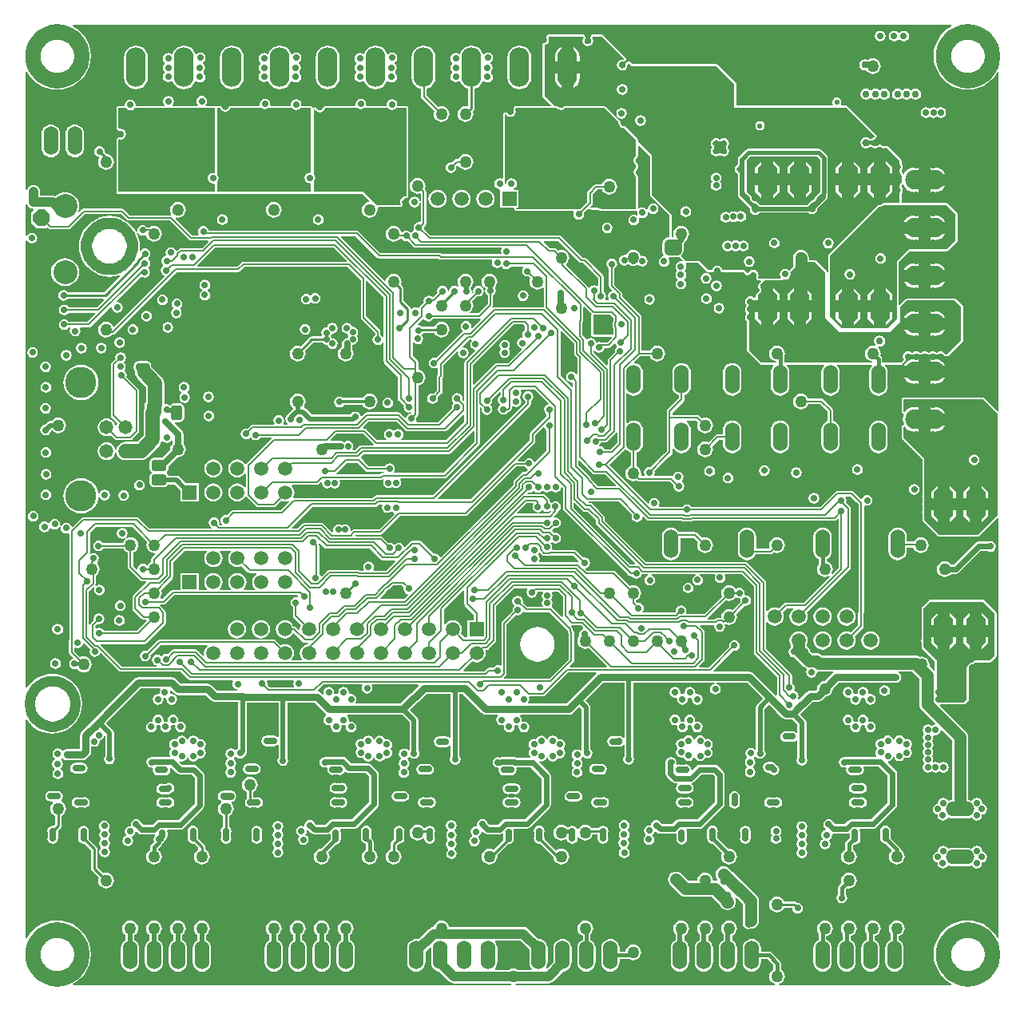
<source format=gbl>
G04*
G04 #@! TF.GenerationSoftware,Altium Limited,Altium Designer,18.1.7 (191)*
G04*
G04 Layer_Physical_Order=6*
G04 Layer_Color=16711680*
%FSLAX25Y25*%
%MOIN*%
G70*
G01*
G75*
%ADD12C,0.00800*%
%ADD15C,0.01000*%
%ADD16C,0.01200*%
%ADD18C,0.02000*%
%ADD19C,0.02400*%
%ADD21C,0.00600*%
%ADD107C,0.05000*%
%ADD181C,0.06000*%
%ADD196C,0.04500*%
%ADD197C,0.04300*%
%ADD198C,0.06196*%
%ADD269C,0.02800*%
%ADD270C,0.03000*%
%ADD272C,0.05000*%
%ADD273C,0.02600*%
%ADD275C,0.02500*%
%ADD276C,0.04000*%
%ADD277C,0.01600*%
%ADD279C,0.01500*%
%ADD280C,0.02300*%
%ADD283C,0.02900*%
%ADD291O,0.06000X0.12000*%
%ADD292O,0.12000X0.06000*%
%ADD293C,0.05906*%
%ADD294R,0.05906X0.05906*%
G04:AMPARAMS|DCode=295|XSize=133mil|YSize=83mil|CornerRadius=0mil|HoleSize=0mil|Usage=FLASHONLY|Rotation=90.000|XOffset=0mil|YOffset=0mil|HoleType=Round|Shape=Octagon|*
%AMOCTAGOND295*
4,1,8,0.02075,0.06650,-0.02075,0.06650,-0.04150,0.04575,-0.04150,-0.04575,-0.02075,-0.06650,0.02075,-0.06650,0.04150,-0.04575,0.04150,0.04575,0.02075,0.06650,0.0*
%
%ADD295OCTAGOND295*%

%ADD296O,0.16500X0.08250*%
%ADD297O,0.08250X0.16500*%
%ADD298C,0.10000*%
%ADD299P,0.07577X8X292.5*%
%ADD300C,0.13050*%
%ADD301C,0.05800*%
%ADD302C,0.02200*%
%ADD303C,0.02800*%
%ADD304C,0.03000*%
%ADD305C,0.02900*%
%ADD327C,0.06000*%
%ADD331C,0.03200*%
G04:AMPARAMS|DCode=332|XSize=50mil|YSize=50mil|CornerRadius=25mil|HoleSize=0mil|Usage=FLASHONLY|Rotation=90.000|XOffset=0mil|YOffset=0mil|HoleType=Round|Shape=RoundedRectangle|*
%AMROUNDEDRECTD332*
21,1,0.05000,0.00000,0,0,90.0*
21,1,0.00000,0.05000,0,0,90.0*
1,1,0.05000,0.00000,0.00000*
1,1,0.05000,0.00000,0.00000*
1,1,0.05000,0.00000,0.00000*
1,1,0.05000,0.00000,0.00000*
%
%ADD332ROUNDEDRECTD332*%
G04:AMPARAMS|DCode=333|XSize=46mil|YSize=63mil|CornerRadius=11.5mil|HoleSize=0mil|Usage=FLASHONLY|Rotation=180.000|XOffset=0mil|YOffset=0mil|HoleType=Round|Shape=RoundedRectangle|*
%AMROUNDEDRECTD333*
21,1,0.04600,0.04000,0,0,180.0*
21,1,0.02300,0.06300,0,0,180.0*
1,1,0.02300,-0.01150,0.02000*
1,1,0.02300,0.01150,0.02000*
1,1,0.02300,0.01150,-0.02000*
1,1,0.02300,-0.01150,-0.02000*
%
%ADD333ROUNDEDRECTD333*%
G04:AMPARAMS|DCode=334|XSize=46mil|YSize=63mil|CornerRadius=11.5mil|HoleSize=0mil|Usage=FLASHONLY|Rotation=90.000|XOffset=0mil|YOffset=0mil|HoleType=Round|Shape=RoundedRectangle|*
%AMROUNDEDRECTD334*
21,1,0.04600,0.04000,0,0,90.0*
21,1,0.02300,0.06300,0,0,90.0*
1,1,0.02300,0.02000,0.01150*
1,1,0.02300,0.02000,-0.01150*
1,1,0.02300,-0.02000,-0.01150*
1,1,0.02300,-0.02000,0.01150*
%
%ADD334ROUNDEDRECTD334*%
%ADD335C,0.03600*%
G36*
X42816Y266690D02*
X41188Y265693D01*
X39500Y264251D01*
X38059Y262564D01*
X36900Y260672D01*
X36051Y258622D01*
X35533Y256464D01*
X35358Y254252D01*
X35533Y252040D01*
X36051Y249882D01*
X36900Y247832D01*
X38059Y245940D01*
X39500Y244252D01*
X41188Y242811D01*
X43080Y241652D01*
X45130Y240802D01*
X47288Y240284D01*
X49500Y240110D01*
X51712Y240284D01*
X53870Y240802D01*
X55920Y241652D01*
X57812Y242811D01*
X59500Y244252D01*
X60941Y245940D01*
X61969Y247617D01*
X62469Y247476D01*
Y106190D01*
X62007Y105999D01*
X56622Y111384D01*
X56622Y111384D01*
X56357Y111561D01*
X56045Y111623D01*
X56045Y111623D01*
X22807Y111623D01*
D01*
X22495Y111560D01*
X22230Y111384D01*
X22075Y111152D01*
X22053Y111119D01*
X21991Y110807D01*
X21991Y105705D01*
X21997Y105678D01*
X21993Y105651D01*
X22028Y105523D01*
X22053Y105393D01*
X22069Y105370D01*
X22075Y105344D01*
X22156Y105239D01*
X22230Y105128D01*
X22253Y105113D01*
X22269Y105092D01*
X22384Y105025D01*
X22495Y104951D01*
X22522Y104946D01*
X22545Y104932D01*
X22698Y104880D01*
X22905Y104425D01*
X22640Y103786D01*
X22470Y102500D01*
X22640Y101214D01*
X22905Y100575D01*
X22698Y100119D01*
X22545Y100067D01*
X22522Y100054D01*
X22495Y100048D01*
X22384Y99975D01*
X22269Y99908D01*
X22253Y99887D01*
X22230Y99872D01*
X22156Y99761D01*
X22075Y99656D01*
X22069Y99630D01*
X22053Y99607D01*
X22028Y99477D01*
X21993Y99348D01*
X21997Y99322D01*
X21991Y99295D01*
X21991Y94764D01*
X21991Y94764D01*
X22053Y94451D01*
X22230Y94187D01*
X30584Y85833D01*
X30584Y70852D01*
X30505Y70453D01*
X30584Y70054D01*
Y67505D01*
X30505Y67106D01*
X30584Y66707D01*
Y64159D01*
X30505Y63760D01*
X30584Y63361D01*
Y60552D01*
X30584Y60552D01*
X30646Y60240D01*
X30823Y59975D01*
X37023Y53775D01*
X37288Y53598D01*
X37600Y53536D01*
X37600Y53536D01*
X53800D01*
X53800Y53536D01*
X54112Y53598D01*
X54377Y53775D01*
X62007Y61405D01*
X62469Y61214D01*
Y-113972D01*
X61969Y-114113D01*
X60941Y-112436D01*
X59500Y-110749D01*
X57812Y-109307D01*
X55920Y-108148D01*
X53870Y-107299D01*
X51712Y-106781D01*
X49500Y-106606D01*
X47288Y-106781D01*
X45130Y-107299D01*
X43080Y-108148D01*
X41188Y-109307D01*
X39500Y-110749D01*
X38059Y-112436D01*
X36900Y-114328D01*
X36051Y-116378D01*
X35533Y-118536D01*
X35358Y-120748D01*
X35533Y-122960D01*
X36051Y-125118D01*
X36900Y-127168D01*
X38059Y-129060D01*
X39500Y-130748D01*
X41188Y-132189D01*
X42818Y-133188D01*
X42676Y-133688D01*
X-29033D01*
X-29138Y-133215D01*
X-28336Y-132882D01*
X-27646Y-132354D01*
X-27117Y-131664D01*
X-26785Y-130861D01*
X-26671Y-130000D01*
X-26785Y-129139D01*
X-27117Y-128336D01*
X-27646Y-127646D01*
X-28336Y-127118D01*
X-28420Y-127083D01*
Y-124657D01*
X-28540Y-124053D01*
X-28883Y-123540D01*
X-32292Y-120131D01*
X-32805Y-119788D01*
X-33409Y-119668D01*
X-36667D01*
Y-118248D01*
X-36798Y-117256D01*
X-37181Y-116332D01*
X-37790Y-115538D01*
X-38584Y-114929D01*
X-39508Y-114546D01*
X-40500Y-114415D01*
X-41492Y-114546D01*
X-42416Y-114929D01*
X-43210Y-115538D01*
X-43819Y-116332D01*
X-44202Y-117256D01*
X-44333Y-118248D01*
Y-124248D01*
X-44202Y-125240D01*
X-43819Y-126164D01*
X-43210Y-126958D01*
X-42416Y-127567D01*
X-41492Y-127950D01*
X-40500Y-128081D01*
X-39508Y-127950D01*
X-38584Y-127567D01*
X-37790Y-126958D01*
X-37181Y-126164D01*
X-36798Y-125240D01*
X-36667Y-124248D01*
Y-122828D01*
X-34064D01*
X-31580Y-125312D01*
Y-127083D01*
X-31664Y-127118D01*
X-32354Y-127646D01*
X-32882Y-128336D01*
X-33215Y-129139D01*
X-33329Y-130000D01*
X-33215Y-130861D01*
X-32882Y-131664D01*
X-32354Y-132354D01*
X-31664Y-132882D01*
X-30861Y-133215D01*
X-30967Y-133688D01*
X-139033D01*
X-139138Y-133215D01*
X-138528Y-132962D01*
X-125421D01*
X-124690Y-132866D01*
X-124009Y-132584D01*
X-123424Y-132135D01*
X-119351Y-128061D01*
X-118508Y-127950D01*
X-117584Y-127567D01*
X-116790Y-126958D01*
X-116181Y-126164D01*
X-115798Y-125240D01*
X-115667Y-124248D01*
Y-118248D01*
X-115798Y-117256D01*
X-116181Y-116332D01*
X-116790Y-115538D01*
X-117584Y-114929D01*
X-118508Y-114546D01*
X-119500Y-114415D01*
X-120492Y-114546D01*
X-121416Y-114929D01*
X-122210Y-115538D01*
X-122819Y-116332D01*
X-123202Y-117256D01*
X-123333Y-118248D01*
Y-124055D01*
X-125909Y-126631D01*
X-126285Y-126301D01*
X-126181Y-126164D01*
X-125798Y-125240D01*
X-125667Y-124248D01*
Y-118248D01*
X-125798Y-117256D01*
X-126181Y-116332D01*
X-126790Y-115538D01*
X-127584Y-114929D01*
X-128508Y-114546D01*
X-129500Y-114415D01*
X-129650Y-114435D01*
X-133818Y-110267D01*
X-134403Y-109818D01*
X-135084Y-109536D01*
X-135815Y-109440D01*
X-166745D01*
X-166785Y-109139D01*
X-167118Y-108336D01*
X-167646Y-107646D01*
X-168336Y-107117D01*
X-169139Y-106785D01*
X-170000Y-106672D01*
X-170861Y-106785D01*
X-171664Y-107117D01*
X-172354Y-107646D01*
X-172882Y-108336D01*
X-173215Y-109139D01*
X-173255Y-109440D01*
X-173319D01*
X-174050Y-109536D01*
X-174731Y-109818D01*
X-175316Y-110267D01*
X-179585Y-114536D01*
X-180500Y-114415D01*
X-181492Y-114546D01*
X-182416Y-114929D01*
X-183210Y-115538D01*
X-183819Y-116332D01*
X-184202Y-117256D01*
X-184333Y-118248D01*
Y-124248D01*
X-184202Y-125240D01*
X-183819Y-126164D01*
X-183210Y-126958D01*
X-182416Y-127567D01*
X-181492Y-127950D01*
X-180500Y-128081D01*
X-179508Y-127950D01*
X-178584Y-127567D01*
X-177790Y-126958D01*
X-177181Y-126164D01*
X-176798Y-125240D01*
X-176667Y-124248D01*
Y-119606D01*
X-174766Y-117704D01*
X-174292Y-117938D01*
X-174333Y-118248D01*
Y-124248D01*
X-174202Y-125240D01*
X-173819Y-126164D01*
X-173210Y-126958D01*
X-172416Y-127567D01*
X-171492Y-127950D01*
X-170894Y-128029D01*
X-166788Y-132135D01*
X-166203Y-132584D01*
X-165522Y-132866D01*
X-164791Y-132962D01*
X-141472D01*
X-140861Y-133215D01*
X-140967Y-133688D01*
X-323676D01*
X-323817Y-133188D01*
X-322188Y-132189D01*
X-320500Y-130748D01*
X-319059Y-129060D01*
X-317900Y-127168D01*
X-317051Y-125118D01*
X-316532Y-122960D01*
X-316358Y-120748D01*
X-316532Y-118536D01*
X-317051Y-116378D01*
X-317900Y-114328D01*
X-319059Y-112436D01*
X-320500Y-110749D01*
X-322188Y-109307D01*
X-324080Y-108148D01*
X-326130Y-107299D01*
X-328288Y-106781D01*
X-330500Y-106606D01*
X-332712Y-106781D01*
X-334870Y-107299D01*
X-336920Y-108148D01*
X-338812Y-109307D01*
X-340500Y-110749D01*
X-341941Y-112436D01*
X-342974Y-114121D01*
X-343474Y-113980D01*
Y-22952D01*
X-342992Y-22817D01*
X-342560Y-23523D01*
X-341287Y-25013D01*
X-339797Y-26286D01*
X-338126Y-27310D01*
X-336315Y-28060D01*
X-334410Y-28517D01*
X-332456Y-28671D01*
X-330503Y-28517D01*
X-328597Y-28060D01*
X-326786Y-27310D01*
X-325116Y-26286D01*
X-323625Y-25013D01*
X-322353Y-23523D01*
X-321329Y-21852D01*
X-320579Y-20042D01*
X-320122Y-18136D01*
X-319968Y-16183D01*
X-320122Y-14229D01*
X-320579Y-12323D01*
X-321329Y-10513D01*
X-322353Y-8842D01*
X-323625Y-7352D01*
X-325116Y-6079D01*
X-326786Y-5055D01*
X-328597Y-4305D01*
X-330503Y-3848D01*
X-332456Y-3694D01*
X-334410Y-3848D01*
X-336315Y-4305D01*
X-338126Y-5055D01*
X-339797Y-6079D01*
X-341287Y-7352D01*
X-342560Y-8842D01*
X-342992Y-9548D01*
X-343474Y-9413D01*
Y176994D01*
X-342974Y177146D01*
X-342586Y176566D01*
X-341858Y176079D01*
X-341000Y175909D01*
X-340142Y176079D01*
X-339414Y176566D01*
X-338928Y177294D01*
X-338757Y178152D01*
X-338928Y179010D01*
X-339414Y179738D01*
X-340142Y180224D01*
X-341000Y180395D01*
X-341858Y180224D01*
X-342586Y179738D01*
X-342974Y179158D01*
X-343474Y179309D01*
Y192191D01*
X-342974Y192290D01*
X-342746Y191740D01*
X-342297Y191155D01*
X-341712Y190706D01*
X-341031Y190424D01*
X-340372Y190337D01*
X-340174Y190023D01*
X-340117Y189885D01*
X-341200Y188802D01*
Y184502D01*
X-339050Y182352D01*
X-334750D01*
X-334468Y182634D01*
X-334093Y182259D01*
X-334093Y182259D01*
X-333729Y182016D01*
X-333300Y181930D01*
X-333300Y181930D01*
X-325700D01*
X-325700Y181930D01*
X-325271Y182016D01*
X-324907Y182259D01*
X-318935Y188230D01*
X-303849D01*
X-301424Y185805D01*
X-301424Y185805D01*
X-301060Y185562D01*
X-300631Y185477D01*
X-300630Y185477D01*
X-283357D01*
X-275316Y177435D01*
X-275316Y177435D01*
X-274952Y177192D01*
X-274523Y177107D01*
X-267527D01*
X-267336Y176645D01*
X-269956Y174024D01*
X-278807D01*
X-279236Y173939D01*
X-279600Y173696D01*
X-279600Y173696D01*
X-280437Y172859D01*
X-280784Y172964D01*
X-280948Y173055D01*
X-281400Y173731D01*
X-282128Y174218D01*
X-282987Y174388D01*
X-283845Y174218D01*
X-284573Y173731D01*
X-285059Y173004D01*
X-285230Y172145D01*
X-285059Y171287D01*
X-284988Y171181D01*
X-285180Y170720D01*
X-285494Y170657D01*
X-286222Y170171D01*
X-286708Y169443D01*
X-286879Y168585D01*
X-286708Y167726D01*
X-286310Y167130D01*
X-286330Y166515D01*
X-286606Y166330D01*
X-287092Y165603D01*
X-287263Y164744D01*
X-287092Y163886D01*
X-286606Y163158D01*
X-285878Y162672D01*
X-285633Y162623D01*
X-285488Y162145D01*
X-306398Y141234D01*
X-306988Y141352D01*
X-307118Y141664D01*
X-307646Y142354D01*
X-308336Y142883D01*
X-309138Y143215D01*
X-310000Y143328D01*
X-310861Y143215D01*
X-311664Y142883D01*
X-312354Y142354D01*
X-312882Y141664D01*
X-313215Y140861D01*
X-313329Y140000D01*
X-313215Y139138D01*
X-312882Y138336D01*
X-312354Y137646D01*
X-312172Y137507D01*
X-312038Y137307D01*
X-311311Y136821D01*
X-310452Y136650D01*
X-310207Y136699D01*
X-310000Y136671D01*
X-309138Y136785D01*
X-308336Y137118D01*
X-307646Y137646D01*
X-307550Y137772D01*
X-307153D01*
X-307153Y137772D01*
X-306724Y137857D01*
X-306360Y138100D01*
X-280400Y164060D01*
X-254862D01*
X-254862Y164060D01*
X-254433Y164146D01*
X-254069Y164389D01*
X-252299Y166159D01*
X-209173D01*
X-203748Y160734D01*
Y145048D01*
X-203748Y145048D01*
X-203663Y144618D01*
X-203419Y144255D01*
X-197694Y138529D01*
Y137704D01*
X-198158Y137393D01*
X-198644Y136665D01*
X-198815Y135807D01*
X-198644Y134949D01*
X-198158Y134221D01*
X-197431Y133735D01*
X-196572Y133564D01*
X-195714Y133735D01*
X-194986Y134221D01*
X-194672Y134691D01*
X-194172Y134540D01*
Y126753D01*
X-194172Y126753D01*
X-194086Y126324D01*
X-193843Y125960D01*
X-188222Y120338D01*
Y111119D01*
X-188222Y111119D01*
X-188136Y110690D01*
X-187893Y110326D01*
X-185743Y108176D01*
X-185852Y107628D01*
X-185681Y106769D01*
X-185195Y106042D01*
X-184467Y105555D01*
X-183609Y105385D01*
X-182921Y105521D01*
X-182504Y105302D01*
X-182700Y104995D01*
X-183558Y104824D01*
X-184286Y104338D01*
X-184772Y103610D01*
X-184835Y103296D01*
X-185313Y103151D01*
X-187307Y105145D01*
X-187671Y105388D01*
X-188100Y105473D01*
X-188100Y105473D01*
X-201148D01*
X-201577Y105388D01*
X-201941Y105145D01*
X-201941Y105145D01*
X-203303Y103783D01*
X-203846Y103947D01*
X-203928Y104358D01*
X-204414Y105086D01*
X-205142Y105572D01*
X-206000Y105743D01*
X-206858Y105572D01*
X-207586Y105086D01*
X-208021Y104435D01*
X-224028D01*
X-226537Y106943D01*
X-227132Y107341D01*
X-227249Y107364D01*
X-227442Y107913D01*
X-227117Y108336D01*
X-226785Y109139D01*
X-226672Y110000D01*
X-226785Y110862D01*
X-227117Y111664D01*
X-227646Y112354D01*
X-228336Y112882D01*
X-229138Y113215D01*
X-230000Y113329D01*
X-230861Y113215D01*
X-231664Y112882D01*
X-232354Y112354D01*
X-232882Y111664D01*
X-233215Y110862D01*
X-233329Y110000D01*
X-233215Y109139D01*
X-232882Y108336D01*
X-232354Y107646D01*
X-232008Y107381D01*
X-231995Y107344D01*
X-231978Y106809D01*
X-234358Y104429D01*
X-234422Y104334D01*
X-234562Y104240D01*
X-235049Y103512D01*
X-235219Y102654D01*
X-235049Y101795D01*
X-234562Y101067D01*
X-234194Y100822D01*
X-234346Y100322D01*
X-235818D01*
X-236085Y100822D01*
X-235839Y101190D01*
X-235668Y102049D01*
X-235839Y102907D01*
X-236325Y103635D01*
X-237052Y104121D01*
X-237911Y104292D01*
X-238769Y104121D01*
X-239497Y103635D01*
X-239983Y102907D01*
X-240154Y102049D01*
X-239983Y101190D01*
X-239737Y100822D01*
X-240004Y100322D01*
X-248816D01*
X-248816Y100322D01*
X-249245Y100236D01*
X-249609Y99993D01*
X-250296Y99306D01*
X-250302Y99297D01*
X-251032Y98566D01*
X-251581Y98675D01*
X-252439Y98504D01*
X-253167Y98018D01*
X-253653Y97290D01*
X-253824Y96432D01*
X-253653Y95574D01*
X-253167Y94846D01*
X-252439Y94360D01*
X-251581Y94189D01*
X-250722Y94360D01*
X-249994Y94846D01*
X-249417Y94811D01*
X-249186Y94466D01*
X-248458Y93980D01*
X-247600Y93809D01*
X-246742Y93980D01*
X-246014Y94466D01*
X-245698Y94938D01*
X-241134D01*
X-241075Y94859D01*
X-240948Y94438D01*
X-251293Y84093D01*
X-251387Y83953D01*
X-251736Y83943D01*
X-251957Y83983D01*
X-252523Y84722D01*
X-253307Y85324D01*
X-254220Y85702D01*
X-255200Y85831D01*
X-256180Y85702D01*
X-257093Y85324D01*
X-257876Y84722D01*
X-258478Y83938D01*
X-258856Y83025D01*
X-258985Y82046D01*
X-258856Y81066D01*
X-258478Y80153D01*
X-257876Y79369D01*
X-257093Y78768D01*
X-256180Y78389D01*
X-255200Y78260D01*
X-254220Y78389D01*
X-253307Y78768D01*
X-252523Y79369D01*
X-252121Y79893D01*
X-251622Y79723D01*
Y74368D01*
X-252121Y74198D01*
X-252523Y74722D01*
X-253307Y75324D01*
X-254220Y75702D01*
X-255200Y75831D01*
X-256180Y75702D01*
X-257093Y75324D01*
X-257876Y74722D01*
X-258478Y73938D01*
X-258856Y73025D01*
X-258985Y72046D01*
X-258856Y71066D01*
X-258478Y70153D01*
X-257876Y69369D01*
X-257093Y68768D01*
X-256180Y68389D01*
X-255200Y68261D01*
X-254220Y68389D01*
X-253307Y68768D01*
X-252523Y69369D01*
X-251955Y70110D01*
X-251743Y70150D01*
X-251385Y70144D01*
X-251293Y70007D01*
X-247393Y66107D01*
X-247393Y66107D01*
X-247029Y65864D01*
X-246600Y65778D01*
X-239952D01*
X-239952Y65778D01*
X-239523Y65864D01*
X-239159Y66107D01*
X-236672Y68594D01*
X-236180Y68389D01*
X-235200Y68261D01*
X-234220Y68389D01*
X-233939Y68506D01*
X-233656Y68082D01*
X-237017Y64722D01*
X-256900D01*
X-257329Y64636D01*
X-257693Y64393D01*
X-257693Y64393D01*
X-259552Y62534D01*
X-260100Y62643D01*
X-260958Y62472D01*
X-261686Y61986D01*
X-262172Y61258D01*
X-262343Y60400D01*
X-262172Y59542D01*
X-261686Y58814D01*
X-261626Y58773D01*
X-261777Y58274D01*
X-262335D01*
X-262866Y58804D01*
X-262757Y59352D01*
X-262928Y60210D01*
X-263414Y60938D01*
X-264142Y61424D01*
X-265000Y61595D01*
X-265858Y61424D01*
X-266586Y60938D01*
X-267072Y60210D01*
X-267243Y59352D01*
X-267072Y58494D01*
X-266586Y57766D01*
X-265999Y57373D01*
X-266151Y56874D01*
X-291929D01*
X-296380Y61325D01*
X-296744Y61568D01*
X-297173Y61653D01*
X-297173Y61653D01*
X-319614D01*
X-320043Y61568D01*
X-320407Y61325D01*
X-320407Y61325D01*
X-324071Y57661D01*
X-324550Y57806D01*
X-324581Y57964D01*
X-325079Y58709D01*
X-325823Y59206D01*
X-326701Y59381D01*
X-327579Y59206D01*
X-328323Y58709D01*
X-328743Y58079D01*
X-328762Y58051D01*
X-329233Y58246D01*
X-329231Y58257D01*
X-329131Y58760D01*
X-329306Y59638D01*
X-329803Y60382D01*
X-330547Y60879D01*
X-331425Y61054D01*
X-332303Y60879D01*
X-333047Y60382D01*
X-333545Y59638D01*
X-333585Y59436D01*
X-333876Y59340D01*
X-334121Y59303D01*
X-334822Y59771D01*
X-335700Y59946D01*
X-336578Y59771D01*
X-337322Y59274D01*
X-337820Y58530D01*
X-337994Y57652D01*
X-337820Y56774D01*
X-337322Y56030D01*
X-336578Y55532D01*
X-335700Y55358D01*
X-334822Y55532D01*
X-334078Y56030D01*
X-333580Y56774D01*
X-333540Y56976D01*
X-333249Y57071D01*
X-333004Y57109D01*
X-332303Y56640D01*
X-331425Y56466D01*
X-330547Y56640D01*
X-329803Y57138D01*
X-329382Y57767D01*
X-329364Y57795D01*
X-328893Y57600D01*
X-328895Y57589D01*
X-328995Y57087D01*
X-328820Y56209D01*
X-328323Y55464D01*
X-327579Y54967D01*
X-326701Y54792D01*
X-325871Y54957D01*
X-325736Y54933D01*
X-325372Y54738D01*
Y10589D01*
X-325386Y10567D01*
X-325471Y10138D01*
Y5202D01*
X-325472Y5202D01*
X-325386Y4773D01*
X-325143Y4409D01*
X-323766Y3032D01*
X-323911Y2554D01*
X-324058Y2524D01*
X-324786Y2038D01*
X-325272Y1310D01*
X-325443Y452D01*
X-325272Y-406D01*
X-324786Y-1134D01*
X-324058Y-1620D01*
X-323200Y-1791D01*
X-322342Y-1620D01*
X-322197Y-1524D01*
X-321754Y-2102D01*
X-321064Y-2631D01*
X-320262Y-2963D01*
X-319400Y-3077D01*
X-318538Y-2963D01*
X-317736Y-2631D01*
X-317046Y-2102D01*
X-316517Y-1412D01*
X-316185Y-610D01*
X-316072Y252D01*
X-316185Y1113D01*
X-316517Y1916D01*
X-317046Y2606D01*
X-317736Y3134D01*
X-318538Y3467D01*
X-319400Y3580D01*
X-320262Y3467D01*
X-320804Y3242D01*
X-323229Y5666D01*
Y7070D01*
X-322787Y7306D01*
X-322678Y7232D01*
X-321800Y7058D01*
X-320922Y7232D01*
X-320178Y7730D01*
X-319681Y8474D01*
X-319613Y8813D01*
X-319135Y8958D01*
X-316683Y6507D01*
X-316775Y6370D01*
X-316946Y5512D01*
X-316775Y4653D01*
X-316288Y3926D01*
X-315561Y3440D01*
X-314702Y3269D01*
X-313844Y3440D01*
X-313116Y3926D01*
X-312630Y4653D01*
X-312612Y4747D01*
X-312133Y4892D01*
X-304677Y-2565D01*
X-304676Y-2565D01*
X-304313Y-2808D01*
X-303883Y-2893D01*
X-278821D01*
X-275773Y-5941D01*
X-275773Y-5941D01*
X-275409Y-6184D01*
X-274980Y-6270D01*
X-274980Y-6270D01*
X-257143D01*
X-256876Y-6770D01*
X-257120Y-7134D01*
X-257290Y-7992D01*
X-257120Y-8851D01*
X-256633Y-9578D01*
X-255906Y-10064D01*
X-255392Y-10167D01*
X-255441Y-10667D01*
X-263722D01*
X-265798Y-8590D01*
X-266559Y-8082D01*
X-267457Y-7903D01*
X-278829D01*
X-280851Y-5881D01*
X-281611Y-5373D01*
X-282509Y-5194D01*
X-296622D01*
X-297519Y-5373D01*
X-298280Y-5881D01*
X-310249Y-17850D01*
X-314757Y-22357D01*
X-320240Y-27841D01*
X-320748Y-28602D01*
X-320927Y-29499D01*
Y-33580D01*
X-320877Y-33833D01*
Y-35072D01*
X-320979Y-35175D01*
X-326406D01*
X-327303Y-35353D01*
X-328064Y-35862D01*
X-328345D01*
X-328560Y-35540D01*
X-329287Y-35054D01*
X-330146Y-34883D01*
X-331004Y-35054D01*
X-331732Y-35540D01*
X-332218Y-36268D01*
X-332389Y-37126D01*
X-332218Y-37984D01*
X-331732Y-38712D01*
X-331404Y-38931D01*
Y-39532D01*
X-331822Y-39812D01*
X-332309Y-40539D01*
X-332479Y-41398D01*
X-332309Y-42256D01*
X-331822Y-42984D01*
X-331501Y-43198D01*
Y-43698D01*
X-331724Y-43847D01*
X-332210Y-44575D01*
X-332381Y-45433D01*
X-332210Y-46292D01*
X-331724Y-47019D01*
X-330996Y-47505D01*
X-330138Y-47676D01*
X-329279Y-47505D01*
X-328552Y-47019D01*
X-328065Y-46292D01*
X-327895Y-45433D01*
X-328065Y-44575D01*
X-328552Y-43847D01*
X-328873Y-43633D01*
Y-43132D01*
X-328650Y-42984D01*
X-328164Y-42256D01*
X-327993Y-41398D01*
X-328164Y-40539D01*
X-328650Y-39812D01*
X-328720Y-39765D01*
X-328749Y-39167D01*
X-328643Y-39077D01*
X-328080Y-39154D01*
X-328064Y-39178D01*
X-327303Y-39686D01*
X-326406Y-39865D01*
X-320008D01*
X-319110Y-39686D01*
X-318350Y-39178D01*
X-316873Y-37702D01*
X-316365Y-36941D01*
X-316186Y-36043D01*
Y-34252D01*
X-315836Y-34064D01*
X-315686Y-34030D01*
X-314882Y-34190D01*
X-314023Y-34020D01*
X-313296Y-33533D01*
X-312809Y-32806D01*
X-312639Y-31947D01*
X-312734Y-31470D01*
X-312242Y-31372D01*
X-311514Y-30886D01*
X-311028Y-30158D01*
X-310925Y-29641D01*
X-310425Y-29690D01*
Y-38028D01*
X-310662Y-38383D01*
X-310833Y-39241D01*
X-310662Y-40099D01*
X-310176Y-40827D01*
X-309448Y-41313D01*
X-308589Y-41484D01*
X-307731Y-41313D01*
X-307003Y-40827D01*
X-306517Y-40099D01*
X-306346Y-39241D01*
X-306517Y-38383D01*
X-306754Y-38028D01*
Y-28525D01*
X-306894Y-27822D01*
X-307292Y-27227D01*
X-310142Y-24376D01*
X-306932Y-21166D01*
X-295651Y-9884D01*
X-287605D01*
X-287337Y-10384D01*
X-287533Y-10677D01*
X-287704Y-11535D01*
X-287640Y-11857D01*
X-287993Y-12211D01*
X-288315Y-12147D01*
X-289173Y-12318D01*
X-289901Y-12804D01*
X-290387Y-13531D01*
X-290558Y-14390D01*
X-290387Y-15248D01*
X-289901Y-15976D01*
X-289173Y-16462D01*
X-288315Y-16633D01*
X-287457Y-16462D01*
X-286729Y-15976D01*
X-286243Y-15248D01*
X-286072Y-14390D01*
X-286136Y-14068D01*
X-285782Y-13715D01*
X-285461Y-13779D01*
X-285139Y-13715D01*
X-284785Y-14068D01*
X-284849Y-14390D01*
X-284679Y-15248D01*
X-284192Y-15976D01*
X-283465Y-16462D01*
X-282606Y-16633D01*
X-281748Y-16462D01*
X-281020Y-15976D01*
X-280534Y-15248D01*
X-280363Y-14390D01*
X-280534Y-13531D01*
X-281020Y-12804D01*
X-281748Y-12318D01*
X-282606Y-12147D01*
X-282928Y-12211D01*
X-283281Y-11857D01*
X-283218Y-11535D01*
X-283388Y-10677D01*
X-282987Y-10377D01*
X-281458Y-11906D01*
X-280697Y-12415D01*
X-279800Y-12593D01*
X-268428D01*
X-266351Y-14670D01*
X-266351Y-14670D01*
X-265590Y-15178D01*
X-264693Y-15357D01*
X-264693Y-15357D01*
X-254906D01*
Y-34804D01*
X-254918Y-34806D01*
X-255645Y-35293D01*
X-255813Y-35544D01*
X-256313D01*
X-256315Y-35540D01*
X-257043Y-35054D01*
X-257902Y-34883D01*
X-258760Y-35054D01*
X-259488Y-35540D01*
X-259974Y-36268D01*
X-260145Y-37126D01*
X-259974Y-37984D01*
X-259488Y-38712D01*
X-259245Y-38874D01*
Y-39374D01*
X-259546Y-39575D01*
X-260032Y-40303D01*
X-260203Y-41162D01*
X-260032Y-42020D01*
X-259546Y-42748D01*
Y-43135D01*
X-259610Y-43306D01*
X-260069Y-43993D01*
X-260240Y-44851D01*
X-260069Y-45710D01*
X-259582Y-46438D01*
X-258855Y-46924D01*
X-257996Y-47095D01*
X-257138Y-46924D01*
X-256410Y-46438D01*
X-255924Y-45710D01*
X-255753Y-44851D01*
X-255924Y-43993D01*
X-256410Y-43265D01*
Y-42878D01*
X-256346Y-42707D01*
X-255888Y-42020D01*
X-255717Y-41162D01*
X-255888Y-40303D01*
X-256374Y-39575D01*
X-256616Y-39413D01*
Y-38913D01*
X-256315Y-38712D01*
X-256148Y-38461D01*
X-255648D01*
X-255645Y-38465D01*
X-254918Y-38951D01*
X-254059Y-39122D01*
X-253201Y-38951D01*
X-252473Y-38465D01*
X-251987Y-37737D01*
X-251964Y-37623D01*
X-251773Y-37432D01*
X-251375Y-36836D01*
X-251236Y-36134D01*
Y-15745D01*
X-250672D01*
X-250399Y-15691D01*
X-247688D01*
X-247415Y-15745D01*
X-247415Y-15745D01*
X-238083D01*
Y-30027D01*
X-238583Y-30167D01*
X-239242Y-29728D01*
X-240100Y-29557D01*
X-240148Y-29566D01*
X-242941D01*
X-243799Y-29737D01*
X-244527Y-30223D01*
X-245013Y-30951D01*
X-245184Y-31809D01*
X-245013Y-32668D01*
X-244527Y-33396D01*
X-243799Y-33882D01*
X-242941Y-34053D01*
X-240109D01*
X-239251Y-33882D01*
X-238583Y-33436D01*
X-238083Y-33568D01*
Y-38767D01*
X-238320Y-39122D01*
X-238491Y-39980D01*
X-238320Y-40839D01*
X-237834Y-41567D01*
X-237106Y-42053D01*
X-236248Y-42224D01*
X-235390Y-42053D01*
X-234662Y-41567D01*
X-234176Y-40839D01*
X-234005Y-39980D01*
X-234176Y-39122D01*
X-234413Y-38767D01*
Y-15745D01*
X-223052D01*
X-218615Y-20182D01*
X-218201Y-20459D01*
X-218213Y-21052D01*
X-218686Y-21368D01*
X-219172Y-22095D01*
X-219343Y-22954D01*
X-219172Y-23812D01*
X-218686Y-24540D01*
X-217958Y-25026D01*
X-217100Y-25197D01*
X-216562Y-25090D01*
X-216136Y-25511D01*
X-216205Y-25854D01*
X-216034Y-26712D01*
X-215547Y-27440D01*
X-214820Y-27926D01*
X-213961Y-28097D01*
X-213103Y-27926D01*
X-212375Y-27440D01*
X-211889Y-26712D01*
X-211718Y-25854D01*
X-211783Y-25531D01*
X-211357Y-25106D01*
X-210900Y-25197D01*
X-210362Y-25090D01*
X-209936Y-25511D01*
X-210004Y-25854D01*
X-209834Y-26712D01*
X-209348Y-27440D01*
X-208620Y-27926D01*
X-207761Y-28097D01*
X-206903Y-27926D01*
X-206175Y-27440D01*
X-205689Y-26712D01*
X-205518Y-25854D01*
X-205689Y-24995D01*
X-206175Y-24268D01*
X-206903Y-23781D01*
X-207761Y-23610D01*
X-208299Y-23717D01*
X-208725Y-23296D01*
X-208657Y-22954D01*
X-208828Y-22095D01*
X-209314Y-21368D01*
X-209160Y-20869D01*
X-186416D01*
X-183352Y-23933D01*
Y-35389D01*
X-183812Y-35694D01*
X-183897Y-35681D01*
X-183965Y-35579D01*
X-184693Y-35093D01*
X-185551Y-34922D01*
X-186410Y-35093D01*
X-187137Y-35579D01*
X-187624Y-36307D01*
X-187794Y-37165D01*
X-187624Y-38024D01*
X-187137Y-38752D01*
X-186948Y-38878D01*
Y-39378D01*
X-187244Y-39575D01*
X-187730Y-40303D01*
X-187901Y-41162D01*
X-187730Y-42020D01*
X-187252Y-42735D01*
X-187274Y-43225D01*
X-187335Y-43265D01*
X-187821Y-43993D01*
X-187992Y-44851D01*
X-187821Y-45710D01*
X-187335Y-46438D01*
X-186607Y-46924D01*
X-185749Y-47095D01*
X-184890Y-46924D01*
X-184163Y-46438D01*
X-183676Y-45710D01*
X-183506Y-44851D01*
X-183676Y-43993D01*
X-184154Y-43278D01*
X-184133Y-42788D01*
X-184071Y-42748D01*
X-183585Y-42020D01*
X-183414Y-41162D01*
X-183585Y-40303D01*
X-184071Y-39575D01*
X-184261Y-39449D01*
Y-38949D01*
X-183965Y-38752D01*
X-183772Y-38462D01*
X-183170D01*
X-183102Y-38563D01*
X-182375Y-39050D01*
X-181516Y-39220D01*
X-180658Y-39050D01*
X-179930Y-38563D01*
X-179444Y-37835D01*
X-179273Y-36977D01*
X-179444Y-36119D01*
X-179681Y-35764D01*
Y-23173D01*
X-179821Y-22471D01*
X-180219Y-21875D01*
X-183210Y-18884D01*
X-179858Y-15532D01*
X-179692Y-15284D01*
X-176418Y-12010D01*
X-166324D01*
X-166296Y-12153D01*
X-166135Y-12393D01*
Y-30247D01*
X-166635Y-30401D01*
X-167278Y-29972D01*
X-168136Y-29801D01*
X-168137Y-29801D01*
X-170934D01*
X-171792Y-29972D01*
X-172520Y-30458D01*
X-173006Y-31186D01*
X-173177Y-32044D01*
X-173006Y-32903D01*
X-172520Y-33630D01*
X-171792Y-34117D01*
X-170934Y-34287D01*
X-168136D01*
X-167278Y-34117D01*
X-166635Y-33687D01*
X-166135Y-33841D01*
Y-38187D01*
X-166372Y-38542D01*
X-166543Y-39400D01*
X-166372Y-40258D01*
X-165886Y-40986D01*
X-165158Y-41472D01*
X-164300Y-41643D01*
X-163442Y-41472D01*
X-162714Y-40986D01*
X-162228Y-40258D01*
X-162057Y-39400D01*
X-162228Y-38542D01*
X-162465Y-38187D01*
Y-12010D01*
X-161306D01*
X-153135Y-20182D01*
X-153135Y-20182D01*
X-152374Y-20690D01*
X-151476Y-20869D01*
X-151476Y-20869D01*
X-146694D01*
X-146540Y-21368D01*
X-147027Y-22095D01*
X-147197Y-22954D01*
X-147027Y-23812D01*
X-146540Y-24540D01*
X-145813Y-25026D01*
X-144954Y-25197D01*
X-144417Y-25090D01*
X-143991Y-25511D01*
X-144059Y-25854D01*
X-143888Y-26712D01*
X-143402Y-27440D01*
X-142674Y-27926D01*
X-141816Y-28097D01*
X-140957Y-27926D01*
X-140230Y-27440D01*
X-139743Y-26712D01*
X-139573Y-25854D01*
X-139637Y-25531D01*
X-139212Y-25106D01*
X-138754Y-25197D01*
X-138217Y-25090D01*
X-137791Y-25511D01*
X-137859Y-25854D01*
X-137688Y-26712D01*
X-137202Y-27440D01*
X-136474Y-27926D01*
X-135616Y-28097D01*
X-134757Y-27926D01*
X-134030Y-27440D01*
X-133543Y-26712D01*
X-133373Y-25854D01*
X-133543Y-24995D01*
X-134030Y-24268D01*
X-134757Y-23781D01*
X-135616Y-23610D01*
X-136153Y-23717D01*
X-136579Y-23296D01*
X-136511Y-22954D01*
X-136682Y-22095D01*
X-137168Y-21368D01*
X-137015Y-20869D01*
X-116957D01*
X-116059Y-20690D01*
X-115298Y-20182D01*
X-112586Y-17470D01*
X-111607Y-18449D01*
Y-35451D01*
X-112107Y-35718D01*
X-112542Y-35428D01*
X-113400Y-35257D01*
X-114258Y-35428D01*
X-114986Y-35914D01*
X-115472Y-36642D01*
X-115643Y-37500D01*
X-115472Y-38358D01*
X-115042Y-39002D01*
X-114992Y-39368D01*
X-115047Y-39647D01*
X-115486Y-40303D01*
X-115656Y-41162D01*
X-115486Y-42020D01*
X-114999Y-42748D01*
Y-43156D01*
X-115086Y-43214D01*
X-115572Y-43942D01*
X-115743Y-44800D01*
X-115572Y-45658D01*
X-115086Y-46386D01*
X-114358Y-46872D01*
X-113500Y-47043D01*
X-112642Y-46872D01*
X-111914Y-46386D01*
X-111428Y-45658D01*
X-111257Y-44800D01*
X-111428Y-43942D01*
X-111825Y-43347D01*
X-111827Y-42813D01*
X-111792Y-42694D01*
X-111341Y-42020D01*
X-111170Y-41162D01*
X-111341Y-40303D01*
X-111771Y-39659D01*
X-111822Y-39293D01*
X-111766Y-39015D01*
X-111400Y-38467D01*
X-110860Y-38375D01*
X-110786Y-38486D01*
X-110058Y-38972D01*
X-109200Y-39143D01*
X-108342Y-38972D01*
X-107614Y-38486D01*
X-107128Y-37758D01*
X-106957Y-36900D01*
X-107128Y-36042D01*
X-107614Y-35314D01*
X-107936Y-35098D01*
Y-17689D01*
X-108076Y-16987D01*
X-108474Y-16391D01*
X-109991Y-14874D01*
X-102600Y-7483D01*
X-93735D01*
Y-30280D01*
X-94235Y-30432D01*
X-94314Y-30314D01*
X-95042Y-29828D01*
X-95900Y-29657D01*
X-96627Y-29801D01*
X-98177D01*
X-98690Y-29700D01*
X-99548Y-29870D01*
X-100276Y-30357D01*
X-100762Y-31084D01*
X-100933Y-31943D01*
X-100762Y-32801D01*
X-100276Y-33529D01*
X-99548Y-34015D01*
X-98690Y-34186D01*
X-98177Y-34084D01*
X-96198D01*
X-95900Y-34143D01*
X-95042Y-33972D01*
X-94314Y-33486D01*
X-94235Y-33368D01*
X-93735Y-33520D01*
Y-38187D01*
X-93972Y-38542D01*
X-94143Y-39400D01*
X-93972Y-40258D01*
X-93486Y-40986D01*
X-92758Y-41472D01*
X-91900Y-41643D01*
X-91042Y-41472D01*
X-90314Y-40986D01*
X-89828Y-40258D01*
X-89657Y-39400D01*
X-89828Y-38542D01*
X-90065Y-38187D01*
Y-7483D01*
X-56130D01*
X-56080Y-7983D01*
X-56595Y-8085D01*
X-57322Y-8571D01*
X-57809Y-9299D01*
X-57979Y-10158D01*
X-57809Y-11016D01*
X-57322Y-11744D01*
X-56595Y-12230D01*
X-55736Y-12401D01*
X-54878Y-12230D01*
X-54150Y-11744D01*
X-53664Y-11016D01*
X-53493Y-10158D01*
X-53664Y-9299D01*
X-54150Y-8571D01*
X-54878Y-8085D01*
X-55392Y-7983D01*
X-55343Y-7483D01*
X-42436D01*
X-35881Y-14038D01*
X-38298Y-16454D01*
X-38696Y-17050D01*
X-38835Y-17752D01*
Y-35239D01*
X-39335Y-35390D01*
X-39386Y-35314D01*
X-40114Y-34828D01*
X-40972Y-34657D01*
X-41831Y-34828D01*
X-42559Y-35314D01*
X-43045Y-36042D01*
X-43216Y-36900D01*
X-43045Y-37758D01*
X-42663Y-38330D01*
X-42693Y-38952D01*
X-42786Y-39014D01*
X-43272Y-39742D01*
X-43443Y-40600D01*
X-43272Y-41458D01*
X-42786Y-42186D01*
X-42467Y-42399D01*
Y-43001D01*
X-42786Y-43214D01*
X-43272Y-43942D01*
X-43443Y-44800D01*
X-43272Y-45658D01*
X-42786Y-46386D01*
X-42058Y-46872D01*
X-41200Y-47043D01*
X-40342Y-46872D01*
X-39614Y-46386D01*
X-39128Y-45658D01*
X-38957Y-44800D01*
X-39128Y-43942D01*
X-39614Y-43214D01*
X-39933Y-43001D01*
Y-42399D01*
X-39614Y-42186D01*
X-39128Y-41458D01*
X-38957Y-40600D01*
X-39128Y-39742D01*
X-39510Y-39170D01*
X-39479Y-38548D01*
X-39386Y-38486D01*
X-39270Y-38311D01*
X-38770D01*
X-38586Y-38586D01*
X-37858Y-39072D01*
X-37000Y-39243D01*
X-36142Y-39072D01*
X-35414Y-38586D01*
X-34928Y-37858D01*
X-34757Y-37000D01*
X-34928Y-36142D01*
X-35165Y-35787D01*
Y-18512D01*
X-33286Y-16633D01*
X-30419Y-19499D01*
X-30189Y-19844D01*
X-28021Y-22012D01*
X-27261Y-22520D01*
X-26363Y-22699D01*
X-23549D01*
X-21451Y-24796D01*
Y-28256D01*
X-21951Y-28408D01*
X-22014Y-28314D01*
X-22742Y-27828D01*
X-23600Y-27657D01*
X-24093Y-27755D01*
X-25899D01*
X-26412Y-27653D01*
X-27270Y-27824D01*
X-27998Y-28310D01*
X-28484Y-29038D01*
X-28655Y-29896D01*
X-28484Y-30755D01*
X-27998Y-31482D01*
X-27270Y-31969D01*
X-26412Y-32139D01*
X-25899Y-32037D01*
X-24132D01*
X-23600Y-32143D01*
X-22742Y-31972D01*
X-22014Y-31486D01*
X-21951Y-31392D01*
X-21451Y-31544D01*
Y-38567D01*
X-21688Y-38922D01*
X-21859Y-39780D01*
X-21688Y-40639D01*
X-21202Y-41366D01*
X-20474Y-41853D01*
X-19616Y-42024D01*
X-18757Y-41853D01*
X-18030Y-41366D01*
X-17543Y-40639D01*
X-17373Y-39780D01*
X-17543Y-38922D01*
X-17781Y-38567D01*
Y-24036D01*
X-17920Y-23334D01*
X-18318Y-22738D01*
X-20342Y-20714D01*
X-19473Y-19844D01*
X-19242Y-19499D01*
X-17957Y-18214D01*
X-17838Y-18037D01*
X-17661Y-17918D01*
X-15100Y-15357D01*
X-12944D01*
X-12046Y-15178D01*
X-11286Y-14670D01*
X-9935Y-13320D01*
X-9138Y-13215D01*
X-8336Y-12883D01*
X-7646Y-12354D01*
X-7117Y-11664D01*
X-6785Y-10862D01*
X-6680Y-10064D01*
X-4197Y-7581D01*
X19461D01*
X20358Y-7403D01*
X21119Y-6894D01*
X21627Y-6134D01*
X21806Y-5236D01*
X21627Y-4339D01*
X21119Y-3578D01*
X20597Y-3229D01*
X20749Y-2729D01*
X26321D01*
X29321Y-5729D01*
Y-12017D01*
X29252Y-12541D01*
Y-16435D01*
X29366Y-17297D01*
X29560Y-17767D01*
X29698Y-18099D01*
X30227Y-18789D01*
X32980Y-21542D01*
X33183Y-21698D01*
X35916Y-24431D01*
X35752Y-24973D01*
X35236Y-25076D01*
X34535Y-25544D01*
X33833Y-25076D01*
X32975Y-24905D01*
X32116Y-25076D01*
X31389Y-25562D01*
X30902Y-26290D01*
X30732Y-27148D01*
X30902Y-28007D01*
X31117Y-28328D01*
X31384Y-28741D01*
X31117Y-29154D01*
X30902Y-29476D01*
X30732Y-30335D01*
X30902Y-31193D01*
X31383Y-31912D01*
X30971Y-32528D01*
X30800Y-33386D01*
X30971Y-34244D01*
X31383Y-34860D01*
X30902Y-35579D01*
X30732Y-36437D01*
X30902Y-37295D01*
X31381Y-38012D01*
X30902Y-38728D01*
X30732Y-39587D01*
X30902Y-40445D01*
X31385Y-41167D01*
X30902Y-41890D01*
X30732Y-42748D01*
X30902Y-43606D01*
X31389Y-44334D01*
X32116Y-44820D01*
X32975Y-44991D01*
X33833Y-44820D01*
X34561Y-44334D01*
X34607D01*
X35335Y-44820D01*
X36193Y-44991D01*
X37051Y-44820D01*
X37779Y-44334D01*
X37789D01*
X38516Y-44820D01*
X39375Y-44991D01*
X40233Y-44820D01*
X40961Y-44334D01*
X41447Y-43606D01*
X41618Y-42748D01*
X41447Y-41890D01*
X40961Y-41162D01*
X40233Y-40676D01*
X39375Y-40505D01*
X38516Y-40676D01*
X37789Y-41162D01*
X37779D01*
X37051Y-40676D01*
X36193Y-40505D01*
X35478Y-40647D01*
X35449Y-40633D01*
X35143Y-40352D01*
X35085Y-40254D01*
X35218Y-39587D01*
X35047Y-38728D01*
X34569Y-38012D01*
X35047Y-37295D01*
X35218Y-36437D01*
X35047Y-35579D01*
X34636Y-34963D01*
X35116Y-34244D01*
X35286Y-33386D01*
X35116Y-32528D01*
X34636Y-31809D01*
X35047Y-31193D01*
X35218Y-30335D01*
X35087Y-29676D01*
X35445Y-29284D01*
X35477Y-29268D01*
X36094Y-29391D01*
X36953Y-29220D01*
X37681Y-28734D01*
X38167Y-28007D01*
X38269Y-27491D01*
X38812Y-27326D01*
X43027Y-31541D01*
Y-56451D01*
X42308Y-56546D01*
X41830Y-56744D01*
X41372Y-56890D01*
X40886Y-56162D01*
X40158Y-55676D01*
X39300Y-55505D01*
X38442Y-55676D01*
X37714Y-56162D01*
X37228Y-56890D01*
X37057Y-57748D01*
X37111Y-58023D01*
X36342Y-58176D01*
X35614Y-58662D01*
X35128Y-59390D01*
X34957Y-60248D01*
X35128Y-61106D01*
X35614Y-61834D01*
X36342Y-62321D01*
X37015Y-62454D01*
X36957Y-62748D01*
X37128Y-63607D01*
X37614Y-64334D01*
X38342Y-64820D01*
X39200Y-64991D01*
X40058Y-64820D01*
X40786Y-64334D01*
X41049Y-63941D01*
X41335Y-63621D01*
X41752Y-63720D01*
X42308Y-63950D01*
X43300Y-64081D01*
X49300D01*
X50292Y-63950D01*
X50770Y-63753D01*
X51228Y-63607D01*
X51714Y-64334D01*
X52442Y-64820D01*
X53300Y-64991D01*
X54158Y-64820D01*
X54886Y-64334D01*
X55372Y-63607D01*
X55543Y-62748D01*
X55489Y-62474D01*
X56258Y-62321D01*
X56986Y-61834D01*
X57472Y-61106D01*
X57643Y-60248D01*
X57472Y-59390D01*
X56986Y-58662D01*
X56258Y-58176D01*
X55585Y-58042D01*
X55643Y-57748D01*
X55472Y-56890D01*
X54986Y-56162D01*
X54258Y-55676D01*
X53400Y-55505D01*
X52542Y-55676D01*
X51814Y-56162D01*
X51551Y-56555D01*
X51265Y-56875D01*
X50848Y-56776D01*
X50292Y-56546D01*
X49684Y-56466D01*
Y-30163D01*
X49571Y-29301D01*
X49238Y-28498D01*
X48709Y-27809D01*
X37998Y-17098D01*
X38105Y-16644D01*
X38171Y-16564D01*
X47933D01*
X47933Y-16564D01*
X48245Y-16502D01*
X48510Y-16325D01*
X48510Y-16325D01*
X49789Y-15045D01*
X49966Y-14781D01*
X50028Y-14469D01*
X50028Y-14469D01*
Y-1343D01*
X50051Y-1289D01*
X50177Y-656D01*
X50483Y-198D01*
X50941Y108D01*
X51573Y234D01*
X51648Y265D01*
X51726Y280D01*
X51793Y325D01*
X51867Y356D01*
X51924Y412D01*
X51991Y457D01*
X52602Y1068D01*
X58676D01*
X58676Y1068D01*
X58988Y1130D01*
X59252Y1307D01*
X59252Y1307D01*
X61324Y3378D01*
X61501Y3643D01*
X61563Y3955D01*
X61563Y3955D01*
Y21634D01*
X61563Y21634D01*
X61501Y21946D01*
X61324Y22211D01*
X61324Y22211D01*
X56603Y26932D01*
X56338Y27108D01*
X56026Y27171D01*
X56026Y27171D01*
X33851D01*
X33851Y27171D01*
X33539Y27108D01*
X33274Y26932D01*
X30574Y24231D01*
X30573Y24230D01*
X30572Y24230D01*
X30485Y24099D01*
X30397Y23967D01*
X30397Y23966D01*
X30396Y23965D01*
X30366Y23812D01*
X30335Y23655D01*
X30335Y23654D01*
X30335Y23652D01*
X30360Y14467D01*
X30357Y14452D01*
X30360Y14436D01*
X30369Y11072D01*
X30328Y11010D01*
X30157Y10152D01*
X30328Y9294D01*
X30374Y9224D01*
X30380Y7267D01*
X30411Y7112D01*
X30441Y6957D01*
X30442Y6956D01*
X30442Y6955D01*
X30530Y6824D01*
X30618Y6692D01*
X35765Y1545D01*
Y-2168D01*
X35265Y-2338D01*
X35003Y-1997D01*
X33560Y-554D01*
X33656Y177D01*
X33543Y1039D01*
X33210Y1841D01*
X32681Y2531D01*
X31992Y3060D01*
X31189Y3392D01*
X30328Y3506D01*
X29479Y3394D01*
X29364Y3482D01*
X29032Y3619D01*
X28561Y3814D01*
X27700Y3928D01*
X-11222D01*
X-11300Y4005D01*
X-11989Y4534D01*
X-12321Y4672D01*
X-12792Y4867D01*
X-13653Y4980D01*
X-15234D01*
X-16197Y5944D01*
X-16286Y6390D01*
X-16783Y7134D01*
X-17528Y7631D01*
X-17695Y7665D01*
Y8367D01*
X-17368Y9158D01*
X-17239Y10138D01*
X-17368Y11118D01*
X-17746Y12030D01*
X-18347Y12814D01*
X-19131Y13416D01*
X-20044Y13794D01*
X-21024Y13923D01*
X-22003Y13794D01*
X-22916Y13416D01*
X-23700Y12814D01*
X-24302Y12030D01*
X-24680Y11118D01*
X-24809Y10138D01*
X-24680Y9158D01*
X-24352Y8367D01*
Y7171D01*
X-24555Y7036D01*
X-25052Y6291D01*
X-25227Y5413D01*
X-25052Y4535D01*
X-24555Y3791D01*
X-23811Y3294D01*
X-22933Y3119D01*
X-22811Y3144D01*
X-18966Y-702D01*
X-18277Y-1231D01*
X-17773Y-1440D01*
X-17685Y-1557D01*
X-17562Y-2025D01*
X-17672Y-2190D01*
X-17843Y-3048D01*
X-17672Y-3906D01*
X-17186Y-4634D01*
X-16458Y-5121D01*
X-15600Y-5291D01*
X-14742Y-5121D01*
X-14014Y-4634D01*
X-13528Y-3906D01*
X-13357Y-3048D01*
X-13359Y-3039D01*
X-13017Y-2675D01*
X-12600Y-2729D01*
X-6456D01*
X-6305Y-3229D01*
X-6826Y-3578D01*
X-6826Y-3578D01*
X-9929Y-6681D01*
X-10000Y-6672D01*
X-10862Y-6785D01*
X-11664Y-7117D01*
X-12354Y-7646D01*
X-12883Y-8336D01*
X-13215Y-9138D01*
X-13329Y-10000D01*
X-13319Y-10071D01*
X-13915Y-10667D01*
X-16071D01*
X-16968Y-10845D01*
X-17729Y-11354D01*
X-20914Y-14538D01*
X-21302Y-14220D01*
X-21128Y-13958D01*
X-20957Y-13100D01*
X-21128Y-12242D01*
X-21614Y-11514D01*
X-22342Y-11028D01*
X-22623Y-10972D01*
X-22815Y-10510D01*
X-22758Y-10425D01*
X-22588Y-9567D01*
X-22758Y-8709D01*
X-23245Y-7981D01*
X-23709Y-7671D01*
Y-4516D01*
X-23709Y-4516D01*
X-23795Y-4087D01*
X-24038Y-3723D01*
X-34508Y6748D01*
Y17693D01*
X-34008Y17863D01*
X-33700Y17461D01*
X-32916Y16860D01*
X-32003Y16482D01*
X-31024Y16353D01*
X-30044Y16482D01*
X-29131Y16860D01*
X-28347Y17461D01*
X-27746Y18245D01*
X-27367Y19158D01*
X-27239Y20138D01*
X-27367Y21117D01*
X-27687Y21889D01*
X-25894Y23682D01*
X-23391D01*
X-23221Y23182D01*
X-23700Y22814D01*
X-24302Y22030D01*
X-24680Y21117D01*
X-24809Y20138D01*
X-24680Y19158D01*
X-24302Y18245D01*
X-23700Y17461D01*
X-22916Y16860D01*
X-22003Y16482D01*
X-21024Y16353D01*
X-20044Y16482D01*
X-19131Y16860D01*
X-18347Y17461D01*
X-17746Y18245D01*
X-17368Y19158D01*
X-17239Y20138D01*
X-17368Y21117D01*
X-17687Y21889D01*
X399Y39975D01*
X399Y39975D01*
X642Y40339D01*
X728Y40768D01*
Y65357D01*
X728Y65358D01*
X642Y65787D01*
X399Y66151D01*
X-1245Y67795D01*
X-1103Y68507D01*
X-1274Y69366D01*
X-1588Y69835D01*
X-1321Y70335D01*
X709D01*
X4036Y67008D01*
Y22468D01*
X3887Y22246D01*
X3802Y21816D01*
X3802Y21816D01*
Y16550D01*
X727Y13475D01*
X-44Y13794D01*
X-1024Y13923D01*
X-2003Y13794D01*
X-2916Y13416D01*
X-3700Y12814D01*
X-4302Y12030D01*
X-4680Y11118D01*
X-4809Y10138D01*
X-4680Y9158D01*
X-4302Y8245D01*
X-3700Y7461D01*
X-2916Y6860D01*
X-2003Y6482D01*
X-1024Y6353D01*
X-44Y6482D01*
X869Y6860D01*
X1653Y7461D01*
X2254Y8245D01*
X2633Y9158D01*
X2761Y10138D01*
X2633Y11118D01*
X2313Y11889D01*
X5717Y15292D01*
X5717Y15292D01*
X5960Y15656D01*
X6045Y16085D01*
X6045Y16085D01*
Y21399D01*
X6194Y21621D01*
X6279Y22050D01*
X6279Y22050D01*
Y66393D01*
X6612Y66571D01*
X6779Y66617D01*
X7579Y66458D01*
X8437Y66628D01*
X9165Y67115D01*
X9651Y67842D01*
X9822Y68701D01*
X9651Y69559D01*
X9165Y70287D01*
X8437Y70773D01*
X7579Y70944D01*
X6720Y70773D01*
X5993Y70287D01*
X5506Y69559D01*
X5469Y69371D01*
X4990Y69226D01*
X1966Y72250D01*
X1602Y72493D01*
X1173Y72578D01*
X1173Y72578D01*
X-4823D01*
X-4823Y72578D01*
X-5252Y72493D01*
X-5616Y72250D01*
X-5616Y72250D01*
X-11977Y65889D01*
X-65722D01*
X-66033Y66353D01*
X-66760Y66840D01*
X-67619Y67010D01*
X-68477Y66840D01*
X-69205Y66353D01*
X-69515Y65889D01*
X-79055D01*
X-79290Y66330D01*
X-79132Y66566D01*
X-78962Y67424D01*
X-79132Y68283D01*
X-79619Y69011D01*
X-80346Y69497D01*
X-81205Y69668D01*
X-82063Y69497D01*
X-82791Y69011D01*
X-83277Y68283D01*
X-83414Y67597D01*
X-83911Y67387D01*
X-99995Y83471D01*
X-93520Y89946D01*
X-92861Y89898D01*
X-92510Y89442D01*
X-91716Y88833D01*
X-91023Y88546D01*
Y83148D01*
X-91664Y82883D01*
X-92354Y82354D01*
X-92883Y81664D01*
X-93215Y80862D01*
X-93328Y80000D01*
X-93215Y79138D01*
X-92883Y78336D01*
X-92354Y77646D01*
X-91664Y77117D01*
X-90861Y76785D01*
X-90000Y76671D01*
X-89139Y76785D01*
X-88556Y77026D01*
X-88320Y76790D01*
X-87923Y76525D01*
X-87455Y76431D01*
X-74701D01*
X-73130Y74860D01*
X-73184Y74586D01*
X-73013Y73728D01*
X-72527Y73000D01*
X-71799Y72514D01*
X-70941Y72343D01*
X-70083Y72514D01*
X-69355Y73000D01*
X-68869Y73728D01*
X-68698Y74586D01*
X-68869Y75445D01*
X-69355Y76173D01*
X-69701Y76404D01*
Y76839D01*
X-69215Y77567D01*
X-69044Y78425D01*
X-69215Y79284D01*
X-69701Y80011D01*
X-70429Y80498D01*
X-71287Y80668D01*
X-72146Y80498D01*
X-72874Y80011D01*
X-73360Y79284D01*
X-73435Y78906D01*
X-73726Y78785D01*
X-74194Y78878D01*
X-81133D01*
X-81369Y79319D01*
X-81256Y79488D01*
X-81085Y80347D01*
X-81171Y80774D01*
X-75306Y86639D01*
X-75277Y86682D01*
X-73969Y87990D01*
X-73704Y88387D01*
X-73611Y88855D01*
Y90116D01*
X-73146Y90229D01*
X-73111Y90224D01*
X-72510Y89442D01*
X-71716Y88833D01*
X-70792Y88450D01*
X-69800Y88319D01*
X-68808Y88450D01*
X-67884Y88833D01*
X-67090Y89442D01*
X-66481Y90236D01*
X-66098Y91160D01*
X-65967Y92152D01*
Y98152D01*
X-66098Y99144D01*
X-66481Y100068D01*
X-67090Y100862D01*
X-67825Y101426D01*
X-67813Y101633D01*
X-67685Y101926D01*
X-63656D01*
X-63033Y101302D01*
X-63215Y100862D01*
X-63328Y100000D01*
X-63215Y99138D01*
X-62883Y98336D01*
X-62354Y97646D01*
X-61664Y97117D01*
X-60861Y96785D01*
X-60000Y96671D01*
X-59139Y96785D01*
X-58336Y97117D01*
X-57646Y97646D01*
X-57117Y98336D01*
X-56785Y99138D01*
X-56672Y100000D01*
X-56785Y100862D01*
X-57117Y101664D01*
X-57646Y102354D01*
X-58336Y102883D01*
X-59139Y103215D01*
X-60000Y103329D01*
X-60861Y103215D01*
X-61302Y103033D01*
X-62284Y104015D01*
X-62681Y104280D01*
X-63150Y104373D01*
X-73611D01*
Y105392D01*
X-68935Y110068D01*
X-68670Y110465D01*
X-68577Y110933D01*
Y112546D01*
X-67884Y112833D01*
X-67090Y113442D01*
X-66481Y114235D01*
X-66098Y115160D01*
X-65967Y116152D01*
Y122152D01*
X-66098Y123144D01*
X-66481Y124068D01*
X-67090Y124862D01*
X-67884Y125471D01*
X-68808Y125854D01*
X-69800Y125985D01*
X-70792Y125854D01*
X-71716Y125471D01*
X-72510Y124862D01*
X-73119Y124068D01*
X-73502Y123144D01*
X-73633Y122152D01*
Y116152D01*
X-73502Y115160D01*
X-73119Y114235D01*
X-72510Y113442D01*
X-71716Y112833D01*
X-71023Y112546D01*
Y111440D01*
X-75700Y106764D01*
X-75965Y106367D01*
X-76058Y105898D01*
Y103150D01*
Y89362D01*
X-77051Y88369D01*
X-77079Y88326D01*
X-82901Y82505D01*
X-83329Y82590D01*
X-84187Y82419D01*
X-84915Y81933D01*
X-85401Y81205D01*
X-85572Y80347D01*
X-85401Y79488D01*
X-85288Y79319D01*
X-85524Y78878D01*
X-86402D01*
X-86753Y79378D01*
X-86672Y80000D01*
X-86785Y80862D01*
X-87117Y81664D01*
X-87646Y82354D01*
X-88336Y82883D01*
X-88577Y82982D01*
Y88546D01*
X-87884Y88833D01*
X-87090Y89442D01*
X-86481Y90236D01*
X-86098Y91160D01*
X-85967Y92152D01*
Y98152D01*
X-86098Y99144D01*
X-86481Y100068D01*
X-87090Y100862D01*
X-87884Y101471D01*
X-88808Y101854D01*
X-89800Y101985D01*
X-90792Y101854D01*
X-91716Y101471D01*
X-92355Y100981D01*
X-92855Y101189D01*
Y113115D01*
X-92355Y113322D01*
X-91716Y112833D01*
X-90792Y112450D01*
X-89800Y112319D01*
X-88808Y112450D01*
X-87884Y112833D01*
X-87090Y113442D01*
X-86481Y114235D01*
X-86098Y115160D01*
X-85967Y116152D01*
Y122152D01*
X-86098Y123144D01*
X-86481Y124068D01*
X-87090Y124862D01*
X-87884Y125471D01*
X-88808Y125854D01*
X-89533Y125950D01*
X-89712Y126477D01*
X-87311Y128878D01*
X-83107D01*
X-82883Y128336D01*
X-82354Y127646D01*
X-81664Y127118D01*
X-80862Y126785D01*
X-80000Y126672D01*
X-79138Y126785D01*
X-78336Y127118D01*
X-77646Y127646D01*
X-77117Y128336D01*
X-76785Y129139D01*
X-76671Y130000D01*
X-76785Y130861D01*
X-77117Y131664D01*
X-77646Y132354D01*
X-78336Y132882D01*
X-79138Y133215D01*
X-80000Y133328D01*
X-80862Y133215D01*
X-81664Y132882D01*
X-82354Y132354D01*
X-82883Y131664D01*
X-83107Y131122D01*
X-86654D01*
Y145366D01*
X-86654Y145366D01*
X-86739Y145795D01*
X-86983Y146159D01*
X-86983Y146159D01*
X-94528Y153704D01*
Y154902D01*
X-94528Y154902D01*
X-94613Y155331D01*
X-94857Y155695D01*
X-94857Y155695D01*
X-97878Y158716D01*
Y165455D01*
X-97414Y165766D01*
X-96928Y166493D01*
X-96757Y167352D01*
X-96928Y168210D01*
X-97414Y168938D01*
X-98142Y169424D01*
X-99000Y169595D01*
X-99858Y169424D01*
X-100586Y168938D01*
X-101072Y168210D01*
X-101243Y167352D01*
X-101072Y166493D01*
X-100586Y165766D01*
X-100122Y165455D01*
Y158252D01*
X-100122Y158252D01*
X-100036Y157823D01*
X-99793Y157459D01*
X-98879Y156545D01*
X-99024Y156067D01*
X-99200Y156032D01*
X-99928Y155545D01*
X-100414Y154818D01*
X-100584Y153959D01*
X-100414Y153101D01*
X-100135Y152684D01*
X-100403Y152184D01*
X-101502D01*
X-101769Y152684D01*
X-101452Y153158D01*
X-101282Y154017D01*
X-101452Y154875D01*
X-101939Y155603D01*
X-102402Y155913D01*
Y162059D01*
X-102487Y162488D01*
X-102731Y162852D01*
X-102731Y162852D01*
X-109576Y169698D01*
X-109940Y169941D01*
X-110369Y170026D01*
X-110369Y170026D01*
X-111235D01*
X-120113Y178904D01*
X-120477Y179147D01*
X-120906Y179233D01*
X-120906Y179233D01*
X-174595D01*
X-177395Y182032D01*
X-177270Y182660D01*
X-177328Y182956D01*
X-176707Y183577D01*
X-176707Y183577D01*
X-176464Y183941D01*
X-176378Y184370D01*
X-176378Y184370D01*
Y197500D01*
X-176464Y197929D01*
X-176707Y198293D01*
X-176707Y198293D01*
X-177010Y198596D01*
X-176785Y199138D01*
X-176672Y200000D01*
X-176785Y200862D01*
X-177118Y201664D01*
X-177646Y202354D01*
X-178336Y202883D01*
X-179139Y203215D01*
X-180000Y203328D01*
X-180861Y203215D01*
X-181664Y202883D01*
X-182354Y202354D01*
X-182882Y201664D01*
X-183215Y200862D01*
X-183328Y200000D01*
X-183215Y199138D01*
X-182882Y198336D01*
X-182354Y197646D01*
X-181664Y197117D01*
X-180861Y196785D01*
X-180000Y196671D01*
X-179139Y196785D01*
X-179037Y196827D01*
X-178622Y196549D01*
Y193725D01*
X-179122Y193676D01*
X-179208Y194110D01*
X-179694Y194838D01*
X-180422Y195324D01*
X-181280Y195495D01*
X-182139Y195324D01*
X-182866Y194838D01*
X-183353Y194110D01*
X-183523Y193252D01*
X-183353Y192394D01*
X-182866Y191666D01*
X-182139Y191180D01*
X-181280Y191009D01*
X-180422Y191180D01*
X-179694Y191666D01*
X-179208Y192394D01*
X-179122Y192828D01*
X-178622Y192779D01*
Y185236D01*
X-179117Y184825D01*
X-179513Y184903D01*
X-180371Y184732D01*
X-181099Y184246D01*
X-181585Y183519D01*
X-181756Y182660D01*
X-181585Y181802D01*
X-181493Y181664D01*
X-181685Y181202D01*
X-181927Y181154D01*
X-182561Y180731D01*
X-183128Y180680D01*
X-183143Y180703D01*
X-183871Y181189D01*
X-184730Y181360D01*
X-185588Y181189D01*
X-186264Y180737D01*
X-186583Y180798D01*
X-186795Y180885D01*
X-187118Y181664D01*
X-187646Y182354D01*
X-188336Y182882D01*
X-189138Y183215D01*
X-190000Y183328D01*
X-190861Y183215D01*
X-191664Y182882D01*
X-192354Y182354D01*
X-192883Y181664D01*
X-193215Y180861D01*
X-193328Y180000D01*
X-193215Y179139D01*
X-192883Y178336D01*
X-192354Y177646D01*
X-191664Y177118D01*
X-190861Y176785D01*
X-190000Y176672D01*
X-189138Y176785D01*
X-188336Y177118D01*
X-187646Y177646D01*
X-187379Y177995D01*
X-186626D01*
X-186316Y177531D01*
X-185588Y177044D01*
X-184730Y176874D01*
X-184114Y176996D01*
X-181578Y174460D01*
X-181578Y174460D01*
X-181214Y174217D01*
X-180785Y174132D01*
X-180785Y174132D01*
X-178060D01*
X-178060Y174132D01*
X-177771Y174189D01*
X-145090D01*
X-144854Y173749D01*
X-144969Y173577D01*
X-145140Y172719D01*
X-145000Y172015D01*
X-145294Y171515D01*
X-147768D01*
X-147768Y171515D01*
X-147779Y171513D01*
X-169947D01*
X-170073Y171640D01*
X-170437Y171883D01*
X-170866Y171968D01*
X-170866Y171968D01*
X-195582D01*
X-204532Y180919D01*
X-204896Y181162D01*
X-205326Y181247D01*
X-205326Y181247D01*
X-267195D01*
X-267327Y181914D01*
X-267814Y182642D01*
X-268541Y183128D01*
X-269400Y183299D01*
X-270258Y183128D01*
X-270986Y182642D01*
X-271472Y181914D01*
X-271643Y181056D01*
X-271472Y180197D01*
X-271240Y179850D01*
X-271507Y179350D01*
X-274058D01*
X-281031Y186323D01*
X-280939Y186574D01*
X-280775Y186774D01*
X-280000Y186671D01*
X-279138Y186785D01*
X-278336Y187118D01*
X-277646Y187646D01*
X-277117Y188336D01*
X-276785Y189138D01*
X-276672Y190000D01*
X-276785Y190861D01*
X-277117Y191664D01*
X-277646Y192354D01*
X-278336Y192883D01*
X-279138Y193215D01*
X-280000Y193328D01*
X-280861Y193215D01*
X-281664Y192883D01*
X-282354Y192354D01*
X-282882Y191664D01*
X-283215Y190861D01*
X-283329Y190000D01*
X-283215Y189138D01*
X-282952Y188503D01*
X-282923Y188357D01*
X-282821Y188205D01*
X-282829Y188149D01*
X-283098Y187720D01*
X-300166D01*
X-302591Y190145D01*
X-302955Y190388D01*
X-303384Y190473D01*
X-303384Y190473D01*
X-319400D01*
X-319400Y190473D01*
X-319829Y190388D01*
X-320193Y190145D01*
X-320193Y190145D01*
X-321300Y189038D01*
X-321716Y189322D01*
X-321384Y190415D01*
X-321272Y191552D01*
X-321384Y192689D01*
X-321716Y193782D01*
X-322254Y194790D01*
X-322979Y195673D01*
X-323862Y196398D01*
X-324870Y196936D01*
X-325963Y197268D01*
X-327100Y197380D01*
X-328237Y197268D01*
X-329330Y196936D01*
X-330338Y196398D01*
X-331170Y195715D01*
X-331569Y195880D01*
X-332300Y195976D01*
X-337476D01*
Y197452D01*
X-337572Y198183D01*
X-337854Y198864D01*
X-338303Y199449D01*
X-338888Y199898D01*
X-339569Y200180D01*
X-340300Y200276D01*
X-341031Y200180D01*
X-341712Y199898D01*
X-342297Y199449D01*
X-342746Y198864D01*
X-342974Y198314D01*
X-343474Y198413D01*
Y247484D01*
X-342974Y247625D01*
X-341941Y245940D01*
X-340500Y244252D01*
X-338812Y242811D01*
X-336920Y241652D01*
X-334870Y240802D01*
X-332712Y240284D01*
X-330500Y240110D01*
X-328288Y240284D01*
X-326130Y240802D01*
X-324080Y241652D01*
X-322188Y242811D01*
X-320500Y244252D01*
X-319059Y245940D01*
X-317900Y247832D01*
X-317051Y249882D01*
X-316532Y252040D01*
X-316358Y254252D01*
X-316532Y256464D01*
X-317051Y258622D01*
X-317900Y260672D01*
X-319059Y262564D01*
X-320500Y264251D01*
X-322188Y265693D01*
X-323816Y266690D01*
X-323675Y267191D01*
X42675D01*
X42816Y266690D01*
D02*
G37*
G36*
X-209556Y168864D02*
X-209748Y168402D01*
X-252764D01*
X-252764Y168402D01*
X-253193Y168316D01*
X-253557Y168073D01*
X-255327Y166303D01*
X-271872D01*
X-272063Y166765D01*
X-264586Y174242D01*
X-214935D01*
X-209556Y168864D01*
D02*
G37*
G36*
X-112493Y168112D02*
X-112493Y168112D01*
X-112129Y167868D01*
X-111700Y167783D01*
X-111700Y167783D01*
X-110834D01*
X-104645Y161594D01*
Y158369D01*
X-105145Y158102D01*
X-105521Y158353D01*
X-106379Y158524D01*
X-107238Y158353D01*
X-107965Y157867D01*
X-108086Y157686D01*
X-108234Y157659D01*
X-108663Y157723D01*
X-108821Y157959D01*
X-108821Y157959D01*
X-117866Y167004D01*
X-117833Y167503D01*
X-117646Y167646D01*
X-117118Y168336D01*
X-116785Y169139D01*
X-116672Y170000D01*
X-116785Y170861D01*
X-117118Y171664D01*
X-117646Y172354D01*
X-118336Y172882D01*
X-119139Y173215D01*
X-120000Y173328D01*
X-120861Y173215D01*
X-121404Y172990D01*
X-122097Y173683D01*
X-122461Y173926D01*
X-122890Y174012D01*
X-122890Y174012D01*
X-124874D01*
X-127390Y176528D01*
X-127198Y176989D01*
X-121371D01*
X-112493Y168112D01*
D02*
G37*
G36*
X-196839Y170053D02*
X-196839Y170053D01*
X-196476Y169810D01*
X-196046Y169725D01*
X-171331D01*
X-171204Y169598D01*
X-171204Y169598D01*
X-170841Y169355D01*
X-170412Y169270D01*
X-170411Y169270D01*
X-148989D01*
X-148753Y168829D01*
X-148805Y168752D01*
X-148975Y167894D01*
X-148805Y167035D01*
X-148318Y166308D01*
X-147591Y165821D01*
X-146732Y165651D01*
X-145874Y165821D01*
X-145321Y166191D01*
X-144732Y166096D01*
X-144563Y165842D01*
X-143835Y165356D01*
X-142976Y165185D01*
X-142118Y165356D01*
X-141390Y165842D01*
X-141080Y166307D01*
X-135992D01*
X-135804Y165807D01*
X-136206Y165206D01*
X-136377Y164347D01*
X-136206Y163489D01*
X-135720Y162761D01*
X-134992Y162275D01*
X-134134Y162104D01*
X-133586Y162213D01*
X-132928Y161555D01*
X-133215Y160862D01*
X-133328Y160000D01*
X-133215Y159139D01*
X-132882Y158336D01*
X-132354Y157646D01*
X-131664Y157117D01*
X-130861Y156785D01*
X-130000Y156672D01*
X-129139Y156785D01*
X-128336Y157117D01*
X-127881Y157466D01*
X-127381Y157220D01*
Y149222D01*
X-148100D01*
X-148100Y149222D01*
X-148529Y149136D01*
X-148793Y149555D01*
X-148803Y149572D01*
X-148560Y149936D01*
X-148474Y150365D01*
X-148474Y150365D01*
Y154230D01*
X-148010Y154541D01*
X-147524Y155268D01*
X-147353Y156127D01*
X-147524Y156985D01*
X-147761Y157340D01*
Y157559D01*
X-147646Y157646D01*
X-147117Y158336D01*
X-146785Y159139D01*
X-146671Y160000D01*
X-146785Y160862D01*
X-147117Y161664D01*
X-147646Y162354D01*
X-148336Y162882D01*
X-149138Y163215D01*
X-150000Y163329D01*
X-150862Y163215D01*
X-151664Y162882D01*
X-152354Y162354D01*
X-152883Y161664D01*
X-153215Y160862D01*
X-153329Y160000D01*
X-153215Y159139D01*
X-152883Y158336D01*
X-152354Y157646D01*
X-151664Y157117D01*
X-151638Y157031D01*
X-151668Y156985D01*
X-151839Y156127D01*
X-151668Y155268D01*
X-151182Y154541D01*
X-150717Y154230D01*
Y150829D01*
X-154773Y146774D01*
X-157963D01*
X-158132Y147274D01*
X-157646Y147646D01*
X-157117Y148336D01*
X-156785Y149138D01*
X-156672Y150000D01*
X-156785Y150862D01*
X-157117Y151664D01*
X-157248Y151835D01*
X-155170Y153913D01*
X-154622Y153804D01*
X-153764Y153974D01*
X-153036Y154461D01*
X-152550Y155189D01*
X-152379Y156047D01*
X-152550Y156905D01*
X-153036Y157633D01*
X-153764Y158119D01*
X-154622Y158290D01*
X-155481Y158119D01*
X-156208Y157633D01*
X-156694Y156905D01*
X-156865Y156047D01*
X-156770Y155568D01*
X-157057Y155305D01*
X-157502Y155538D01*
X-157395Y156077D01*
X-157566Y156935D01*
X-157803Y157290D01*
Y157526D01*
X-157646Y157646D01*
X-157117Y158336D01*
X-156785Y159139D01*
X-156672Y160000D01*
X-156785Y160862D01*
X-157117Y161664D01*
X-157646Y162354D01*
X-158336Y162882D01*
X-159139Y163215D01*
X-160000Y163329D01*
X-160862Y163215D01*
X-161664Y162882D01*
X-162354Y162354D01*
X-162882Y161664D01*
X-163215Y160862D01*
X-163329Y160000D01*
X-163215Y159139D01*
X-162882Y158336D01*
X-162805Y158235D01*
X-162818Y158150D01*
X-163359Y157911D01*
X-163716Y158149D01*
X-164575Y158320D01*
X-165433Y158149D01*
X-166161Y157663D01*
X-166647Y156935D01*
X-166818Y156077D01*
X-166882Y156031D01*
X-166907Y156032D01*
X-167401Y156275D01*
X-167528Y156910D01*
X-168014Y157638D01*
X-168742Y158124D01*
X-169600Y158295D01*
X-170458Y158124D01*
X-171186Y157638D01*
X-171672Y156910D01*
X-171843Y156052D01*
X-171734Y155504D01*
X-173665Y153573D01*
X-174366Y154041D01*
X-175224Y154212D01*
X-176083Y154041D01*
X-176811Y153555D01*
X-177297Y152827D01*
X-177468Y151969D01*
X-177342Y151338D01*
X-179120Y149561D01*
X-179341Y149230D01*
X-179379Y149191D01*
X-179910Y149010D01*
X-180075Y149120D01*
X-180933Y149290D01*
X-181791Y149120D01*
X-182493Y148651D01*
X-182667Y148681D01*
X-183013Y148794D01*
X-183075Y149107D01*
X-183363Y149537D01*
X-186074Y152249D01*
Y157400D01*
X-186074Y157400D01*
X-186175Y157907D01*
X-186463Y158337D01*
X-186925Y158800D01*
X-186785Y159139D01*
X-186671Y160000D01*
X-186785Y160862D01*
X-187118Y161664D01*
X-187646Y162354D01*
X-188336Y162882D01*
X-189138Y163215D01*
X-190000Y163329D01*
X-190861Y163215D01*
X-191664Y162882D01*
X-192354Y162354D01*
X-192883Y161664D01*
X-193215Y160862D01*
X-193273Y160420D01*
X-193801Y160240D01*
X-212103Y178542D01*
X-211911Y179004D01*
X-205790D01*
X-196839Y170053D01*
D02*
G37*
G36*
X-153554Y144232D02*
X-157211Y140575D01*
X-157672Y140821D01*
X-157557Y141400D01*
X-157728Y142258D01*
X-158214Y142986D01*
X-158942Y143472D01*
X-159800Y143643D01*
X-160658Y143472D01*
X-161386Y142986D01*
X-161872Y142258D01*
X-162043Y141400D01*
X-161872Y140542D01*
X-161386Y139814D01*
X-161351Y139790D01*
X-161345Y139193D01*
X-161345Y139193D01*
X-172379Y128159D01*
X-173115Y128306D01*
X-173973Y128135D01*
X-174701Y127649D01*
X-175187Y126921D01*
X-175358Y126063D01*
X-175187Y125204D01*
X-174701Y124477D01*
X-173973Y123990D01*
X-173115Y123820D01*
X-172256Y123990D01*
X-172022Y124147D01*
X-171522Y123880D01*
Y121159D01*
X-171588Y121093D01*
X-171831Y120729D01*
X-171916Y120300D01*
X-171916Y120300D01*
Y114617D01*
X-173201Y113332D01*
X-173749Y113441D01*
X-174607Y113270D01*
X-175335Y112784D01*
X-175821Y112056D01*
X-175992Y111198D01*
X-175821Y110340D01*
X-175335Y109612D01*
X-174607Y109126D01*
X-173749Y108955D01*
X-172890Y109126D01*
X-172163Y109612D01*
X-171676Y110340D01*
X-171506Y111198D01*
X-171615Y111746D01*
X-170002Y113359D01*
X-170002Y113359D01*
X-169759Y113723D01*
X-169673Y114152D01*
Y119835D01*
X-169607Y119902D01*
X-169607Y119902D01*
X-169364Y120266D01*
X-169278Y120695D01*
Y125035D01*
X-163529Y130785D01*
X-163068Y130539D01*
X-163127Y130244D01*
X-162956Y129386D01*
X-162470Y128658D01*
X-161742Y128172D01*
X-160883Y128001D01*
X-160025Y128172D01*
X-159297Y128658D01*
X-158811Y129386D01*
X-158640Y130244D01*
X-158811Y131103D01*
X-159297Y131830D01*
X-160025Y132316D01*
X-160883Y132487D01*
X-161178Y132429D01*
X-161425Y132889D01*
X-158435Y135878D01*
X-157598D01*
X-157462Y135598D01*
X-157408Y135378D01*
X-157863Y134697D01*
X-158034Y133839D01*
X-157863Y132980D01*
X-157377Y132253D01*
X-156649Y131766D01*
X-156197Y131676D01*
X-156032Y131134D01*
X-160193Y126973D01*
X-160436Y126609D01*
X-160522Y126180D01*
X-160522Y126180D01*
Y110477D01*
X-160984Y110286D01*
X-161358Y110661D01*
X-161249Y111209D01*
X-161420Y112067D01*
X-161906Y112795D01*
X-162634Y113281D01*
X-163493Y113452D01*
X-164351Y113281D01*
X-165079Y112795D01*
X-165565Y112067D01*
X-165736Y111209D01*
X-165565Y110351D01*
X-165157Y109740D01*
X-165086Y109186D01*
X-165572Y108458D01*
X-165743Y107600D01*
X-165663Y107197D01*
X-171487Y101374D01*
X-180445D01*
X-180681Y101814D01*
X-180628Y101893D01*
X-180457Y102752D01*
X-180566Y103300D01*
X-180107Y103759D01*
X-180107Y103759D01*
X-179864Y104123D01*
X-179778Y104552D01*
Y116701D01*
X-179139Y116785D01*
X-178336Y117118D01*
X-177646Y117646D01*
X-177118Y118336D01*
X-176785Y119139D01*
X-176672Y120000D01*
X-176785Y120861D01*
X-177118Y121664D01*
X-177646Y122354D01*
X-178336Y122882D01*
X-179139Y123215D01*
X-179778Y123299D01*
Y126401D01*
X-179778Y126401D01*
X-179864Y126830D01*
X-180107Y127194D01*
X-180107Y127194D01*
X-182028Y129115D01*
Y134418D01*
X-181528Y134570D01*
X-181493Y134517D01*
X-180765Y134030D01*
X-179906Y133860D01*
X-179048Y134030D01*
X-178320Y134517D01*
X-177834Y135244D01*
X-177663Y136103D01*
X-177834Y136961D01*
X-178320Y137689D01*
Y137817D01*
X-178008Y138026D01*
X-177574Y138674D01*
X-173023D01*
X-172882Y138336D01*
X-172354Y137646D01*
X-171664Y137118D01*
X-170861Y136785D01*
X-170000Y136671D01*
X-169139Y136785D01*
X-168336Y137118D01*
X-167646Y137646D01*
X-167118Y138336D01*
X-166785Y139138D01*
X-166672Y140000D01*
X-166785Y140861D01*
X-167118Y141664D01*
X-167646Y142354D01*
X-168336Y142883D01*
X-169139Y143215D01*
X-170000Y143328D01*
X-170861Y143215D01*
X-171664Y142883D01*
X-172354Y142354D01*
X-172882Y141664D01*
X-173023Y141325D01*
X-178199D01*
X-178735Y141684D01*
X-179594Y141855D01*
X-179641Y141846D01*
X-179887Y142306D01*
X-177804Y144390D01*
X-177167Y144337D01*
X-176986Y144066D01*
X-176258Y143579D01*
X-175400Y143409D01*
X-174542Y143579D01*
X-173814Y144066D01*
X-173503Y144530D01*
X-154309D01*
X-154309Y144530D01*
X-153880Y144616D01*
X-153873Y144620D01*
X-153554Y144232D01*
D02*
G37*
G36*
X-98444Y144988D02*
Y143637D01*
X-98654Y143323D01*
X-98740Y142894D01*
X-98740Y142894D01*
Y141220D01*
X-98740Y141220D01*
X-98654Y140791D01*
X-98411Y140427D01*
X-98247Y140264D01*
Y137874D01*
X-106757D01*
Y145954D01*
X-106575Y146103D01*
X-106575Y146103D01*
X-99559D01*
X-98444Y144988D01*
D02*
G37*
G36*
X-194172Y153479D02*
Y137074D01*
X-194672Y136923D01*
X-194986Y137393D01*
X-195450Y137704D01*
Y138993D01*
X-195450Y138993D01*
X-195536Y139423D01*
X-195779Y139786D01*
X-195779Y139786D01*
X-201505Y145512D01*
Y160159D01*
X-201043Y160350D01*
X-194172Y153479D01*
D02*
G37*
G36*
X-107387Y146450D02*
X-107400Y146431D01*
X-107476Y146338D01*
X-107488Y146299D01*
X-107510Y146266D01*
X-107534Y146148D01*
X-107569Y146034D01*
X-107564Y145993D01*
X-107572Y145954D01*
Y137874D01*
X-107510Y137562D01*
X-107334Y137297D01*
X-107069Y137120D01*
X-106757Y137058D01*
X-99098D01*
X-98907Y136596D01*
X-100880Y134624D01*
X-103442D01*
X-103454Y134632D01*
X-104312Y134802D01*
X-105171Y134632D01*
X-105610Y134814D01*
X-105685Y135189D01*
X-106171Y135917D01*
X-106899Y136403D01*
X-107757Y136574D01*
X-108616Y136403D01*
X-109225Y135996D01*
X-109710Y136112D01*
X-109764Y136141D01*
X-110007Y136505D01*
X-110007Y136505D01*
X-111279Y137777D01*
Y143083D01*
X-111050Y143425D01*
X-110965Y143854D01*
X-110965Y143854D01*
Y149375D01*
X-110503Y149567D01*
X-107387Y146450D01*
D02*
G37*
G36*
X-97482Y134142D02*
X-97427Y133866D01*
X-96982Y133200D01*
X-97056Y132660D01*
X-97086Y132640D01*
X-97572Y131912D01*
X-97743Y131053D01*
X-97650Y130588D01*
X-100329Y127910D01*
X-100572Y127546D01*
X-100657Y127117D01*
X-100657Y127116D01*
Y125208D01*
X-101119Y125017D01*
X-106636Y130534D01*
Y131177D01*
X-106136Y131328D01*
X-105898Y130973D01*
X-105171Y130487D01*
X-104312Y130316D01*
X-103454Y130487D01*
X-102726Y130973D01*
X-102240Y131701D01*
X-102105Y132380D01*
X-100416D01*
X-100415Y132380D01*
X-99986Y132466D01*
X-99622Y132709D01*
X-98024Y134307D01*
X-97482Y134142D01*
D02*
G37*
G36*
X-114722Y134087D02*
Y129972D01*
X-114722Y129972D01*
X-114636Y129543D01*
X-114393Y129179D01*
X-113422Y128207D01*
Y121500D01*
X-113922Y121349D01*
X-114214Y121786D01*
X-114942Y122272D01*
X-115800Y122443D01*
X-116658Y122272D01*
X-117386Y121786D01*
X-117872Y121058D01*
X-118043Y120200D01*
X-117872Y119342D01*
X-117386Y118614D01*
X-116658Y118128D01*
X-115800Y117957D01*
X-115722Y117973D01*
X-115222Y117562D01*
Y116252D01*
X-115683Y116061D01*
X-120378Y120756D01*
Y139091D01*
X-119916Y139282D01*
X-114722Y134087D01*
D02*
G37*
G36*
X-135222Y141587D02*
Y139796D01*
X-135686Y139486D01*
X-136172Y138758D01*
X-136343Y137900D01*
X-136180Y137080D01*
X-136186Y137017D01*
X-136449Y136556D01*
X-137085Y136429D01*
X-137813Y135943D01*
X-138300Y135215D01*
X-138470Y134357D01*
X-138300Y133499D01*
X-137813Y132771D01*
X-137085Y132285D01*
X-136688Y132205D01*
X-136523Y131663D01*
X-142265Y125922D01*
X-147033D01*
X-147462Y125836D01*
X-147826Y125593D01*
X-147826Y125593D01*
X-156416Y117003D01*
X-156878Y117194D01*
Y125135D01*
X-139835Y142178D01*
X-135813D01*
X-135222Y141587D01*
D02*
G37*
G36*
X-160522Y104339D02*
Y101465D01*
X-168165Y93822D01*
X-186923D01*
X-187074Y94322D01*
X-186533Y94683D01*
X-186047Y95411D01*
X-185876Y96270D01*
X-186047Y97128D01*
X-186533Y97856D01*
X-187261Y98342D01*
X-188119Y98513D01*
X-188978Y98342D01*
X-189645Y97896D01*
X-189842Y97845D01*
X-190212D01*
X-190216Y97851D01*
X-190944Y98337D01*
X-191802Y98508D01*
X-192661Y98337D01*
X-193388Y97851D01*
X-193875Y97123D01*
X-194045Y96265D01*
X-193875Y95407D01*
X-193388Y94679D01*
X-192854Y94322D01*
X-193006Y93822D01*
X-196835D01*
X-201359Y98345D01*
X-201723Y98588D01*
X-202152Y98673D01*
X-202152Y98673D01*
X-202587D01*
X-202779Y99135D01*
X-200483Y101430D01*
X-188744D01*
X-185073Y97759D01*
X-185073Y97759D01*
X-184709Y97516D01*
X-184280Y97430D01*
X-168548D01*
X-168548Y97430D01*
X-168119Y97516D01*
X-167755Y97759D01*
X-160984Y104530D01*
X-160522Y104339D01*
D02*
G37*
G36*
X61900Y104952D02*
X61900Y62452D01*
X53800Y54352D01*
X37600D01*
X31400Y60552D01*
X31400Y86171D01*
X22807Y94764D01*
X22807Y99295D01*
X23307Y99465D01*
X23783Y98845D01*
X24853Y98023D01*
X26100Y97507D01*
X27438Y97331D01*
X29063D01*
Y102500D01*
Y107669D01*
X27438D01*
X26100Y107493D01*
X24853Y106977D01*
X23783Y106155D01*
X23307Y105535D01*
X22807Y105705D01*
X22807Y110807D01*
X56045Y110807D01*
X61900Y104952D01*
D02*
G37*
G36*
X-96574Y96841D02*
Y92764D01*
X-99457Y89881D01*
X-101817D01*
X-101823Y89910D01*
X-102309Y90638D01*
X-103037Y91124D01*
X-103895Y91295D01*
X-104068Y91261D01*
X-104263Y91732D01*
X-104176Y91790D01*
X-103690Y92518D01*
X-103608Y92930D01*
X-101578D01*
X-101578Y92930D01*
X-101149Y93016D01*
X-100785Y93259D01*
X-97120Y96924D01*
X-97074Y96992D01*
X-96574Y96841D01*
D02*
G37*
G36*
X-198360Y92173D02*
X-198567Y91673D01*
X-203680D01*
X-204109Y91588D01*
X-204473Y91345D01*
X-204473Y91345D01*
X-206133Y89684D01*
X-206999D01*
X-207266Y90184D01*
X-207028Y90542D01*
X-206857Y91400D01*
X-207028Y92258D01*
X-207514Y92986D01*
X-208242Y93472D01*
X-209100Y93643D01*
X-209958Y93472D01*
X-210611Y93036D01*
X-211042Y93324D01*
X-211900Y93495D01*
X-216066D01*
X-216257Y93957D01*
X-213784Y96430D01*
X-202617D01*
X-198360Y92173D01*
D02*
G37*
G36*
X-156322Y97491D02*
Y92965D01*
X-169165Y80122D01*
X-189609D01*
X-189876Y80622D01*
X-189628Y80993D01*
X-189457Y81852D01*
X-189628Y82710D01*
X-190114Y83438D01*
X-190842Y83924D01*
X-191700Y84095D01*
X-192558Y83924D01*
X-193286Y83438D01*
X-193528Y83075D01*
X-200316D01*
X-202158Y84917D01*
X-202314Y85022D01*
X-203710Y86417D01*
X-203758Y86908D01*
X-202635Y88030D01*
X-166900D01*
X-166900Y88030D01*
X-166471Y88116D01*
X-166107Y88359D01*
X-156783Y97682D01*
X-156322Y97491D01*
D02*
G37*
G36*
X-127097Y99020D02*
X-127072Y98893D01*
X-126586Y98166D01*
X-126122Y97855D01*
Y89451D01*
X-130918Y84654D01*
X-131396Y84800D01*
X-131428Y84958D01*
X-131914Y85686D01*
X-132642Y86172D01*
X-133500Y86343D01*
X-134358Y86172D01*
X-135086Y85686D01*
X-135495Y85075D01*
X-138038D01*
X-138229Y85537D01*
X-131213Y92552D01*
X-131213Y92552D01*
X-130970Y92916D01*
X-130885Y93345D01*
X-130885Y93345D01*
Y95856D01*
X-127576Y99165D01*
X-127097Y99020D01*
D02*
G37*
G36*
X-203940Y83187D02*
X-203784Y83082D01*
X-201688Y80987D01*
X-201291Y80721D01*
X-200823Y80628D01*
X-194087D01*
X-194083Y80622D01*
X-194366Y80122D01*
X-194700D01*
X-195129Y80036D01*
X-195493Y79793D01*
X-195493Y79793D01*
X-195813Y79474D01*
X-213719D01*
X-213870Y79974D01*
X-213778Y80035D01*
X-209485Y84328D01*
X-205082D01*
X-203940Y83187D01*
D02*
G37*
G36*
X-107043Y79909D02*
X-107043Y79909D01*
X-106679Y79666D01*
X-106250Y79580D01*
X-101610D01*
X-97213Y75183D01*
X-97405Y74722D01*
X-104790D01*
X-107628Y77560D01*
Y77602D01*
X-107714Y78031D01*
X-107957Y78395D01*
X-107957Y78395D01*
X-112978Y83416D01*
Y85191D01*
X-112516Y85382D01*
X-107043Y79909D01*
D02*
G37*
G36*
X-119372Y73861D02*
Y65374D01*
X-119372Y65374D01*
X-119286Y64945D01*
X-119043Y64581D01*
X-91858Y37396D01*
X-91858Y37396D01*
X-91494Y37153D01*
X-91065Y37067D01*
X-90676D01*
X-90366Y36603D01*
X-89638Y36117D01*
X-88779Y35946D01*
X-87921Y36117D01*
X-87193Y36603D01*
X-86707Y37331D01*
X-86567Y38035D01*
X-86559Y38039D01*
X-86130Y37953D01*
X-83905D01*
X-83856Y37453D01*
X-83906Y37443D01*
X-84634Y36957D01*
X-85120Y36229D01*
X-85291Y35371D01*
X-85120Y34512D01*
X-84634Y33785D01*
X-83906Y33298D01*
X-83048Y33128D01*
X-82190Y33298D01*
X-81462Y33785D01*
X-80976Y34512D01*
X-80805Y35371D01*
X-80976Y36229D01*
X-81462Y36957D01*
X-82190Y37443D01*
X-82240Y37453D01*
X-82191Y37953D01*
X-64157D01*
X-64081Y37723D01*
X-64074Y37453D01*
X-64734Y37012D01*
X-65220Y36284D01*
X-65391Y35426D01*
X-65220Y34567D01*
X-64734Y33840D01*
X-64006Y33354D01*
X-63148Y33183D01*
X-62290Y33354D01*
X-61562Y33840D01*
X-61076Y34567D01*
X-60905Y35426D01*
X-61076Y36284D01*
X-61562Y37012D01*
X-62222Y37453D01*
X-62215Y37723D01*
X-62139Y37953D01*
X-55989D01*
X-55753Y37512D01*
X-55911Y37276D01*
X-56082Y36417D01*
X-55911Y35559D01*
X-55425Y34831D01*
X-54697Y34345D01*
X-53839Y34174D01*
X-52980Y34345D01*
X-52253Y34831D01*
X-51766Y35559D01*
X-51595Y36417D01*
X-51766Y37276D01*
X-51924Y37512D01*
X-51689Y37953D01*
X-44756D01*
X-39704Y32902D01*
Y5118D01*
X-39704Y5118D01*
X-39619Y4689D01*
X-39376Y4325D01*
X-30086Y-4965D01*
Y-12493D01*
X-30147Y-12547D01*
X-30554Y-12732D01*
X-31511Y-11775D01*
X-39806Y-3480D01*
X-40567Y-2971D01*
X-41465Y-2793D01*
X-56459D01*
X-56650Y-2331D01*
X-48333Y5986D01*
X-47785Y5877D01*
X-46927Y6048D01*
X-46199Y6534D01*
X-45713Y7262D01*
X-45542Y8120D01*
X-45713Y8979D01*
X-46199Y9706D01*
X-46927Y10192D01*
X-47785Y10363D01*
X-48644Y10192D01*
X-49372Y9706D01*
X-49858Y8979D01*
X-50029Y8120D01*
X-49920Y7572D01*
X-58437Y-945D01*
X-62387D01*
X-62578Y-483D01*
X-60624Y1471D01*
X-60381Y1835D01*
X-60296Y2264D01*
X-60296Y2264D01*
Y13780D01*
X-60296Y13780D01*
X-60381Y14209D01*
X-60624Y14573D01*
X-60624Y14573D01*
X-62283Y16231D01*
X-62092Y16693D01*
X-56445D01*
X-56128Y16307D01*
X-56180Y16043D01*
X-56009Y15185D01*
X-55523Y14457D01*
X-54795Y13971D01*
X-53937Y13800D01*
X-53079Y13971D01*
X-52351Y14457D01*
X-51865Y15185D01*
X-51694Y16043D01*
X-51838Y16767D01*
X-51750Y16785D01*
X-51410Y17012D01*
X-50862Y16785D01*
X-50000Y16671D01*
X-49139Y16785D01*
X-48336Y17117D01*
X-47646Y17646D01*
X-47117Y18336D01*
X-46785Y19139D01*
X-46672Y20000D01*
X-46785Y20862D01*
X-47010Y21404D01*
X-43707Y24706D01*
X-43159Y24597D01*
X-42301Y24768D01*
X-41573Y25254D01*
X-41087Y25982D01*
X-40916Y26840D01*
X-41087Y27699D01*
X-41573Y28427D01*
X-42301Y28913D01*
X-43159Y29084D01*
X-43205Y29074D01*
X-43631Y29500D01*
X-43527Y30021D01*
X-43698Y30880D01*
X-44184Y31607D01*
X-44912Y32094D01*
X-45770Y32264D01*
X-46628Y32094D01*
X-47169Y31732D01*
X-47646Y32354D01*
X-48336Y32882D01*
X-49139Y33215D01*
X-50000Y33329D01*
X-50862Y33215D01*
X-51664Y32882D01*
X-52354Y32354D01*
X-52883Y31664D01*
X-53215Y30861D01*
X-53329Y30000D01*
X-53215Y29138D01*
X-52990Y28596D01*
X-60324Y21262D01*
X-67801D01*
X-68036Y21703D01*
X-67976Y21793D01*
X-67805Y22652D01*
X-67976Y23510D01*
X-68462Y24238D01*
X-69190Y24724D01*
X-70048Y24895D01*
X-70906Y24724D01*
X-71634Y24238D01*
X-72120Y23510D01*
X-72291Y22652D01*
X-72187Y22130D01*
X-72542Y21776D01*
X-85914D01*
X-86115Y22276D01*
X-85723Y22862D01*
X-85552Y23720D01*
X-85723Y24579D01*
X-86209Y25307D01*
X-86937Y25793D01*
X-87795Y25964D01*
X-88343Y25855D01*
X-88878Y26390D01*
Y26893D01*
X-88336Y27117D01*
X-87646Y27646D01*
X-87117Y28336D01*
X-86785Y29138D01*
X-86672Y30000D01*
X-86785Y30861D01*
X-87117Y31664D01*
X-87646Y32354D01*
X-88336Y32882D01*
X-89139Y33215D01*
X-90000Y33329D01*
X-90861Y33215D01*
X-91404Y32990D01*
X-97396Y38982D01*
X-97760Y39225D01*
X-98189Y39311D01*
X-98189Y39311D01*
X-109224D01*
X-109856Y39942D01*
X-109711Y40420D01*
X-109439Y40475D01*
X-108694Y40972D01*
X-108197Y41716D01*
X-108022Y42594D01*
X-108197Y43472D01*
X-108694Y44216D01*
X-109439Y44714D01*
X-110316Y44888D01*
X-110928Y44767D01*
X-113807Y47645D01*
X-114171Y47888D01*
X-114600Y47973D01*
X-114600Y47973D01*
X-123718D01*
X-124001Y48474D01*
X-123857Y49200D01*
X-124028Y50058D01*
X-124514Y50786D01*
Y50851D01*
X-124385Y51002D01*
X-123973Y51282D01*
X-123245Y50796D01*
X-122387Y50625D01*
X-121529Y50796D01*
X-120801Y51282D01*
X-120315Y52010D01*
X-120144Y52868D01*
X-120315Y53727D01*
X-120801Y54454D01*
X-121529Y54940D01*
X-122387Y55111D01*
X-122935Y55002D01*
X-124032Y56099D01*
X-122936Y57195D01*
X-122388Y57086D01*
X-121529Y57257D01*
X-120802Y57743D01*
X-120316Y58471D01*
X-120145Y59329D01*
X-120316Y60188D01*
X-120802Y60915D01*
X-121529Y61402D01*
X-122388Y61572D01*
X-122912Y61468D01*
X-123158Y61929D01*
X-121668Y63419D01*
X-121425Y63783D01*
X-121344Y64192D01*
X-120875Y64505D01*
X-120389Y65233D01*
X-120218Y66091D01*
X-120389Y66949D01*
X-120875Y67677D01*
X-121603Y68163D01*
X-122461Y68334D01*
X-123320Y68163D01*
X-124047Y67677D01*
X-124577Y67784D01*
X-124966Y68044D01*
Y68628D01*
X-125051Y69058D01*
X-125295Y69421D01*
X-125295Y69421D01*
X-126778Y70905D01*
X-127142Y71148D01*
X-127571Y71233D01*
X-127571Y71233D01*
X-133914D01*
X-134135Y71733D01*
X-133955Y71933D01*
X-133478Y71838D01*
X-132620Y72009D01*
X-131892Y72495D01*
X-131876Y72518D01*
X-131499D01*
X-131310Y72466D01*
X-130639Y72018D01*
X-129781Y71847D01*
X-128922Y72018D01*
X-128195Y72504D01*
X-128181Y72525D01*
X-127671Y72570D01*
X-126970Y72101D01*
X-126111Y71930D01*
X-125253Y72101D01*
X-124552Y72569D01*
X-124412Y72633D01*
X-124083D01*
X-123934Y72572D01*
X-123240Y72108D01*
X-122382Y71938D01*
X-121524Y72108D01*
X-120796Y72594D01*
X-120310Y73322D01*
X-120179Y73978D01*
X-119732Y74153D01*
X-119372Y73861D01*
D02*
G37*
G36*
X-125413Y109244D02*
X-125558Y108765D01*
X-125865Y108704D01*
X-126593Y108218D01*
X-127079Y107490D01*
X-127250Y106632D01*
X-127079Y105773D01*
X-126593Y105046D01*
X-126128Y104735D01*
Y103785D01*
X-132800Y97113D01*
X-133043Y96750D01*
X-133128Y96320D01*
X-133128Y96320D01*
Y93810D01*
X-157765Y69174D01*
X-171439D01*
X-171630Y69635D01*
X-133107Y108159D01*
X-133107Y108159D01*
X-132864Y108523D01*
X-132778Y108952D01*
X-132778Y108952D01*
Y110155D01*
X-132314Y110466D01*
X-131828Y111194D01*
X-131657Y112052D01*
X-131828Y112910D01*
X-132314Y113638D01*
X-133042Y114124D01*
X-133900Y114295D01*
X-134758Y114124D01*
X-135486Y113638D01*
X-135972Y112910D01*
X-136143Y112052D01*
X-135972Y111194D01*
X-135486Y110466D01*
X-135022Y110155D01*
Y109416D01*
X-173670Y70768D01*
X-197254D01*
X-197683Y70683D01*
X-198047Y70439D01*
X-198047Y70439D01*
X-198840Y69647D01*
X-231627D01*
X-231690Y69634D01*
X-231972Y70088D01*
X-231922Y70153D01*
X-231544Y71066D01*
X-231415Y72046D01*
X-231544Y73025D01*
X-231922Y73938D01*
X-232490Y74678D01*
X-232421Y75025D01*
X-232369Y75178D01*
X-222000D01*
X-222000Y75178D01*
X-221571Y75264D01*
X-221207Y75507D01*
X-220351Y76363D01*
X-219890Y76116D01*
X-219943Y75852D01*
X-219772Y74993D01*
X-219286Y74266D01*
X-218558Y73779D01*
X-217700Y73609D01*
X-216842Y73779D01*
X-216150Y74242D01*
X-215458Y73779D01*
X-214600Y73609D01*
X-213742Y73779D01*
X-213014Y74266D01*
X-212528Y74993D01*
X-212357Y75852D01*
X-212528Y76710D01*
X-212580Y76789D01*
X-212345Y77230D01*
X-195348D01*
X-195348Y77230D01*
X-194919Y77316D01*
X-194555Y77559D01*
X-194551Y77563D01*
X-194387Y77537D01*
X-194148Y76995D01*
X-194236Y76864D01*
X-194406Y76006D01*
X-194236Y75147D01*
X-193749Y74420D01*
X-193022Y73933D01*
X-192163Y73763D01*
X-191305Y73933D01*
X-190585Y74414D01*
X-189885Y73946D01*
X-189027Y73775D01*
X-188168Y73946D01*
X-187441Y74432D01*
X-186954Y75160D01*
X-186784Y76018D01*
X-186954Y76877D01*
X-187290Y77378D01*
X-187022Y77878D01*
X-168700D01*
X-168700Y77878D01*
X-168271Y77964D01*
X-167907Y78207D01*
X-154407Y91707D01*
X-154407Y91707D01*
X-154164Y92071D01*
X-154078Y92500D01*
Y107413D01*
X-153616Y107604D01*
X-153194Y107182D01*
X-153303Y106634D01*
X-153132Y105776D01*
X-152646Y105048D01*
X-151918Y104562D01*
X-151060Y104391D01*
X-150202Y104562D01*
X-149474Y105048D01*
X-148988Y105776D01*
X-148817Y106634D01*
X-148988Y107492D01*
X-149432Y108157D01*
X-149482Y108361D01*
Y108725D01*
X-149477Y108729D01*
X-148991Y109457D01*
X-148820Y110315D01*
X-148908Y110758D01*
X-145797Y113869D01*
X-145335Y113678D01*
Y112496D01*
X-145800Y112186D01*
X-146286Y111458D01*
X-146457Y110600D01*
X-146286Y109742D01*
X-145800Y109014D01*
X-145622Y108895D01*
Y108395D01*
X-145812Y108268D01*
X-146298Y107540D01*
X-146469Y106682D01*
X-146298Y105823D01*
X-145812Y105096D01*
X-145084Y104609D01*
X-144226Y104439D01*
X-143368Y104609D01*
X-142640Y105096D01*
X-142330Y105560D01*
X-142318D01*
X-142318Y105560D01*
X-141889Y105646D01*
X-141525Y105889D01*
X-140904Y106509D01*
X-140904Y106509D01*
X-140661Y106873D01*
X-140576Y107302D01*
Y107797D01*
X-140076Y108064D01*
X-139746Y107843D01*
X-138887Y107673D01*
X-138029Y107843D01*
X-137301Y108330D01*
X-136815Y109057D01*
X-136644Y109916D01*
X-136815Y110774D01*
X-137301Y111502D01*
Y111831D01*
X-137299Y111833D01*
X-136812Y112560D01*
X-136642Y113419D01*
X-136812Y114277D01*
X-137013Y114578D01*
X-136746Y115078D01*
X-131248D01*
X-125413Y109244D01*
D02*
G37*
G36*
X-194702Y66604D02*
X-194755Y66525D01*
X-194926Y65666D01*
X-194755Y64808D01*
X-194269Y64080D01*
X-193541Y63594D01*
X-192683Y63423D01*
X-191824Y63594D01*
X-191305Y63941D01*
X-190686Y63914D01*
X-189958Y63428D01*
X-189865Y63409D01*
X-189720Y62931D01*
X-196081Y56569D01*
X-206552D01*
X-206552Y56569D01*
X-206981Y56484D01*
X-207345Y56241D01*
X-207345Y56241D01*
X-207564Y56022D01*
X-208025Y56268D01*
X-207982Y56483D01*
X-208153Y57342D01*
X-208639Y58069D01*
X-209367Y58556D01*
X-210225Y58727D01*
X-211084Y58556D01*
X-211660Y58170D01*
X-212204Y58534D01*
X-213062Y58704D01*
X-213920Y58534D01*
X-214648Y58047D01*
X-215134Y57320D01*
X-215305Y56461D01*
X-215202Y55945D01*
X-215542Y55396D01*
X-215562Y55386D01*
X-215724Y55362D01*
X-219307Y58945D01*
X-219671Y59188D01*
X-220100Y59273D01*
X-220100Y59273D01*
X-227300D01*
X-227729Y59188D01*
X-228093Y58945D01*
X-228093Y58945D01*
X-230165Y56874D01*
X-232287D01*
X-232478Y57335D01*
X-223835Y65978D01*
X-197700D01*
X-197700Y65978D01*
X-197271Y66064D01*
X-196907Y66307D01*
X-196169Y67045D01*
X-194938D01*
X-194702Y66604D01*
D02*
G37*
G36*
X-131699Y67090D02*
X-131864Y66843D01*
X-132035Y65985D01*
X-131864Y65126D01*
X-131378Y64399D01*
X-130650Y63912D01*
X-129791Y63742D01*
X-128933Y63912D01*
X-128205Y64399D01*
X-128163Y64462D01*
X-127550Y64479D01*
X-126946Y64075D01*
X-126088Y63904D01*
X-125229Y64075D01*
X-124936Y64271D01*
X-124318Y64111D01*
X-124266Y63993D01*
X-125150Y63110D01*
X-138303D01*
X-138494Y63572D01*
X-134476Y67590D01*
X-131966D01*
X-131699Y67090D01*
D02*
G37*
G36*
X-135086Y82514D02*
X-134358Y82028D01*
X-134200Y81996D01*
X-134054Y81518D01*
X-135069Y80503D01*
X-135867D01*
X-136296Y80417D01*
X-136660Y80174D01*
X-136660Y80174D01*
X-139751Y77083D01*
X-139994Y76719D01*
X-140079Y76290D01*
X-140079Y76290D01*
Y75108D01*
X-170229Y44958D01*
X-170708Y45103D01*
X-170726Y45197D01*
X-171212Y45924D01*
X-171940Y46411D01*
X-172799Y46582D01*
X-173347Y46472D01*
X-178367Y51493D01*
X-178731Y51736D01*
X-179160Y51822D01*
X-179160Y51822D01*
X-182304D01*
X-182733Y51736D01*
X-183097Y51493D01*
X-183097Y51493D01*
X-185324Y49266D01*
X-185802Y49411D01*
X-185841Y49603D01*
X-186327Y50331D01*
X-187055Y50817D01*
X-187913Y50988D01*
X-188771Y50817D01*
X-189436Y50373D01*
X-189641Y50323D01*
X-190004D01*
X-190014Y50338D01*
X-190742Y50824D01*
X-191600Y50995D01*
X-192148Y50886D01*
X-194607Y53345D01*
X-194971Y53588D01*
X-195400Y53673D01*
X-195400Y53673D01*
X-205678D01*
X-205930Y54173D01*
X-205816Y54326D01*
X-195617D01*
X-195617Y54326D01*
X-195187Y54412D01*
X-194824Y54655D01*
X-187348Y62130D01*
X-159963D01*
X-159963Y62130D01*
X-159534Y62216D01*
X-159170Y62459D01*
X-138797Y82832D01*
X-135299D01*
X-135086Y82514D01*
D02*
G37*
G36*
X-127929Y45907D02*
X-127929Y45907D01*
X-127565Y45664D01*
X-127136Y45578D01*
X-125065D01*
X-125065Y45578D01*
X-124635Y45664D01*
X-124536Y45730D01*
X-115065D01*
X-112828Y43494D01*
X-112869Y43170D01*
X-113152Y42774D01*
X-113152Y42774D01*
X-129078D01*
X-129314Y43214D01*
X-129128Y43494D01*
X-128957Y44352D01*
X-129128Y45210D01*
X-129614Y45938D01*
X-129627Y45947D01*
Y46445D01*
X-129381Y46813D01*
X-128883Y46862D01*
X-127929Y45907D01*
D02*
G37*
G36*
X-110991Y64224D02*
X-110627Y63981D01*
X-110197Y63896D01*
X-110197Y63896D01*
X-109002D01*
X-105551Y60445D01*
Y59354D01*
X-105551Y59354D01*
X-105465Y58925D01*
X-105222Y58561D01*
X-89190Y42528D01*
X-89381Y42066D01*
X-91235D01*
X-114878Y65710D01*
Y67459D01*
X-114417Y67650D01*
X-110991Y64224D01*
D02*
G37*
G36*
X-292782Y51404D02*
X-293006Y50862D01*
X-293120Y50000D01*
X-293006Y49139D01*
X-292674Y48336D01*
X-292145Y47646D01*
X-291456Y47117D01*
X-290653Y46785D01*
X-289791Y46672D01*
X-289656Y46689D01*
X-289422Y46216D01*
X-290793Y44845D01*
X-291036Y44481D01*
X-291122Y44052D01*
X-291122Y44052D01*
Y43107D01*
X-291664Y42882D01*
X-292354Y42354D01*
X-292659Y41956D01*
X-292952Y41693D01*
X-293342Y41858D01*
X-293742Y42124D01*
X-294600Y42295D01*
X-295458Y42124D01*
X-296186Y41638D01*
X-296672Y40910D01*
X-296813Y40206D01*
X-297301Y39987D01*
X-298670Y41356D01*
Y46893D01*
X-298127Y47117D01*
X-297438Y47646D01*
X-296909Y48336D01*
X-296576Y49139D01*
X-296463Y50000D01*
X-296576Y50862D01*
X-296909Y51664D01*
X-297438Y52354D01*
X-298127Y52883D01*
X-298930Y53215D01*
X-299791Y53329D01*
X-300653Y53215D01*
X-301344Y52929D01*
X-301630Y53332D01*
X-301144Y54060D01*
X-300974Y54918D01*
X-301144Y55776D01*
X-301630Y56504D01*
X-302358Y56990D01*
X-303217Y57161D01*
X-304075Y56990D01*
X-304803Y56504D01*
X-305289Y55776D01*
X-305460Y54918D01*
X-305289Y54060D01*
X-304803Y53332D01*
X-304075Y52846D01*
X-303217Y52675D01*
X-302358Y52846D01*
X-302101Y53018D01*
X-301810Y52611D01*
X-302145Y52354D01*
X-302674Y51664D01*
X-303006Y50862D01*
X-303011Y50826D01*
X-311231D01*
X-311541Y51291D01*
X-312269Y51777D01*
X-313128Y51948D01*
X-313986Y51777D01*
X-314714Y51291D01*
X-315200Y50563D01*
X-315371Y49705D01*
X-315200Y48846D01*
X-314714Y48119D01*
X-313986Y47632D01*
X-313128Y47462D01*
X-312269Y47632D01*
X-311541Y48119D01*
X-311231Y48583D01*
X-302776D01*
X-302674Y48336D01*
X-302145Y47646D01*
X-301456Y47117D01*
X-300913Y46893D01*
Y40891D01*
X-300913Y40891D01*
X-300828Y40462D01*
X-300584Y40098D01*
X-295693Y35207D01*
X-295329Y34964D01*
X-294900Y34878D01*
X-294900Y34878D01*
X-293413D01*
X-293221Y34416D01*
X-298593Y29045D01*
X-298836Y28681D01*
X-298922Y28252D01*
X-298921Y28252D01*
Y23452D01*
X-298922Y23452D01*
X-298836Y23023D01*
X-298593Y22659D01*
X-295141Y19207D01*
X-295141Y19207D01*
X-294777Y18964D01*
X-294348Y18879D01*
X-293415D01*
X-293208Y18379D01*
X-297213Y14373D01*
X-311104D01*
X-311414Y14838D01*
X-312142Y15324D01*
X-313000Y15495D01*
X-313858Y15324D01*
X-314037Y15205D01*
X-314478Y15440D01*
Y16135D01*
X-313548Y17066D01*
X-313000Y16957D01*
X-312142Y17128D01*
X-311414Y17614D01*
X-310928Y18342D01*
X-310757Y19200D01*
X-310928Y20058D01*
X-311414Y20786D01*
X-312142Y21272D01*
X-313000Y21443D01*
X-313858Y21272D01*
X-314586Y20786D01*
X-315072Y20058D01*
X-315243Y19200D01*
X-315134Y18652D01*
X-316393Y17393D01*
X-316636Y17029D01*
X-316679Y16817D01*
X-317179Y16866D01*
Y30625D01*
X-315129Y32674D01*
X-314741Y32355D01*
X-314872Y32158D01*
X-315043Y31300D01*
X-314872Y30442D01*
X-314386Y29714D01*
X-313658Y29228D01*
X-312800Y29057D01*
X-311942Y29228D01*
X-311214Y29714D01*
X-310728Y30442D01*
X-310557Y31300D01*
X-310728Y32158D01*
X-311214Y32886D01*
X-311942Y33372D01*
X-312800Y33543D01*
X-313658Y33372D01*
X-314099Y33078D01*
X-314459Y33439D01*
X-314406Y33518D01*
X-314321Y33947D01*
X-314321Y33947D01*
Y37129D01*
X-313646Y37646D01*
X-313118Y38336D01*
X-312785Y39138D01*
X-312671Y40000D01*
X-312785Y40861D01*
X-313118Y41664D01*
X-313590Y42280D01*
X-313640Y42591D01*
X-313631Y42854D01*
X-313614Y42866D01*
X-313128Y43593D01*
X-312957Y44452D01*
X-313128Y45310D01*
X-313614Y46038D01*
X-314342Y46524D01*
X-315200Y46695D01*
X-316058Y46524D01*
X-316467Y46251D01*
X-316787Y46510D01*
X-316852Y46595D01*
X-316772Y46996D01*
X-316772Y46996D01*
Y55193D01*
X-314228Y57737D01*
X-299114D01*
X-292782Y51404D01*
D02*
G37*
G36*
X-257952Y47130D02*
X-258478Y46444D01*
X-258856Y45532D01*
X-258985Y44552D01*
X-258856Y43572D01*
X-258478Y42659D01*
X-257876Y41875D01*
X-257093Y41274D01*
X-256180Y40896D01*
X-255200Y40767D01*
X-254220Y40896D01*
X-253449Y41215D01*
X-250893Y38659D01*
X-250529Y38416D01*
X-250100Y38330D01*
X-250100Y38330D01*
X-247191D01*
X-247092Y37830D01*
X-247093Y37830D01*
X-247877Y37228D01*
X-248478Y36445D01*
X-248856Y35532D01*
X-248985Y34552D01*
X-248856Y33572D01*
X-248478Y32659D01*
X-247877Y31875D01*
X-247839Y31847D01*
X-248000Y31374D01*
X-252400D01*
X-252561Y31847D01*
X-252523Y31875D01*
X-251922Y32659D01*
X-251544Y33572D01*
X-251415Y34552D01*
X-251544Y35532D01*
X-251922Y36445D01*
X-252523Y37228D01*
X-253307Y37830D01*
X-254220Y38208D01*
X-255200Y38337D01*
X-256180Y38208D01*
X-257093Y37830D01*
X-257876Y37228D01*
X-258478Y36445D01*
X-258856Y35532D01*
X-258985Y34552D01*
X-258856Y33572D01*
X-258478Y32659D01*
X-257876Y31875D01*
X-257839Y31847D01*
X-258000Y31374D01*
X-262400D01*
X-262561Y31847D01*
X-262524Y31875D01*
X-261922Y32659D01*
X-261544Y33572D01*
X-261415Y34552D01*
X-261544Y35532D01*
X-261922Y36445D01*
X-262524Y37228D01*
X-263307Y37830D01*
X-264220Y38208D01*
X-265200Y38337D01*
X-266180Y38208D01*
X-267093Y37830D01*
X-267877Y37228D01*
X-268478Y36445D01*
X-268856Y35532D01*
X-268985Y34552D01*
X-268856Y33572D01*
X-268478Y32659D01*
X-267877Y31875D01*
X-267839Y31847D01*
X-268000Y31374D01*
X-271447D01*
Y38305D01*
X-278953D01*
Y31374D01*
X-282100D01*
X-282529Y31288D01*
X-282893Y31045D01*
X-282893Y31045D01*
X-286465Y27474D01*
X-287149D01*
X-287396Y27973D01*
X-287118Y28336D01*
X-286785Y29138D01*
X-286671Y30000D01*
X-286785Y30861D01*
X-287010Y31404D01*
X-282407Y36007D01*
X-282407Y36007D01*
X-282164Y36371D01*
X-282079Y36800D01*
Y42807D01*
X-277256Y47630D01*
X-268104D01*
X-267952Y47130D01*
X-268478Y46444D01*
X-268856Y45532D01*
X-268985Y44552D01*
X-268856Y43572D01*
X-268478Y42659D01*
X-267877Y41875D01*
X-267093Y41274D01*
X-266180Y40896D01*
X-265200Y40767D01*
X-264220Y40896D01*
X-263307Y41274D01*
X-262524Y41875D01*
X-261922Y42659D01*
X-261544Y43572D01*
X-261415Y44552D01*
X-261544Y45532D01*
X-261922Y46444D01*
X-262448Y47130D01*
X-262296Y47630D01*
X-258104D01*
X-257952Y47130D01*
D02*
G37*
G36*
X-218893Y48959D02*
X-218893Y48959D01*
X-218529Y48716D01*
X-218100Y48630D01*
X-218100Y48630D01*
X-199865D01*
X-195293Y44059D01*
X-195293Y44059D01*
X-194929Y43816D01*
X-194500Y43730D01*
X-194500Y43730D01*
X-189498D01*
X-189307Y43268D01*
X-193202Y39373D01*
X-198366D01*
X-198602Y39814D01*
X-198420Y40086D01*
X-198249Y40945D01*
X-198420Y41803D01*
X-198906Y42531D01*
X-199634Y43017D01*
X-200492Y43188D01*
X-201350Y43017D01*
X-202078Y42531D01*
X-202565Y41803D01*
X-202735Y40945D01*
X-202565Y40086D01*
X-202383Y39814D01*
X-202618Y39373D01*
X-203972D01*
X-203992Y39393D01*
X-204355Y39636D01*
X-204785Y39722D01*
X-204785Y39722D01*
X-216780D01*
X-216780Y39722D01*
X-217209Y39636D01*
X-217573Y39393D01*
X-217573Y39393D01*
X-217881Y39086D01*
X-217941Y39045D01*
X-217941Y39045D01*
X-220051Y36935D01*
X-220529Y37081D01*
X-220557Y37220D01*
X-221043Y37947D01*
X-221108Y37991D01*
Y49850D01*
X-221102Y49876D01*
X-221188Y50305D01*
X-221218Y50351D01*
X-221159Y50518D01*
X-220582Y50647D01*
X-218893Y48959D01*
D02*
G37*
G36*
X-90552Y62785D02*
X-90561Y62771D01*
X-90732Y61913D01*
X-90561Y61054D01*
X-90075Y60326D01*
X-89347Y59840D01*
X-88489Y59669D01*
X-87630Y59840D01*
X-86902Y60326D01*
X-86416Y61054D01*
X-86309Y61592D01*
X-85767Y61757D01*
X-84459Y60449D01*
X-84459Y60449D01*
X-84095Y60206D01*
X-83666Y60121D01*
X-83666Y60121D01*
X-70074D01*
X-70027Y60074D01*
X-70027Y60074D01*
X-69664Y59831D01*
X-69234Y59746D01*
X-66004D01*
X-66003Y59746D01*
X-65574Y59831D01*
X-65210Y60074D01*
X-65164Y60121D01*
X-6080D01*
X-6080Y60121D01*
X-5651Y60206D01*
X-5287Y60449D01*
X-4733Y61004D01*
X-4271Y60812D01*
Y40456D01*
X-6802Y37925D01*
X-7179Y38256D01*
X-7117Y38336D01*
X-6785Y39138D01*
X-6672Y40000D01*
X-6785Y40861D01*
X-7117Y41664D01*
X-7646Y42354D01*
X-8336Y42882D01*
X-9138Y43215D01*
X-9420Y43252D01*
Y44093D01*
X-9084Y44233D01*
X-8290Y44842D01*
X-7681Y45636D01*
X-7298Y46560D01*
X-7167Y47552D01*
Y53552D01*
X-7298Y54544D01*
X-7681Y55468D01*
X-8290Y56262D01*
X-9084Y56871D01*
X-10008Y57254D01*
X-11000Y57385D01*
X-11992Y57254D01*
X-12916Y56871D01*
X-13710Y56262D01*
X-14319Y55468D01*
X-14702Y54544D01*
X-14833Y53552D01*
Y47552D01*
X-14702Y46560D01*
X-14319Y45636D01*
X-13710Y44842D01*
X-12916Y44233D01*
X-12580Y44093D01*
Y42058D01*
X-12883Y41664D01*
X-13215Y40861D01*
X-13329Y40000D01*
X-13215Y39138D01*
X-12883Y38336D01*
X-12354Y37646D01*
X-11664Y37117D01*
X-10862Y36785D01*
X-10000Y36672D01*
X-9138Y36785D01*
X-8336Y37117D01*
X-8256Y37179D01*
X-7925Y36802D01*
X-18803Y25925D01*
X-26358D01*
X-26358Y25925D01*
X-26787Y25839D01*
X-27151Y25596D01*
X-27151Y25596D01*
X-29273Y23475D01*
X-30044Y23794D01*
X-31024Y23923D01*
X-32003Y23794D01*
X-32916Y23416D01*
X-33700Y22814D01*
X-34008Y22413D01*
X-34508Y22582D01*
Y34373D01*
X-34594Y34802D01*
X-34837Y35166D01*
X-34837Y35166D01*
X-42338Y42668D01*
X-42702Y42911D01*
X-43132Y42996D01*
X-43132Y42996D01*
X-84505D01*
X-101908Y60399D01*
Y61489D01*
X-101993Y61918D01*
X-102236Y62282D01*
X-102236Y62282D01*
X-104017Y64063D01*
X-104187Y64317D01*
X-107080Y67210D01*
X-107444Y67454D01*
X-107873Y67539D01*
X-107873Y67539D01*
X-108692D01*
X-108730Y67596D01*
X-108463Y68096D01*
X-95863D01*
X-90552Y62785D01*
D02*
G37*
G36*
X-229866Y28702D02*
X-229880Y28577D01*
X-230384Y28212D01*
X-230800Y28295D01*
X-231658Y28124D01*
X-232386Y27638D01*
X-232872Y26910D01*
X-233043Y26052D01*
X-232872Y25194D01*
X-232386Y24466D01*
X-231922Y24155D01*
Y20429D01*
X-231922Y20429D01*
X-231836Y20000D01*
X-231593Y19636D01*
X-228685Y16728D01*
X-229056Y15832D01*
X-229185Y14852D01*
X-229178Y14800D01*
X-229627Y14579D01*
X-230693Y15645D01*
X-231057Y15888D01*
X-231486Y15973D01*
X-231486Y15973D01*
X-231803D01*
X-232122Y16745D01*
X-232723Y17528D01*
X-233507Y18130D01*
X-234420Y18508D01*
X-235400Y18637D01*
X-236380Y18508D01*
X-237293Y18130D01*
X-238076Y17528D01*
X-238678Y16745D01*
X-239056Y15832D01*
X-239185Y14852D01*
X-239056Y13872D01*
X-238678Y12959D01*
X-238076Y12175D01*
X-237293Y11574D01*
X-236380Y11196D01*
X-235400Y11067D01*
X-234420Y11196D01*
X-233507Y11574D01*
X-232723Y12175D01*
X-232122Y12959D01*
X-232018Y13210D01*
X-231528Y13308D01*
X-227840Y9620D01*
X-227840Y9620D01*
X-227477Y9377D01*
X-227047Y9292D01*
X-227047Y9292D01*
X-225810D01*
X-225541Y8792D01*
X-225666Y8602D01*
X-226380Y8508D01*
X-227293Y8130D01*
X-228077Y7528D01*
X-228678Y6745D01*
X-229056Y5832D01*
X-229185Y4852D01*
X-229056Y3872D01*
X-228678Y2959D01*
X-228228Y2373D01*
X-228475Y1874D01*
X-232325D01*
X-232572Y2373D01*
X-232122Y2959D01*
X-231744Y3872D01*
X-231615Y4852D01*
X-231744Y5832D01*
X-232122Y6745D01*
X-232723Y7528D01*
X-233507Y8130D01*
X-234420Y8508D01*
X-235400Y8637D01*
X-236380Y8508D01*
X-237151Y8189D01*
X-239207Y10245D01*
X-239571Y10488D01*
X-240000Y10573D01*
X-240000Y10573D01*
X-245317D01*
X-245349Y11073D01*
X-244979Y11122D01*
X-244420Y11196D01*
X-243507Y11574D01*
X-242723Y12175D01*
X-242122Y12959D01*
X-241744Y13872D01*
X-241615Y14852D01*
X-241744Y15832D01*
X-242122Y16745D01*
X-242723Y17528D01*
X-243507Y18130D01*
X-244420Y18508D01*
X-245400Y18637D01*
X-246380Y18508D01*
X-247293Y18130D01*
X-248077Y17528D01*
X-248678Y16745D01*
X-249056Y15832D01*
X-249185Y14852D01*
X-249056Y13872D01*
X-248678Y12959D01*
X-248077Y12175D01*
X-247293Y11574D01*
X-246380Y11196D01*
X-245451Y11073D01*
X-245483Y10573D01*
X-255316D01*
X-255349Y11073D01*
X-254979Y11122D01*
X-254420Y11196D01*
X-253507Y11574D01*
X-252724Y12175D01*
X-252122Y12959D01*
X-251744Y13872D01*
X-251615Y14852D01*
X-251744Y15832D01*
X-252122Y16745D01*
X-252724Y17528D01*
X-253507Y18130D01*
X-254420Y18508D01*
X-255400Y18637D01*
X-256380Y18508D01*
X-257293Y18130D01*
X-258077Y17528D01*
X-258678Y16745D01*
X-259056Y15832D01*
X-259185Y14852D01*
X-259056Y13872D01*
X-258678Y12959D01*
X-258077Y12175D01*
X-257293Y11574D01*
X-256380Y11196D01*
X-255451Y11073D01*
X-255484Y10573D01*
X-287600D01*
X-287600Y10573D01*
X-288029Y10488D01*
X-288393Y10245D01*
X-288393Y10245D01*
X-292842Y5796D01*
X-293681Y5964D01*
X-294539Y5793D01*
X-295267Y5307D01*
X-295754Y4579D01*
X-295924Y3720D01*
X-295754Y2862D01*
X-295267Y2134D01*
X-294539Y1648D01*
X-293681Y1477D01*
X-292823Y1648D01*
X-292095Y2134D01*
X-291609Y2862D01*
X-291438Y3720D01*
X-291489Y3977D01*
X-287135Y8330D01*
X-267853D01*
X-267683Y7830D01*
X-268076Y7528D01*
X-268678Y6745D01*
X-269056Y5832D01*
X-269185Y4852D01*
X-269076Y4021D01*
X-269529Y3767D01*
X-271855Y6093D01*
X-272219Y6336D01*
X-272648Y6422D01*
X-272648Y6422D01*
X-281852D01*
X-281852Y6422D01*
X-282281Y6336D01*
X-282645Y6093D01*
X-284228Y4510D01*
X-284900Y4643D01*
X-285758Y4472D01*
X-286486Y3986D01*
X-286719Y3638D01*
X-287014D01*
X-287742Y4124D01*
X-288600Y4295D01*
X-289458Y4124D01*
X-290186Y3638D01*
X-290672Y2910D01*
X-290843Y2052D01*
X-290672Y1194D01*
X-290186Y466D01*
X-289458Y-20D01*
X-288807Y-150D01*
X-288856Y-650D01*
X-303419D01*
X-312337Y8268D01*
X-312146Y8730D01*
X-294048D01*
X-294048Y8730D01*
X-293619Y8816D01*
X-293255Y9059D01*
X-285407Y16907D01*
X-285164Y17271D01*
X-285078Y17700D01*
X-285079Y17700D01*
Y21900D01*
X-285078Y21900D01*
X-285164Y22329D01*
X-285407Y22693D01*
X-285407Y22693D01*
X-287307Y24593D01*
X-287512Y24730D01*
X-287361Y25230D01*
X-286000D01*
X-286000Y25230D01*
X-285571Y25316D01*
X-285207Y25559D01*
X-281635Y29130D01*
X-230240D01*
X-229866Y28702D01*
D02*
G37*
G36*
X-185782Y32611D02*
X-185943Y31800D01*
X-185772Y30942D01*
X-185286Y30214D01*
X-184558Y29728D01*
X-184249Y29666D01*
X-184084Y29123D01*
X-185681Y27526D01*
X-195280D01*
X-195472Y27988D01*
X-193407Y30053D01*
X-193164Y30417D01*
X-193134Y30567D01*
X-192246Y31456D01*
X-191944Y31516D01*
X-191580Y31759D01*
X-190051Y33288D01*
X-186459D01*
X-185782Y32611D01*
D02*
G37*
G36*
X-46628Y27949D02*
X-45770Y27778D01*
X-45724Y27787D01*
X-45299Y27362D01*
X-45403Y26840D01*
X-45294Y26292D01*
X-48596Y22990D01*
X-49139Y23215D01*
X-50000Y23328D01*
X-50862Y23215D01*
X-51664Y22883D01*
X-52354Y22354D01*
X-52883Y21664D01*
X-53215Y20862D01*
X-53329Y20000D01*
X-53622Y19665D01*
X-54972D01*
X-55402Y19579D01*
X-55766Y19336D01*
X-55766Y19336D01*
X-56165Y18936D01*
X-58786D01*
X-58889Y19088D01*
X-58977Y19436D01*
X-51404Y27010D01*
X-50862Y26785D01*
X-50000Y26671D01*
X-49139Y26785D01*
X-48336Y27117D01*
X-47646Y27646D01*
X-47148Y28296D01*
X-46628Y27949D01*
D02*
G37*
G36*
X-134146Y31538D02*
X-134411Y31143D01*
X-134581Y30284D01*
X-134411Y29426D01*
X-133924Y28698D01*
X-133197Y28212D01*
X-132338Y28041D01*
X-131480Y28212D01*
X-130752Y28698D01*
X-130266Y29426D01*
X-130095Y30284D01*
X-129956Y30453D01*
X-127992D01*
X-127756Y30012D01*
X-127947Y29726D01*
X-128118Y28868D01*
X-127947Y28010D01*
X-127523Y27375D01*
X-127954Y26729D01*
X-128125Y25870D01*
X-127954Y25012D01*
X-127754Y24712D01*
X-128021Y24212D01*
X-134246D01*
X-136076Y26042D01*
X-135967Y26590D01*
X-136138Y27448D01*
X-136624Y28176D01*
X-137352Y28662D01*
X-138210Y28833D01*
X-139068Y28662D01*
X-139796Y28176D01*
X-140282Y27448D01*
X-140453Y26590D01*
X-140282Y25732D01*
X-139796Y25004D01*
X-139746Y24971D01*
Y24568D01*
X-140233Y23840D01*
X-140403Y22982D01*
X-140328Y22601D01*
X-144743Y18185D01*
X-144986Y17821D01*
X-145072Y17392D01*
X-145072Y17392D01*
Y-78D01*
X-145512Y-314D01*
X-145642Y-228D01*
X-146500Y-57D01*
X-147358Y-228D01*
X-148086Y-714D01*
X-148397Y-1178D01*
X-150252D01*
X-150681Y-1264D01*
X-151045Y-1507D01*
X-151045Y-1507D01*
X-152165Y-2627D01*
X-160639D01*
X-160830Y-2165D01*
X-157151Y1515D01*
X-156380Y1196D01*
X-155400Y1067D01*
X-154420Y1196D01*
X-153507Y1574D01*
X-152724Y2175D01*
X-152122Y2959D01*
X-151744Y3872D01*
X-151615Y4852D01*
X-151737Y5783D01*
X-151707Y5944D01*
X-151481Y6283D01*
X-151144D01*
X-151144Y6283D01*
X-150714Y6368D01*
X-150350Y6612D01*
X-147507Y9455D01*
X-147507Y9455D01*
X-147264Y9819D01*
X-147178Y10248D01*
X-147178Y10248D01*
Y24503D01*
X-139643Y32038D01*
X-134414D01*
X-134146Y31538D01*
D02*
G37*
G36*
X-135504Y22298D02*
X-135504Y22298D01*
X-135140Y22054D01*
X-134711Y21969D01*
X-125027D01*
X-117440Y14383D01*
Y13957D01*
X-117440Y13957D01*
X-117355Y13528D01*
X-117112Y13164D01*
X-116915Y12967D01*
Y2395D01*
X-125098Y-5788D01*
X-143749D01*
X-143940Y-5326D01*
X-143157Y-4543D01*
X-143157Y-4543D01*
X-142914Y-4179D01*
X-142828Y-3750D01*
Y16928D01*
X-138875Y20881D01*
X-138160Y20739D01*
X-137302Y20910D01*
X-136574Y21396D01*
X-136088Y22123D01*
X-136066Y22236D01*
X-135587Y22381D01*
X-135504Y22298D01*
D02*
G37*
G36*
X-119417Y28490D02*
Y20425D01*
X-119417Y20425D01*
X-119370Y20192D01*
X-119831Y19946D01*
X-123769Y23884D01*
X-123916Y23982D01*
X-124079Y24545D01*
X-124069Y24624D01*
X-123809Y25012D01*
X-123639Y25870D01*
X-123809Y26729D01*
X-124234Y27364D01*
X-123802Y28010D01*
X-123632Y28868D01*
X-123802Y29726D01*
X-123993Y30012D01*
X-123758Y30453D01*
X-121380D01*
X-119417Y28490D01*
D02*
G37*
G36*
X-160492Y30921D02*
Y25422D01*
X-160492Y25422D01*
X-160406Y24993D01*
X-160163Y24629D01*
X-156522Y20987D01*
Y18605D01*
X-159153D01*
Y11526D01*
X-160488D01*
X-162063Y13101D01*
X-161744Y13872D01*
X-161615Y14852D01*
X-161744Y15832D01*
X-162122Y16745D01*
X-162724Y17528D01*
X-163507Y18130D01*
X-164420Y18508D01*
X-165400Y18637D01*
X-166380Y18508D01*
X-167293Y18130D01*
X-168077Y17528D01*
X-168578Y16874D01*
X-169078Y17035D01*
Y22987D01*
X-160954Y31112D01*
X-160492Y30921D01*
D02*
G37*
G36*
X-115451Y16460D02*
X-111754D01*
X-110790Y15496D01*
X-110955Y14954D01*
X-111281Y14889D01*
X-112009Y14403D01*
X-112495Y13675D01*
X-112666Y12817D01*
X-112528Y12126D01*
X-112882Y11664D01*
X-113215Y10862D01*
X-113329Y10000D01*
X-113215Y9138D01*
X-112882Y8336D01*
X-112354Y7646D01*
X-111664Y7117D01*
X-110862Y6785D01*
X-110000Y6672D01*
X-109139Y6785D01*
X-108596Y7010D01*
X-101103Y-483D01*
X-101294Y-945D01*
X-116430D01*
X-116622Y-483D01*
X-115000Y1138D01*
X-115000Y1138D01*
X-114757Y1502D01*
X-114672Y1931D01*
X-114672Y1931D01*
Y13431D01*
X-114672Y13431D01*
X-114757Y13860D01*
X-115000Y14224D01*
X-115000Y14224D01*
X-115197Y14421D01*
Y14847D01*
X-115197Y14847D01*
X-115283Y15277D01*
X-115526Y15640D01*
X-115526Y15640D01*
X-115931Y16046D01*
X-115685Y16507D01*
X-115451Y16460D01*
D02*
G37*
G36*
X-231545Y-6770D02*
X-231710Y-7016D01*
X-231880Y-7874D01*
X-231710Y-8733D01*
X-231573Y-8937D01*
X-231808Y-9378D01*
X-241740D01*
X-242775Y-8343D01*
X-242666Y-7795D01*
X-242837Y-6937D01*
X-242988Y-6711D01*
X-242753Y-6270D01*
X-231812D01*
X-231545Y-6770D01*
D02*
G37*
G36*
X-179632Y-8591D02*
X-183034Y-11993D01*
X-183200Y-12242D01*
X-187137Y-16179D01*
X-205734D01*
X-206001Y-15679D01*
X-205689Y-15212D01*
X-205518Y-14354D01*
X-205689Y-13495D01*
X-206175Y-12767D01*
X-206903Y-12281D01*
X-207761Y-12111D01*
X-208259Y-12210D01*
X-208684Y-11784D01*
X-208618Y-11454D01*
X-208789Y-10595D01*
X-209275Y-9867D01*
X-210003Y-9381D01*
X-210861Y-9211D01*
X-211720Y-9381D01*
X-212448Y-9867D01*
X-212934Y-10595D01*
X-213105Y-11454D01*
X-213039Y-11784D01*
X-213464Y-12210D01*
X-213961Y-12111D01*
X-214499Y-12217D01*
X-214925Y-11796D01*
X-214857Y-11454D01*
X-215028Y-10595D01*
X-215514Y-9867D01*
X-216242Y-9381D01*
X-217100Y-9211D01*
X-217958Y-9381D01*
X-218686Y-9867D01*
X-219172Y-10595D01*
X-219343Y-11454D01*
X-219179Y-12278D01*
X-219201Y-12308D01*
X-219704Y-12461D01*
X-220422Y-11742D01*
X-221183Y-11233D01*
X-221568Y-11157D01*
X-221733Y-10614D01*
X-219248Y-8129D01*
X-203173D01*
X-202938Y-8570D01*
X-203119Y-8842D01*
X-203290Y-9700D01*
X-203119Y-10558D01*
X-202632Y-11286D01*
X-201905Y-11772D01*
X-201046Y-11943D01*
X-200188Y-11772D01*
X-199460Y-11286D01*
X-198974Y-10558D01*
X-198803Y-9700D01*
X-198974Y-8842D01*
X-199155Y-8570D01*
X-198919Y-8129D01*
X-179824D01*
X-179632Y-8591D01*
D02*
G37*
G36*
X-105438Y-3689D02*
X-114605Y-12856D01*
X-117928Y-16179D01*
X-133588D01*
X-133855Y-15679D01*
X-133543Y-15212D01*
X-133373Y-14354D01*
X-133513Y-13649D01*
X-133275Y-13244D01*
X-133173Y-13149D01*
X-127587D01*
X-127587Y-13149D01*
X-127157Y-13064D01*
X-126794Y-12821D01*
X-117161Y-3189D01*
X-105645D01*
X-105438Y-3689D01*
D02*
G37*
G36*
X60747Y21634D02*
Y3955D01*
X58676Y1883D01*
X52264D01*
X51414Y1034D01*
X50622Y876D01*
X49894Y390D01*
X49408Y-338D01*
X49251Y-1130D01*
X49213Y-1168D01*
Y-14469D01*
X47933Y-15748D01*
X37400D01*
X36581Y-14929D01*
Y1883D01*
X31195Y7269D01*
X31151Y23655D01*
X33851Y26355D01*
X56026D01*
X60747Y21634D01*
D02*
G37*
G36*
X-133333Y-118740D02*
Y-124248D01*
X-133202Y-125240D01*
X-132819Y-126164D01*
X-132321Y-126814D01*
X-132518Y-127314D01*
X-138080D01*
X-138336Y-127118D01*
X-139138Y-126785D01*
X-140000Y-126672D01*
X-140861Y-126785D01*
X-141664Y-127118D01*
X-141920Y-127314D01*
X-147482D01*
X-147679Y-126814D01*
X-147181Y-126164D01*
X-146798Y-125240D01*
X-146667Y-124248D01*
Y-118248D01*
X-146798Y-117256D01*
X-147181Y-116332D01*
X-147751Y-115588D01*
X-147659Y-115153D01*
X-147637Y-115088D01*
X-136985D01*
X-133333Y-118740D01*
D02*
G37*
%LPC*%
G36*
X22879Y264739D02*
X22020Y264568D01*
X21293Y264082D01*
X21129Y263837D01*
X20629D01*
X20465Y264082D01*
X19737Y264568D01*
X18879Y264739D01*
X18020Y264568D01*
X17293Y264082D01*
X16806Y263354D01*
X16636Y262496D01*
X16806Y261638D01*
X17293Y260910D01*
X18020Y260424D01*
X18879Y260253D01*
X19737Y260424D01*
X20465Y260910D01*
X20629Y261155D01*
X21129D01*
X21293Y260910D01*
X22020Y260424D01*
X22879Y260253D01*
X23737Y260424D01*
X24465Y260910D01*
X24951Y261638D01*
X25122Y262496D01*
X24951Y263354D01*
X24465Y264082D01*
X23737Y264568D01*
X22879Y264739D01*
D02*
G37*
G36*
X12979D02*
X12120Y264568D01*
X11393Y264082D01*
X10907Y263354D01*
X10736Y262496D01*
X10907Y261638D01*
X11393Y260910D01*
X12120Y260424D01*
X12979Y260253D01*
X13837Y260424D01*
X14565Y260910D01*
X15051Y261638D01*
X15222Y262496D01*
X15051Y263354D01*
X14565Y264082D01*
X13837Y264568D01*
X12979Y264739D01*
D02*
G37*
G36*
X-103100Y263168D02*
X-103100Y263168D01*
X-106980D01*
X-107098Y263144D01*
X-107217Y263133D01*
X-107253Y263113D01*
X-107292Y263106D01*
X-107392Y263039D01*
X-107498Y262982D01*
X-107523Y262951D01*
X-107557Y262929D01*
X-107623Y262829D01*
X-107699Y262736D01*
X-107967Y262236D01*
X-108001Y262122D01*
X-108047Y262011D01*
Y261971D01*
X-108059Y261932D01*
X-108047Y261813D01*
Y261693D01*
X-108032Y261655D01*
X-108028Y261615D01*
X-107971Y261509D01*
X-107925Y261399D01*
X-107697Y261057D01*
X-107590Y260517D01*
X-107697Y259977D01*
X-108003Y259519D01*
X-108461Y259213D01*
X-109001Y259105D01*
X-109541Y259213D01*
X-109999Y259519D01*
X-110305Y259977D01*
X-110413Y260517D01*
X-110305Y261057D01*
X-110077Y261399D01*
X-110031Y261509D01*
X-109975Y261615D01*
X-109971Y261655D01*
X-109955Y261693D01*
Y261813D01*
X-109943Y261932D01*
X-109955Y261971D01*
Y262011D01*
X-110001Y262122D01*
X-110036Y262236D01*
X-110303Y262736D01*
X-110379Y262829D01*
X-110446Y262929D01*
X-110479Y262951D01*
X-110505Y262982D01*
X-110610Y263039D01*
X-110710Y263106D01*
X-110750Y263113D01*
X-110786Y263133D01*
X-110905Y263144D01*
X-111022Y263168D01*
X-125200D01*
X-125512Y263106D01*
X-125777Y262929D01*
X-125777Y262929D01*
X-126142Y262563D01*
X-126187Y262496D01*
X-126244Y262440D01*
X-126274Y262366D01*
X-126319Y262299D01*
X-126335Y262220D01*
X-126365Y262146D01*
Y262065D01*
X-126381Y261986D01*
X-126365Y261908D01*
Y261827D01*
X-126335Y261753D01*
X-126319Y261674D01*
X-126274Y261608D01*
X-126244Y261533D01*
X-126191Y261455D01*
X-126084Y260915D01*
X-126191Y260374D01*
X-126497Y259917D01*
X-126955Y259611D01*
X-127259Y259550D01*
X-127333Y259519D01*
X-127412Y259504D01*
X-127479Y259459D01*
X-127553Y259428D01*
X-127610Y259371D01*
X-127677Y259327D01*
X-127721Y259260D01*
X-127778Y259203D01*
X-127809Y259129D01*
X-127854Y259062D01*
X-127869Y258983D01*
X-127900Y258909D01*
Y258829D01*
X-127916Y258750D01*
Y237652D01*
X-127854Y237340D01*
X-127677Y237075D01*
X-127677Y237075D01*
X-124331Y233730D01*
X-124522Y233268D01*
X-139059Y233268D01*
X-139177Y233244D01*
X-139296Y233232D01*
X-139332Y233213D01*
X-139371Y233206D01*
X-139471Y233139D01*
X-139577Y233082D01*
X-139602Y233051D01*
X-139636Y233029D01*
X-139702Y232929D01*
X-139778Y232836D01*
X-140014Y232395D01*
X-140049Y232281D01*
X-140095Y232170D01*
Y232130D01*
X-140107Y232091D01*
X-140095Y231972D01*
X-140095Y231852D01*
X-140079Y231814D01*
X-140075Y231774D01*
X-140019Y231668D01*
X-140004Y231632D01*
X-139889Y231052D01*
X-139996Y230512D01*
X-140302Y230054D01*
X-140760Y229748D01*
X-141300Y229641D01*
X-141840Y229748D01*
X-142298Y230054D01*
X-142422Y230239D01*
X-142450Y230268D01*
X-142470Y230303D01*
X-142562Y230379D01*
X-142647Y230464D01*
X-142684Y230480D01*
X-142716Y230505D01*
X-142830Y230540D01*
X-142941Y230586D01*
X-142981D01*
X-143020Y230598D01*
X-143139Y230586D01*
X-143259Y230586D01*
X-143297Y230570D01*
X-143337Y230566D01*
X-143837Y230415D01*
X-143872Y230396D01*
X-143912Y230388D01*
X-144012Y230321D01*
X-144117Y230265D01*
X-144143Y230234D01*
X-144177Y230211D01*
X-144243Y230111D01*
X-144319Y230019D01*
X-144331Y229980D01*
X-144354Y229946D01*
X-144377Y229829D01*
X-144412Y229714D01*
X-144408Y229674D01*
X-144416Y229634D01*
Y203247D01*
X-144827Y202981D01*
X-144916Y202991D01*
X-145755Y203158D01*
X-146614Y202987D01*
X-147341Y202501D01*
X-147828Y201773D01*
X-147998Y200915D01*
X-147828Y200056D01*
X-147341Y199328D01*
X-146614Y198842D01*
X-145862Y198693D01*
X-145544Y198358D01*
X-145453Y198102D01*
X-145453Y198102D01*
Y190799D01*
X-140018D01*
X-139950Y190765D01*
X-139764Y190596D01*
X-139623Y190379D01*
X-139611Y190260D01*
Y190140D01*
X-139595Y190103D01*
X-139592Y190062D01*
X-139537Y189961D01*
X-139533Y189940D01*
X-139520Y189920D01*
X-139489Y189846D01*
X-139458Y189799D01*
X-139443Y189784D01*
X-139442Y189782D01*
X-139436Y189777D01*
X-139401Y189742D01*
X-139356Y189675D01*
X-139289Y189630D01*
X-139233Y189574D01*
X-139158Y189543D01*
X-139092Y189498D01*
X-139013Y189483D01*
X-138939Y189452D01*
X-138858D01*
X-138779Y189436D01*
X-115064D01*
X-114881Y189094D01*
X-114841Y188936D01*
X-115000Y188134D01*
X-114830Y187276D01*
X-114344Y186548D01*
X-113616Y186062D01*
X-112757Y185891D01*
X-111899Y186062D01*
X-111171Y186548D01*
X-110685Y187276D01*
X-110514Y188134D01*
X-110623Y188682D01*
X-108885Y190420D01*
X-108869Y190422D01*
X-108316Y190353D01*
X-108280Y190319D01*
X-108277Y190314D01*
X-108266Y190307D01*
X-108226Y190259D01*
X-108191Y190240D01*
X-108162Y190211D01*
X-108057Y190168D01*
X-108012Y190138D01*
X-107992Y190134D01*
X-107946Y190109D01*
X-107906Y190105D01*
X-107868Y190089D01*
X-107770Y190089D01*
X-107700Y190075D01*
X-104880D01*
X-104338Y189968D01*
X-103912Y189683D01*
X-103907Y189675D01*
X-103840Y189630D01*
X-103783Y189574D01*
X-103709Y189543D01*
X-103642Y189498D01*
X-103563Y189483D01*
X-103489Y189452D01*
X-103409D01*
X-103330Y189436D01*
X-88900D01*
X-88729Y189470D01*
X-88387Y189221D01*
X-88295Y189093D01*
X-88360Y188762D01*
X-88200Y187957D01*
X-88315Y187820D01*
X-88605Y187627D01*
X-88984Y187879D01*
X-89842Y188050D01*
X-90701Y187879D01*
X-91429Y187393D01*
X-91915Y186665D01*
X-92086Y185807D01*
X-91915Y184949D01*
X-91429Y184221D01*
X-90701Y183735D01*
X-89842Y183564D01*
X-88984Y183735D01*
X-88256Y184221D01*
X-87770Y184949D01*
X-87599Y185807D01*
X-87760Y186612D01*
X-87645Y186749D01*
X-87354Y186943D01*
X-86976Y186690D01*
X-86117Y186519D01*
X-85259Y186690D01*
X-84531Y187176D01*
X-84045Y187904D01*
X-83874Y188762D01*
X-83898Y188882D01*
X-83427Y189077D01*
X-83286Y188866D01*
X-82558Y188380D01*
X-81700Y188209D01*
X-80842Y188380D01*
X-80114Y188866D01*
X-79628Y189594D01*
X-79457Y190452D01*
X-79628Y191310D01*
X-80114Y192038D01*
X-80842Y192524D01*
X-81700Y192695D01*
X-82558Y192524D01*
X-83286Y192038D01*
X-83772Y191310D01*
X-83943Y190452D01*
X-83919Y190332D01*
X-84390Y190137D01*
X-84531Y190348D01*
X-85259Y190834D01*
X-86117Y191005D01*
X-86976Y190834D01*
X-87584Y190428D01*
X-87991Y190576D01*
X-88084Y190649D01*
Y203898D01*
X-88100Y203977D01*
Y204057D01*
X-88131Y204132D01*
X-88146Y204210D01*
X-88191Y204277D01*
X-88222Y204351D01*
X-88279Y204408D01*
X-88323Y204475D01*
X-88390Y204520D01*
X-88447Y204576D01*
X-88598Y204678D01*
X-88904Y205135D01*
X-89012Y205676D01*
X-88904Y206216D01*
X-88598Y206674D01*
X-88447Y206775D01*
X-88390Y206831D01*
X-88323Y206876D01*
X-88279Y206943D01*
X-88222Y207000D01*
X-88191Y207074D01*
X-88146Y207141D01*
X-88131Y207219D01*
X-88100Y207294D01*
Y207374D01*
X-88084Y207453D01*
Y208806D01*
X-88100Y208885D01*
Y208965D01*
X-88131Y209039D01*
X-88146Y209118D01*
X-88191Y209185D01*
X-88222Y209259D01*
X-88279Y209316D01*
X-88323Y209383D01*
X-88390Y209427D01*
X-88447Y209484D01*
X-88598Y209585D01*
X-88904Y210043D01*
X-89012Y210583D01*
X-88904Y211124D01*
X-88598Y211581D01*
X-88447Y211683D01*
X-88390Y211739D01*
X-88323Y211784D01*
X-88279Y211851D01*
X-88222Y211908D01*
X-88191Y211982D01*
X-88146Y212049D01*
X-88131Y212127D01*
X-88100Y212202D01*
Y212282D01*
X-88084Y212361D01*
Y216789D01*
X-87622Y216981D01*
X-83016Y212374D01*
X-83016Y196152D01*
X-83016Y196152D01*
X-82954Y195840D01*
X-82777Y195575D01*
X-82777Y195575D01*
X-74916Y187714D01*
Y179181D01*
X-74980Y178685D01*
X-75659Y178596D01*
X-76292Y178334D01*
X-76835Y177917D01*
X-76835Y177917D01*
X-77031Y177720D01*
X-77448Y177177D01*
X-77710Y176545D01*
X-77800Y175866D01*
X-77800Y175866D01*
Y173516D01*
X-77809Y173494D01*
X-77898Y172815D01*
X-77809Y172136D01*
X-77547Y171504D01*
X-77308Y171193D01*
X-77506Y170644D01*
X-78024Y170541D01*
X-78768Y170044D01*
X-79265Y169300D01*
X-79440Y168422D01*
X-79265Y167544D01*
X-78768Y166800D01*
X-78024Y166302D01*
X-77146Y166128D01*
X-76268Y166302D01*
X-75524Y166800D01*
X-75026Y167544D01*
X-74852Y168422D01*
X-75026Y169300D01*
X-75294Y169700D01*
X-75021Y170193D01*
X-71732D01*
X-71177Y170266D01*
X-70993Y170276D01*
X-70658Y170244D01*
X-70584Y170134D01*
X-70518Y170018D01*
X-70496Y170002D01*
X-70481Y169980D01*
X-69428Y168927D01*
X-69675Y168466D01*
X-70157Y168562D01*
X-71016Y168391D01*
X-71744Y167905D01*
X-72230Y167177D01*
X-72401Y166319D01*
X-72230Y165461D01*
X-71895Y164960D01*
X-71785Y164596D01*
X-71895Y164233D01*
X-72230Y163732D01*
X-72401Y162874D01*
X-72230Y162016D01*
X-71744Y161288D01*
X-71651Y161226D01*
Y160726D01*
X-71767Y160649D01*
X-72253Y159921D01*
X-72424Y159063D01*
X-72253Y158204D01*
X-71767Y157477D01*
X-71039Y156991D01*
X-70181Y156820D01*
X-69322Y156991D01*
X-68594Y157477D01*
X-68108Y158204D01*
X-67937Y159063D01*
X-68108Y159921D01*
X-68594Y160649D01*
X-68687Y160711D01*
Y161211D01*
X-68571Y161288D01*
X-68085Y162016D01*
X-67914Y162874D01*
X-68085Y163732D01*
X-68419Y164233D01*
X-68530Y164596D01*
X-68419Y164960D01*
X-68085Y165461D01*
X-67914Y166319D01*
X-68085Y167177D01*
X-68213Y167369D01*
X-68083Y167654D01*
X-67924Y167836D01*
X-62938Y167836D01*
X-59277Y164175D01*
X-59277Y164175D01*
X-59012Y163998D01*
X-58700Y163936D01*
X-58700Y163936D01*
X-57183D01*
X-57104Y163952D01*
X-57024D01*
X-56950Y163983D01*
X-56871Y163998D01*
X-56804Y164043D01*
X-56730Y164074D01*
X-56673Y164130D01*
X-56606Y164175D01*
X-56561Y164242D01*
X-56505Y164299D01*
X-56474Y164373D01*
X-56429Y164440D01*
X-56414Y164519D01*
X-56383Y164593D01*
X-56304Y164989D01*
X-55998Y165447D01*
X-55540Y165753D01*
X-55000Y165860D01*
X-54460Y165753D01*
X-54002Y165447D01*
X-53696Y164989D01*
X-53617Y164593D01*
X-53586Y164519D01*
X-53571Y164440D01*
X-53526Y164373D01*
X-53495Y164299D01*
X-53439Y164242D01*
X-53394Y164175D01*
X-53327Y164130D01*
X-53270Y164074D01*
X-53196Y164043D01*
X-53129Y163998D01*
X-53051Y163983D01*
X-52976Y163952D01*
X-52896D01*
X-52817Y163936D01*
X-44038Y163936D01*
X-43018Y162917D01*
X-42927Y162855D01*
X-42843Y162784D01*
X-42796Y162768D01*
X-42754Y162740D01*
X-42646Y162718D01*
X-42541Y162684D01*
X-42491Y162688D01*
X-42441Y162678D01*
X-42333Y162699D01*
X-42224Y162707D01*
X-41670Y162861D01*
X-41554Y162919D01*
X-41435Y162969D01*
X-41413Y162990D01*
X-41386Y163004D01*
X-41301Y163102D01*
X-41210Y163194D01*
X-40888Y163675D01*
X-40430Y163981D01*
X-39890Y164088D01*
X-39350Y163981D01*
X-38892Y163675D01*
X-38586Y163217D01*
X-38478Y162677D01*
X-38611Y162011D01*
Y161919D01*
X-38626Y161828D01*
X-38623Y161719D01*
X-38617Y161691D01*
X-38619Y161662D01*
X-38581Y161537D01*
X-38552Y161408D01*
X-38535Y161385D01*
X-38527Y161358D01*
X-38318Y160967D01*
X-38242Y160875D01*
X-38176Y160775D01*
X-38142Y160753D01*
X-38116Y160721D01*
X-38011Y160665D01*
X-37911Y160598D01*
X-37871Y160590D01*
X-37836Y160571D01*
X-37716Y160560D01*
X-37599Y160536D01*
X-36922D01*
X-36731Y160074D01*
X-37577Y159229D01*
X-37754Y158964D01*
X-37816Y158652D01*
X-37816Y158652D01*
Y157478D01*
X-37754Y157166D01*
X-37577Y156901D01*
X-37348Y156748D01*
X-37320Y156257D01*
X-38950Y154627D01*
Y153750D01*
X-39430Y153286D01*
X-39583Y153291D01*
X-40311Y153777D01*
X-41169Y153948D01*
X-42028Y153777D01*
X-42755Y153291D01*
X-43242Y152563D01*
X-43412Y151705D01*
X-43242Y150846D01*
X-42998Y150482D01*
X-42776Y150081D01*
X-42998Y149679D01*
X-43242Y149315D01*
X-43412Y148457D01*
X-43242Y147598D01*
X-42953Y147166D01*
X-42792Y146783D01*
X-42953Y146401D01*
X-43242Y145969D01*
X-43412Y145110D01*
X-43242Y144252D01*
X-42755Y143524D01*
X-42516Y143364D01*
Y131352D01*
X-42516Y131352D01*
X-42454Y131040D01*
X-42277Y130775D01*
X-37077Y125575D01*
X-36812Y125398D01*
X-36500Y125336D01*
X-36500Y125336D01*
X-31620D01*
X-31508Y125007D01*
X-31480Y124836D01*
X-32069Y124068D01*
X-32452Y123144D01*
X-32583Y122152D01*
Y116152D01*
X-32452Y115160D01*
X-32069Y114235D01*
X-31460Y113442D01*
X-30666Y112833D01*
X-29742Y112450D01*
X-28750Y112319D01*
X-27758Y112450D01*
X-26834Y112833D01*
X-26040Y113442D01*
X-25431Y114235D01*
X-25048Y115160D01*
X-24917Y116152D01*
Y122152D01*
X-25048Y123144D01*
X-25431Y124068D01*
X-26020Y124836D01*
X-25992Y125007D01*
X-25880Y125336D01*
X-10570D01*
X-10458Y125007D01*
X-10430Y124836D01*
X-11019Y124068D01*
X-11402Y123144D01*
X-11533Y122152D01*
Y116152D01*
X-11402Y115160D01*
X-11019Y114235D01*
X-10410Y113442D01*
X-9616Y112833D01*
X-8692Y112450D01*
X-7700Y112319D01*
X-6708Y112450D01*
X-5784Y112833D01*
X-4990Y113442D01*
X-4381Y114235D01*
X-3998Y115160D01*
X-3867Y116152D01*
Y122152D01*
X-3998Y123144D01*
X-4381Y124068D01*
X-4970Y124836D01*
X-4942Y125007D01*
X-4830Y125336D01*
X9386D01*
X9550Y124954D01*
X9570Y124836D01*
X8981Y124068D01*
X8598Y123144D01*
X8467Y122152D01*
Y116152D01*
X8598Y115160D01*
X8981Y114235D01*
X9590Y113442D01*
X10384Y112833D01*
X11308Y112450D01*
X12300Y112319D01*
X13292Y112450D01*
X14216Y112833D01*
X15010Y113442D01*
X15619Y114235D01*
X16002Y115160D01*
X16133Y116152D01*
Y122152D01*
X16002Y123144D01*
X15619Y124068D01*
X15030Y124836D01*
X15058Y125007D01*
X15170Y125336D01*
X21700D01*
X22012Y125398D01*
X22277Y125575D01*
X22277Y125575D01*
X23512Y126810D01*
X23557Y126877D01*
X23614Y126934D01*
X23644Y127008D01*
X23689Y127075D01*
X23705Y127154D01*
X23735Y127228D01*
Y127308D01*
X23751Y127387D01*
X23735Y127466D01*
Y127546D01*
X23705Y127620D01*
X23689Y127699D01*
X23644Y127766D01*
X23614Y127840D01*
X23373Y128200D01*
X23266Y128740D01*
X23373Y129280D01*
X23679Y129738D01*
X24137Y130044D01*
X24677Y130151D01*
X25217Y130044D01*
X25810Y129648D01*
X25884Y129617D01*
X25951Y129573D01*
X26030Y129557D01*
X26104Y129526D01*
X26184D01*
X26263Y129510D01*
X26536D01*
X26615Y129526D01*
X26695D01*
X26769Y129557D01*
X26848Y129573D01*
X26915Y129617D01*
X26989Y129648D01*
X27582Y130044D01*
X28122Y130151D01*
X28662Y130044D01*
X29255Y129648D01*
X29329Y129617D01*
X29396Y129573D01*
X29475Y129557D01*
X29549Y129526D01*
X29629D01*
X29708Y129510D01*
X29981D01*
X30060Y129526D01*
X30140D01*
X30214Y129557D01*
X30293Y129573D01*
X30360Y129617D01*
X30434Y129648D01*
X31027Y130044D01*
X31567Y130151D01*
X32107Y130044D01*
X32405Y129845D01*
X32477Y129815D01*
X32542Y129771D01*
X32924Y129611D01*
X32928Y129610D01*
X32932Y129608D01*
X33084Y129578D01*
X33236Y129547D01*
X33240Y129548D01*
X33244Y129547D01*
X33396Y129578D01*
X33549Y129608D01*
X33552Y129610D01*
X33556Y129611D01*
X33939Y129771D01*
X34003Y129815D01*
X34076Y129845D01*
X34373Y130044D01*
X34913Y130151D01*
X35454Y130044D01*
X35751Y129845D01*
X35823Y129815D01*
X35888Y129771D01*
X36271Y129611D01*
X36275Y129610D01*
X36278Y129608D01*
X36431Y129578D01*
X36582Y129547D01*
X36587Y129548D01*
X36591Y129547D01*
X36742Y129578D01*
X36895Y129608D01*
X36898Y129610D01*
X36903Y129611D01*
X37285Y129771D01*
X37350Y129815D01*
X37422Y129845D01*
X37720Y130044D01*
X38260Y130151D01*
X38800Y130044D01*
X39258Y129738D01*
X39577Y129261D01*
X39669Y129168D01*
X39755Y129069D01*
X39781Y129056D01*
X39802Y129036D01*
X39923Y128986D01*
X40040Y128927D01*
X40595Y128776D01*
X40704Y128768D01*
X40810Y128747D01*
X40861Y128757D01*
X40913Y128753D01*
X41016Y128788D01*
X41122Y128809D01*
X41166Y128838D01*
X41215Y128854D01*
X41297Y128925D01*
X41387Y128986D01*
X45077Y132675D01*
X45077Y132675D01*
X47377Y134975D01*
X47554Y135240D01*
X47616Y135552D01*
X47616Y135552D01*
Y149552D01*
X47616Y149552D01*
X47554Y149864D01*
X47377Y150129D01*
X47377Y150129D01*
X44777Y152729D01*
X44512Y152905D01*
X44200Y152968D01*
X44200Y152968D01*
X24200D01*
X23888Y152905D01*
X23623Y152729D01*
X23623Y152729D01*
X21216Y150321D01*
X20716Y150528D01*
Y168114D01*
X25338Y172736D01*
X40900D01*
X40900Y172736D01*
X41212Y172798D01*
X41477Y172975D01*
X41477Y172975D01*
X45077Y176575D01*
X45254Y176840D01*
X45316Y177152D01*
X45316Y177152D01*
Y188252D01*
X45316Y188252D01*
X45254Y188564D01*
X45077Y188829D01*
X41377Y192529D01*
X41112Y192706D01*
X40800Y192768D01*
X40800Y192768D01*
X21916D01*
Y196738D01*
X22259Y197252D01*
X22430Y198110D01*
X22259Y198969D01*
X21916Y199482D01*
Y199986D01*
X22209Y200425D01*
X22511Y200459D01*
X22753Y200419D01*
X22961Y199915D01*
X23783Y198845D01*
X24853Y198023D01*
X26100Y197507D01*
X26300Y197480D01*
D01*
X27438Y197331D01*
X29063D01*
Y202500D01*
Y207669D01*
X27438D01*
X26100Y207493D01*
X24853Y206977D01*
X23783Y206155D01*
X22961Y205084D01*
X22896Y204926D01*
X22376Y204977D01*
X22259Y205563D01*
X21916Y206077D01*
Y206580D01*
X22259Y207094D01*
X22430Y207953D01*
X22259Y208811D01*
X21916Y209325D01*
Y210452D01*
X21854Y210764D01*
X21677Y211029D01*
X16227Y216479D01*
X16160Y216524D01*
X16103Y216580D01*
X16029Y216611D01*
X15962Y216656D01*
X15883Y216671D01*
X15809Y216702D01*
X15729D01*
X15650Y216718D01*
X15571Y216702D01*
X15491D01*
X15416Y216671D01*
X15338Y216656D01*
X15271Y216611D01*
X15241Y216599D01*
X14638Y216479D01*
X14059Y216594D01*
X13433Y217012D01*
X13359Y217043D01*
X13292Y217087D01*
X13213Y217103D01*
X13139Y217134D01*
X13058D01*
X12980Y217149D01*
X12556D01*
X12477Y217134D01*
X12397D01*
X12323Y217103D01*
X12244Y217087D01*
X12177Y217043D01*
X12103Y217012D01*
X11477Y216594D01*
X10898Y216479D01*
X10318Y216594D01*
X9709Y217001D01*
X9681Y217029D01*
X9607Y217059D01*
X9540Y217104D01*
X9462Y217120D01*
X9387Y217150D01*
X9307Y217150D01*
X9228Y217166D01*
X8728D01*
X8650Y217150D01*
X8569Y217150D01*
X8495Y217120D01*
X8416Y217104D01*
X8349Y217059D01*
X8275Y217029D01*
X8248Y217001D01*
X7638Y216594D01*
X7059Y216479D01*
X6480Y216594D01*
X5989Y216922D01*
X5661Y217413D01*
X5546Y217992D01*
X5661Y218571D01*
X5989Y219062D01*
X6480Y219390D01*
X7059Y219506D01*
X7638Y219390D01*
X8248Y218983D01*
X8275Y218955D01*
X8349Y218925D01*
X8416Y218880D01*
X8495Y218864D01*
X8569Y218834D01*
X8650Y218834D01*
X8728Y218818D01*
X9228D01*
X9307Y218834D01*
X9387Y218834D01*
X9462Y218864D01*
X9540Y218880D01*
X9607Y218925D01*
X9681Y218955D01*
X9709Y218983D01*
X10318Y219390D01*
X10731Y219472D01*
X10842Y219518D01*
X10957Y219553D01*
X10988Y219579D01*
X11026Y219594D01*
X11110Y219679D01*
X11203Y219755D01*
X11222Y219791D01*
X11251Y219819D01*
X11297Y219930D01*
X11353Y220036D01*
X11518Y220578D01*
X11529Y220697D01*
X11553Y220815D01*
X11545Y220855D01*
X11549Y220895D01*
X11514Y221009D01*
X11490Y221127D01*
X11468Y221161D01*
X11456Y221199D01*
X11380Y221292D01*
X11314Y221392D01*
X-529Y233234D01*
X-793Y233411D01*
X-1106Y233473D01*
X-1106Y233473D01*
X-3179D01*
X-3446Y233973D01*
X-3276Y234229D01*
X-3128Y234970D01*
X-3276Y235711D01*
X-3695Y236340D01*
X-4324Y236760D01*
X-5065Y236907D01*
X-5807Y236760D01*
X-6435Y236340D01*
X-6855Y235711D01*
X-7003Y234970D01*
X-6855Y234229D01*
X-6684Y233973D01*
X-6952Y233473D01*
X-46984D01*
Y242583D01*
X-46984Y242583D01*
X-47046Y242896D01*
X-47223Y243160D01*
X-47223Y243160D01*
X-54592Y250529D01*
X-54592Y250529D01*
X-54856Y250705D01*
X-55168Y250767D01*
X-55168Y250767D01*
X-87000Y250768D01*
X-90362D01*
X-91377Y251782D01*
X-91410Y251805D01*
X-91436Y251836D01*
X-91542Y251892D01*
X-91641Y251959D01*
X-91681Y251967D01*
X-91717Y251986D01*
X-91836Y251998D01*
X-91953Y252021D01*
X-91993Y252013D01*
X-92033Y252017D01*
X-92148Y251982D01*
X-92266Y251959D01*
X-92299Y251937D01*
X-92338Y251925D01*
X-92799Y251678D01*
X-92830Y251653D01*
X-92867Y251637D01*
X-92952Y251553D01*
X-93045Y251477D01*
X-93064Y251441D01*
X-93093Y251412D01*
X-93138Y251302D01*
X-93195Y251196D01*
X-93199Y251156D01*
X-93214Y251118D01*
Y250998D01*
X-93226Y250879D01*
X-93214Y250840D01*
Y250800D01*
X-93149Y250472D01*
X-93257Y249932D01*
X-93563Y249474D01*
X-94020Y249168D01*
X-94561Y249061D01*
X-95101Y249168D01*
X-95559Y249474D01*
X-95865Y249932D01*
X-95972Y250472D01*
X-95865Y251013D01*
X-95559Y251470D01*
X-95101Y251776D01*
X-94561Y251884D01*
X-94233Y251819D01*
X-94193D01*
X-94154Y251807D01*
X-94035Y251819D01*
X-93915D01*
X-93877Y251834D01*
X-93837Y251838D01*
X-93731Y251895D01*
X-93621Y251940D01*
X-93592Y251969D01*
X-93556Y251988D01*
X-93480Y252081D01*
X-93396Y252166D01*
X-93380Y252203D01*
X-93355Y252234D01*
X-93108Y252695D01*
X-93097Y252734D01*
X-93074Y252767D01*
X-93051Y252885D01*
X-93016Y253000D01*
X-93020Y253040D01*
X-93012Y253080D01*
X-93035Y253197D01*
X-93047Y253316D01*
X-93066Y253352D01*
X-93074Y253392D01*
X-93141Y253491D01*
X-93197Y253597D01*
X-93228Y253623D01*
X-93251Y253656D01*
X-102523Y262929D01*
X-102788Y263106D01*
X-103100Y263168D01*
D02*
G37*
G36*
X-157500Y258544D02*
X-158786Y258375D01*
X-159984Y257879D01*
X-161013Y257089D01*
X-161802Y256061D01*
X-162173Y255166D01*
X-162178Y255160D01*
X-162760Y255003D01*
X-163242Y255324D01*
X-164100Y255495D01*
X-164958Y255324D01*
X-165686Y254838D01*
X-166172Y254110D01*
X-166343Y253252D01*
X-166172Y252394D01*
X-165686Y251666D01*
X-165516Y251552D01*
Y251052D01*
X-165686Y250938D01*
X-166172Y250210D01*
X-166343Y249352D01*
X-166172Y248494D01*
X-165686Y247766D01*
X-165591Y247702D01*
Y247202D01*
X-165686Y247138D01*
X-166172Y246410D01*
X-166343Y245552D01*
X-166172Y244693D01*
X-165686Y243966D01*
X-164958Y243480D01*
X-164100Y243309D01*
X-163242Y243480D01*
X-162744Y243812D01*
X-162172Y243686D01*
X-162140Y243660D01*
X-161802Y242843D01*
X-161013Y241814D01*
X-159984Y241025D01*
X-158826Y240545D01*
Y233568D01*
X-159326Y233240D01*
X-160000Y233329D01*
X-160862Y233215D01*
X-161664Y232882D01*
X-162354Y232354D01*
X-162882Y231664D01*
X-163215Y230861D01*
X-163329Y230000D01*
X-163215Y229138D01*
X-162882Y228336D01*
X-162354Y227646D01*
X-161664Y227117D01*
X-160862Y226785D01*
X-160000Y226672D01*
X-159139Y226785D01*
X-158336Y227117D01*
X-157646Y227646D01*
X-157117Y228336D01*
X-156785Y229138D01*
X-156672Y230000D01*
X-156785Y230861D01*
X-156925Y231200D01*
X-156563Y231563D01*
X-156275Y231993D01*
X-156175Y232500D01*
Y240545D01*
X-155016Y241025D01*
X-153987Y241814D01*
X-153198Y242843D01*
X-152856Y243669D01*
X-152717Y243727D01*
X-152266Y243786D01*
X-151658Y243380D01*
X-150800Y243209D01*
X-149942Y243380D01*
X-149214Y243866D01*
X-148728Y244594D01*
X-148557Y245452D01*
X-148728Y246310D01*
X-149214Y247038D01*
X-149434Y247185D01*
Y247685D01*
X-149314Y247766D01*
X-148828Y248494D01*
X-148657Y249352D01*
X-148828Y250210D01*
X-149314Y250938D01*
X-149458Y251034D01*
Y251636D01*
X-149114Y251866D01*
X-148628Y252593D01*
X-148457Y253452D01*
X-148628Y254310D01*
X-149114Y255038D01*
X-149842Y255524D01*
X-150700Y255695D01*
X-151558Y255524D01*
X-152245Y255066D01*
X-152331Y255047D01*
X-152818Y255142D01*
X-153198Y256061D01*
X-153987Y257089D01*
X-155016Y257879D01*
X-156214Y258375D01*
X-157500Y258544D01*
D02*
G37*
G36*
X-197500D02*
X-198786Y258375D01*
X-199984Y257879D01*
X-201013Y257089D01*
X-201802Y256061D01*
X-202173Y255166D01*
X-202178Y255160D01*
X-202760Y255003D01*
X-203242Y255324D01*
X-204100Y255495D01*
X-204958Y255324D01*
X-205686Y254838D01*
X-206172Y254110D01*
X-206343Y253252D01*
X-206172Y252394D01*
X-205686Y251666D01*
X-205516Y251552D01*
Y251052D01*
X-205686Y250938D01*
X-206172Y250210D01*
X-206343Y249352D01*
X-206172Y248494D01*
X-205686Y247766D01*
X-205591Y247702D01*
Y247202D01*
X-205686Y247138D01*
X-206172Y246410D01*
X-206343Y245552D01*
X-206172Y244693D01*
X-205686Y243966D01*
X-204958Y243480D01*
X-204100Y243309D01*
X-203242Y243480D01*
X-202744Y243812D01*
X-202172Y243686D01*
X-202140Y243660D01*
X-201802Y242843D01*
X-201013Y241814D01*
X-199984Y241025D01*
X-198786Y240529D01*
X-197500Y240359D01*
X-196214Y240529D01*
X-195016Y241025D01*
X-193987Y241814D01*
X-193198Y242843D01*
X-192856Y243669D01*
X-192717Y243727D01*
X-192266Y243786D01*
X-191658Y243380D01*
X-190800Y243209D01*
X-189942Y243380D01*
X-189214Y243866D01*
X-188728Y244594D01*
X-188557Y245452D01*
X-188728Y246310D01*
X-189214Y247038D01*
X-189434Y247185D01*
Y247685D01*
X-189314Y247766D01*
X-188828Y248494D01*
X-188657Y249352D01*
X-188828Y250210D01*
X-189314Y250938D01*
X-189458Y251034D01*
Y251636D01*
X-189114Y251866D01*
X-188628Y252593D01*
X-188457Y253452D01*
X-188628Y254310D01*
X-189114Y255038D01*
X-189842Y255524D01*
X-190700Y255695D01*
X-191558Y255524D01*
X-192245Y255066D01*
X-192331Y255047D01*
X-192818Y255142D01*
X-193198Y256061D01*
X-193987Y257089D01*
X-195016Y257879D01*
X-196214Y258375D01*
X-197500Y258544D01*
D02*
G37*
G36*
X-237500D02*
X-238786Y258375D01*
X-239984Y257879D01*
X-241013Y257089D01*
X-241802Y256061D01*
X-242173Y255166D01*
X-242178Y255160D01*
X-242760Y255003D01*
X-243242Y255324D01*
X-244100Y255495D01*
X-244958Y255324D01*
X-245686Y254838D01*
X-246172Y254110D01*
X-246343Y253252D01*
X-246172Y252394D01*
X-245686Y251666D01*
X-245516Y251552D01*
Y251052D01*
X-245686Y250938D01*
X-246172Y250210D01*
X-246343Y249352D01*
X-246172Y248494D01*
X-245686Y247766D01*
X-245590Y247702D01*
Y247202D01*
X-245686Y247138D01*
X-246172Y246410D01*
X-246343Y245552D01*
X-246172Y244693D01*
X-245686Y243966D01*
X-244958Y243480D01*
X-244100Y243309D01*
X-243242Y243480D01*
X-242744Y243812D01*
X-242172Y243686D01*
X-242140Y243660D01*
X-241802Y242843D01*
X-241013Y241814D01*
X-239984Y241025D01*
X-238786Y240529D01*
X-237500Y240359D01*
X-236214Y240529D01*
X-235016Y241025D01*
X-233987Y241814D01*
X-233198Y242843D01*
X-232856Y243669D01*
X-232717Y243727D01*
X-232266Y243786D01*
X-231658Y243380D01*
X-230800Y243209D01*
X-229942Y243380D01*
X-229214Y243866D01*
X-228728Y244594D01*
X-228557Y245452D01*
X-228728Y246310D01*
X-229214Y247038D01*
X-229434Y247185D01*
Y247685D01*
X-229314Y247766D01*
X-228828Y248494D01*
X-228657Y249352D01*
X-228828Y250210D01*
X-229314Y250938D01*
X-229458Y251034D01*
Y251636D01*
X-229114Y251866D01*
X-228628Y252593D01*
X-228457Y253452D01*
X-228628Y254310D01*
X-229114Y255038D01*
X-229842Y255524D01*
X-230700Y255695D01*
X-231558Y255524D01*
X-232245Y255066D01*
X-232331Y255047D01*
X-232818Y255142D01*
X-233198Y256061D01*
X-233987Y257089D01*
X-235016Y257879D01*
X-236214Y258375D01*
X-237500Y258544D01*
D02*
G37*
G36*
X-277500D02*
X-278786Y258375D01*
X-279984Y257879D01*
X-281013Y257089D01*
X-281802Y256061D01*
X-282173Y255166D01*
X-282178Y255160D01*
X-282760Y255003D01*
X-283242Y255324D01*
X-284100Y255495D01*
X-284958Y255324D01*
X-285686Y254838D01*
X-286172Y254110D01*
X-286343Y253252D01*
X-286172Y252394D01*
X-285686Y251666D01*
X-285516Y251552D01*
Y251052D01*
X-285686Y250938D01*
X-286172Y250210D01*
X-286343Y249352D01*
X-286172Y248494D01*
X-285686Y247766D01*
X-285591Y247702D01*
Y247202D01*
X-285686Y247138D01*
X-286172Y246410D01*
X-286343Y245552D01*
X-286172Y244693D01*
X-285686Y243966D01*
X-284958Y243480D01*
X-284100Y243309D01*
X-283242Y243480D01*
X-282744Y243812D01*
X-282172Y243686D01*
X-282140Y243660D01*
X-281802Y242843D01*
X-281013Y241814D01*
X-279984Y241025D01*
X-278786Y240529D01*
X-277500Y240359D01*
X-276214Y240529D01*
X-275016Y241025D01*
X-273987Y241814D01*
X-273198Y242843D01*
X-272856Y243669D01*
X-272717Y243727D01*
X-272266Y243786D01*
X-271658Y243380D01*
X-270800Y243209D01*
X-269942Y243380D01*
X-269214Y243866D01*
X-268728Y244594D01*
X-268557Y245452D01*
X-268728Y246310D01*
X-269214Y247038D01*
X-269434Y247185D01*
Y247685D01*
X-269314Y247766D01*
X-268828Y248494D01*
X-268657Y249352D01*
X-268828Y250210D01*
X-269314Y250938D01*
X-269458Y251034D01*
Y251636D01*
X-269114Y251866D01*
X-268628Y252593D01*
X-268457Y253452D01*
X-268628Y254310D01*
X-269114Y255038D01*
X-269842Y255524D01*
X-270700Y255695D01*
X-271558Y255524D01*
X-272245Y255066D01*
X-272331Y255047D01*
X-272818Y255142D01*
X-273198Y256061D01*
X-273987Y257089D01*
X-275016Y257879D01*
X-276214Y258375D01*
X-277500Y258544D01*
D02*
G37*
G36*
X10000Y253328D02*
X9138Y253215D01*
X8336Y252883D01*
X8118Y252715D01*
X7225D01*
X6713Y252818D01*
X5815Y252639D01*
X5054Y252131D01*
X4546Y251370D01*
X4368Y250472D01*
X4546Y249575D01*
X5054Y248814D01*
X5815Y248306D01*
X6713Y248127D01*
X7203Y248225D01*
X7646Y247646D01*
X8336Y247117D01*
X9138Y246785D01*
X10000Y246672D01*
X10862Y246785D01*
X11664Y247117D01*
X12354Y247646D01*
X12883Y248336D01*
X13215Y249138D01*
X13329Y250000D01*
X13215Y250862D01*
X12883Y251664D01*
X12354Y252354D01*
X11664Y252883D01*
X10862Y253215D01*
X10000Y253328D01*
D02*
G37*
G36*
X-137500Y258544D02*
X-138786Y258375D01*
X-139984Y257879D01*
X-141013Y257089D01*
X-141802Y256061D01*
X-142298Y254863D01*
X-142467Y253577D01*
Y245327D01*
X-142298Y244041D01*
X-141802Y242843D01*
X-141013Y241814D01*
X-139984Y241025D01*
X-138786Y240529D01*
X-137500Y240359D01*
X-136214Y240529D01*
X-135016Y241025D01*
X-133987Y241814D01*
X-133198Y242843D01*
X-132702Y244041D01*
X-132533Y245327D01*
Y253577D01*
X-132702Y254863D01*
X-133198Y256061D01*
X-133987Y257089D01*
X-135016Y257879D01*
X-136214Y258375D01*
X-137500Y258544D01*
D02*
G37*
G36*
X-217500D02*
X-218786Y258375D01*
X-219984Y257879D01*
X-221013Y257089D01*
X-221802Y256061D01*
X-222298Y254863D01*
X-222467Y253577D01*
Y245327D01*
X-222298Y244041D01*
X-221802Y242843D01*
X-221013Y241814D01*
X-219984Y241025D01*
X-218786Y240529D01*
X-217500Y240359D01*
X-216214Y240529D01*
X-215016Y241025D01*
X-213987Y241814D01*
X-213198Y242843D01*
X-212702Y244041D01*
X-212532Y245327D01*
Y253577D01*
X-212702Y254863D01*
X-213198Y256061D01*
X-213987Y257089D01*
X-215016Y257879D01*
X-216214Y258375D01*
X-217500Y258544D01*
D02*
G37*
G36*
X-257500D02*
X-258786Y258375D01*
X-259984Y257879D01*
X-261013Y257089D01*
X-261802Y256061D01*
X-262298Y254863D01*
X-262468Y253577D01*
Y245327D01*
X-262298Y244041D01*
X-261802Y242843D01*
X-261013Y241814D01*
X-259984Y241025D01*
X-258786Y240529D01*
X-257500Y240359D01*
X-256214Y240529D01*
X-255016Y241025D01*
X-253987Y241814D01*
X-253198Y242843D01*
X-252702Y244041D01*
X-252533Y245327D01*
Y253577D01*
X-252702Y254863D01*
X-253198Y256061D01*
X-253987Y257089D01*
X-255016Y257879D01*
X-256214Y258375D01*
X-257500Y258544D01*
D02*
G37*
G36*
X-297500D02*
X-298786Y258375D01*
X-299984Y257879D01*
X-301013Y257089D01*
X-301802Y256061D01*
X-302298Y254863D01*
X-302467Y253577D01*
Y245327D01*
X-302298Y244041D01*
X-301802Y242843D01*
X-301013Y241814D01*
X-299984Y241025D01*
X-298786Y240529D01*
X-297500Y240359D01*
X-296214Y240529D01*
X-295016Y241025D01*
X-293987Y241814D01*
X-293198Y242843D01*
X-292702Y244041D01*
X-292532Y245327D01*
Y253577D01*
X-292702Y254863D01*
X-293198Y256061D01*
X-293987Y257089D01*
X-295016Y257879D01*
X-296214Y258375D01*
X-297500Y258544D01*
D02*
G37*
G36*
X27827Y240613D02*
X26929Y240434D01*
X26169Y239926D01*
X26158Y239909D01*
X25657D01*
X25646Y239926D01*
X24886Y240434D01*
X23988Y240613D01*
X23091Y240434D01*
X22330Y239926D01*
X21906D01*
X21145Y240434D01*
X20248Y240613D01*
X19351Y240434D01*
X18590Y239926D01*
X18081Y239165D01*
X17903Y238268D01*
X18081Y237370D01*
X18590Y236609D01*
X19351Y236101D01*
X20248Y235923D01*
X21145Y236101D01*
X21906Y236609D01*
X22330D01*
X23091Y236101D01*
X23988Y235923D01*
X24886Y236101D01*
X25646Y236609D01*
X25657Y236626D01*
X26158D01*
X26169Y236609D01*
X26929Y236101D01*
X27827Y235923D01*
X28724Y236101D01*
X29485Y236609D01*
X29993Y237370D01*
X30172Y238268D01*
X29993Y239165D01*
X29485Y239926D01*
X28724Y240434D01*
X27827Y240613D01*
D02*
G37*
G36*
X14736D02*
X13839Y240434D01*
X13078Y239926D01*
X13067Y239909D01*
X12567D01*
X12556Y239926D01*
X11795Y240434D01*
X10898Y240613D01*
X10000Y240434D01*
X9239Y239926D01*
X8816D01*
X8055Y240434D01*
X7158Y240613D01*
X6260Y240434D01*
X5499Y239926D01*
X4991Y239165D01*
X4812Y238268D01*
X4991Y237370D01*
X5499Y236609D01*
X6260Y236101D01*
X7158Y235923D01*
X8055Y236101D01*
X8816Y236609D01*
X9239D01*
X10000Y236101D01*
X10898Y235923D01*
X11795Y236101D01*
X12556Y236609D01*
X12567Y236626D01*
X13067D01*
X13078Y236609D01*
X13839Y236101D01*
X14736Y235923D01*
X15634Y236101D01*
X16394Y236609D01*
X16903Y237370D01*
X17081Y238268D01*
X16903Y239165D01*
X16394Y239926D01*
X15634Y240434D01*
X14736Y240613D01*
D02*
G37*
G36*
X-270077Y237592D02*
X-270936Y237421D01*
X-271663Y236935D01*
X-272149Y236207D01*
X-272320Y235349D01*
X-272149Y234490D01*
X-271663Y233763D01*
X-271823Y233268D01*
X-282138D01*
X-282298Y233768D01*
X-281874Y234402D01*
X-281703Y235261D01*
X-281874Y236119D01*
X-282360Y236847D01*
X-283088Y237333D01*
X-283946Y237504D01*
X-284805Y237333D01*
X-285532Y236847D01*
X-286019Y236119D01*
X-286189Y235261D01*
X-286019Y234402D01*
X-285595Y233768D01*
X-285755Y233268D01*
X-297359D01*
X-297676Y233654D01*
X-297657Y233752D01*
X-297828Y234610D01*
X-298314Y235338D01*
X-299042Y235824D01*
X-299900Y235995D01*
X-300758Y235824D01*
X-301486Y235338D01*
X-301972Y234610D01*
X-302143Y233752D01*
X-302124Y233654D01*
X-302441Y233268D01*
X-304900D01*
X-305212Y233206D01*
X-305477Y233029D01*
X-305654Y232764D01*
X-305716Y232452D01*
Y224185D01*
X-305706Y224135D01*
X-305710Y224085D01*
X-305675Y223981D01*
X-305654Y223873D01*
X-305625Y223831D01*
X-305609Y223783D01*
X-305538Y223700D01*
X-305477Y223608D01*
X-305434Y223580D01*
X-305401Y223542D01*
X-304901Y223152D01*
X-304874Y223139D01*
X-304853Y223117D01*
X-304733Y223068D01*
X-304617Y223009D01*
X-304587Y223007D01*
X-304559Y222995D01*
X-304429D01*
X-304300Y222986D01*
X-304271Y222995D01*
X-304241D01*
X-303900Y223063D01*
X-303360Y222956D01*
X-302902Y222650D01*
X-302596Y222192D01*
X-302488Y221652D01*
X-302596Y221112D01*
X-302902Y220654D01*
X-303360Y220348D01*
X-303900Y220240D01*
X-304241Y220308D01*
X-304271D01*
X-304300Y220318D01*
X-304429Y220308D01*
X-304559D01*
X-304587Y220297D01*
X-304617Y220294D01*
X-304733Y220236D01*
X-304853Y220186D01*
X-304874Y220165D01*
X-304901Y220152D01*
X-305401Y219762D01*
X-305434Y219724D01*
X-305477Y219695D01*
X-305538Y219604D01*
X-305609Y219521D01*
X-305625Y219473D01*
X-305654Y219431D01*
X-305675Y219323D01*
X-305710Y219219D01*
X-305706Y219168D01*
X-305716Y219119D01*
Y197452D01*
X-305654Y197140D01*
X-305477Y196875D01*
X-305212Y196698D01*
X-304900Y196636D01*
X-264600D01*
X-264288Y196698D01*
X-264050Y196857D01*
X-263812Y196698D01*
X-263500Y196636D01*
X-224700D01*
X-224388Y196698D01*
X-224123Y196875D01*
X-223877D01*
X-223612Y196698D01*
X-223300Y196636D01*
X-203038D01*
X-200207Y193806D01*
X-200386Y193278D01*
X-200862Y193215D01*
X-201664Y192883D01*
X-202354Y192354D01*
X-202883Y191664D01*
X-203215Y190861D01*
X-203328Y190000D01*
X-203215Y189138D01*
X-202883Y188336D01*
X-202354Y187646D01*
X-201664Y187118D01*
X-200862Y186785D01*
X-200000Y186671D01*
X-199138Y186785D01*
X-198336Y187118D01*
X-197646Y187646D01*
X-197117Y188336D01*
X-196785Y189138D01*
X-196671Y190000D01*
X-196755Y190636D01*
X-196410Y191136D01*
X-187321D01*
X-187204Y191160D01*
X-187084Y191171D01*
X-187049Y191190D01*
X-187009Y191198D01*
X-186909Y191265D01*
X-186804Y191321D01*
X-186778Y191353D01*
X-186744Y191375D01*
X-186678Y191475D01*
X-186602Y191567D01*
X-186366Y192008D01*
X-186331Y192123D01*
X-186285Y192234D01*
Y192274D01*
X-186274Y192313D01*
X-186285Y192432D01*
X-186285Y192552D01*
X-186301Y192589D01*
X-186305Y192630D01*
X-186361Y192735D01*
X-186376Y192771D01*
X-186492Y193352D01*
X-186384Y193892D01*
X-186078Y194350D01*
X-185620Y194656D01*
X-184921Y194795D01*
X-184884Y194810D01*
X-184844Y194815D01*
X-184738Y194871D01*
X-184627Y194917D01*
X-184599Y194945D01*
X-184563Y194965D01*
X-184183Y195277D01*
X-184157Y195308D01*
X-184123Y195330D01*
X-184057Y195430D01*
X-183981Y195523D01*
X-183969Y195561D01*
X-183946Y195595D01*
X-183923Y195712D01*
X-183888Y195827D01*
X-183892Y195868D01*
X-183884Y195907D01*
Y232452D01*
X-183946Y232764D01*
X-184123Y233029D01*
X-184388Y233206D01*
X-184700Y233268D01*
X-188199D01*
X-188516Y233654D01*
X-188457Y233952D01*
X-188628Y234810D01*
X-189114Y235538D01*
X-189842Y236024D01*
X-190700Y236195D01*
X-191558Y236024D01*
X-192286Y235538D01*
X-192772Y234810D01*
X-192943Y233952D01*
X-192884Y233654D01*
X-193201Y233268D01*
X-201123D01*
X-201533Y233768D01*
X-201457Y234152D01*
X-201628Y235010D01*
X-202114Y235738D01*
X-202842Y236224D01*
X-203700Y236395D01*
X-204558Y236224D01*
X-205286Y235738D01*
X-205772Y235010D01*
X-205943Y234152D01*
X-205867Y233768D01*
X-206277Y233268D01*
X-218656D01*
X-218735Y233252D01*
X-218815D01*
X-218890Y233221D01*
X-218969Y233206D01*
X-219035Y233161D01*
X-219110Y233130D01*
X-219166Y233073D01*
X-219233Y233029D01*
X-219278Y232962D01*
X-219335Y232905D01*
X-219365Y232831D01*
X-219410Y232764D01*
X-219426Y232685D01*
X-219456Y232611D01*
X-219496Y232412D01*
X-219802Y231954D01*
X-220260Y231648D01*
X-220800Y231540D01*
X-221340Y231648D01*
X-221798Y231954D01*
X-222122Y232438D01*
X-222128Y232444D01*
X-222131Y232452D01*
X-222240Y232557D01*
X-222347Y232663D01*
X-222354Y232666D01*
X-222360Y232672D01*
X-222501Y232727D01*
X-222641Y232785D01*
X-222649D01*
X-222656Y232788D01*
X-222808Y232785D01*
X-222959D01*
X-222967Y232782D01*
X-222975Y232782D01*
X-223421Y232684D01*
X-223584Y232694D01*
X-223774Y232731D01*
X-224027Y232889D01*
X-224053Y232924D01*
X-224123Y233029D01*
X-224388Y233206D01*
X-224700Y233268D01*
X-228199D01*
X-228516Y233654D01*
X-228457Y233952D01*
X-228628Y234810D01*
X-229114Y235538D01*
X-229842Y236024D01*
X-230700Y236195D01*
X-231558Y236024D01*
X-232286Y235538D01*
X-232772Y234810D01*
X-232943Y233952D01*
X-232884Y233654D01*
X-233201Y233268D01*
X-241123D01*
X-241533Y233768D01*
X-241457Y234152D01*
X-241628Y235010D01*
X-242114Y235738D01*
X-242842Y236224D01*
X-243700Y236395D01*
X-244558Y236224D01*
X-245286Y235738D01*
X-245772Y235010D01*
X-245943Y234152D01*
X-245867Y233768D01*
X-246277Y233268D01*
X-258196D01*
X-258275Y233252D01*
X-258355D01*
X-258430Y233221D01*
X-258508Y233206D01*
X-258575Y233161D01*
X-258649Y233130D01*
X-258706Y233073D01*
X-258773Y233029D01*
X-258818Y232962D01*
X-258874Y232905D01*
X-258905Y232831D01*
X-258950Y232764D01*
X-258965Y232685D01*
X-258996Y232612D01*
X-259302Y232154D01*
X-259760Y231848D01*
X-260300Y231740D01*
X-260840Y231848D01*
X-261298Y232154D01*
X-261604Y232612D01*
X-261635Y232685D01*
X-261650Y232764D01*
X-261695Y232831D01*
X-261726Y232905D01*
X-261783Y232962D01*
X-261827Y233029D01*
X-261894Y233073D01*
X-261951Y233130D01*
X-262025Y233161D01*
X-262092Y233206D01*
X-262171Y233221D01*
X-262245Y233252D01*
X-262325D01*
X-262404Y233268D01*
X-263500D01*
X-263812Y233206D01*
X-264050Y233047D01*
X-264288Y233206D01*
X-264600Y233268D01*
X-268332D01*
X-268491Y233763D01*
X-268005Y234490D01*
X-267834Y235349D01*
X-268005Y236207D01*
X-268491Y236935D01*
X-269219Y237421D01*
X-270077Y237592D01*
D02*
G37*
G36*
X38307Y232834D02*
X37859Y232745D01*
D01*
X37449Y232663D01*
X36781Y232217D01*
X36114Y232663D01*
X35256Y232834D01*
X34398Y232663D01*
X33730Y232217D01*
X33063Y232663D01*
X32205Y232834D01*
X31346Y232663D01*
X30619Y232177D01*
X30132Y231449D01*
X29962Y230591D01*
X30132Y229732D01*
X30619Y229004D01*
X31346Y228518D01*
X32205Y228347D01*
X33063Y228518D01*
X33730Y228964D01*
X34398Y228518D01*
X35256Y228347D01*
X36114Y228518D01*
X36781Y228964D01*
X37449Y228518D01*
X37859Y228437D01*
D01*
X38307Y228347D01*
X39165Y228518D01*
X39893Y229004D01*
X40379Y229732D01*
X40550Y230591D01*
X40379Y231449D01*
X39893Y232177D01*
X39165Y232663D01*
X38307Y232834D01*
D02*
G37*
G36*
X-177500Y258544D02*
X-178786Y258375D01*
X-179984Y257879D01*
X-181013Y257089D01*
X-181802Y256061D01*
X-182298Y254863D01*
X-182467Y253577D01*
Y245327D01*
X-182298Y244041D01*
X-181802Y242843D01*
X-181013Y241814D01*
X-179984Y241025D01*
X-178786Y240529D01*
X-178623Y240507D01*
Y237400D01*
X-178530Y236932D01*
X-178265Y236535D01*
X-173032Y231302D01*
X-173215Y230861D01*
X-173328Y230000D01*
X-173215Y229138D01*
X-172882Y228336D01*
X-172354Y227646D01*
X-171664Y227117D01*
X-170861Y226785D01*
X-170000Y226672D01*
X-169139Y226785D01*
X-168336Y227117D01*
X-167646Y227646D01*
X-167118Y228336D01*
X-166785Y229138D01*
X-166672Y230000D01*
X-166785Y230861D01*
X-167118Y231664D01*
X-167646Y232354D01*
X-168336Y232882D01*
X-169139Y233215D01*
X-170000Y233329D01*
X-170861Y233215D01*
X-171302Y233032D01*
X-176177Y237907D01*
Y240544D01*
X-175016Y241025D01*
X-173987Y241814D01*
X-173198Y242843D01*
X-172702Y244041D01*
X-172532Y245327D01*
Y253577D01*
X-172702Y254863D01*
X-173198Y256061D01*
X-173987Y257089D01*
X-175016Y257879D01*
X-176214Y258375D01*
X-177500Y258544D01*
D02*
G37*
G36*
X-323100Y225585D02*
X-324092Y225454D01*
X-325016Y225071D01*
X-325810Y224462D01*
X-326419Y223668D01*
X-326802Y222744D01*
X-326933Y221752D01*
Y215752D01*
X-326802Y214760D01*
X-326419Y213836D01*
X-325810Y213042D01*
X-325016Y212433D01*
X-324092Y212050D01*
X-323100Y211919D01*
X-322108Y212050D01*
X-321184Y212433D01*
X-320390Y213042D01*
X-319781Y213836D01*
X-319398Y214760D01*
X-319267Y215752D01*
Y221752D01*
X-319398Y222744D01*
X-319781Y223668D01*
X-320390Y224462D01*
X-321184Y225071D01*
X-322108Y225454D01*
X-323100Y225585D01*
D02*
G37*
G36*
X-333100D02*
X-334092Y225454D01*
X-335016Y225071D01*
X-335810Y224462D01*
X-336419Y223668D01*
X-336802Y222744D01*
X-336933Y221752D01*
Y215752D01*
X-336802Y214760D01*
X-336419Y213836D01*
X-335810Y213042D01*
X-335016Y212433D01*
X-334092Y212050D01*
X-333100Y211919D01*
X-332108Y212050D01*
X-331184Y212433D01*
X-330390Y213042D01*
X-329781Y213836D01*
X-329398Y214760D01*
X-329267Y215752D01*
Y221752D01*
X-329398Y222744D01*
X-329781Y223668D01*
X-330390Y224462D01*
X-331184Y225071D01*
X-332108Y225454D01*
X-333100Y225585D01*
D02*
G37*
G36*
X-160000Y213329D02*
X-160862Y213215D01*
X-161664Y212882D01*
X-162354Y212354D01*
X-162882Y211664D01*
X-163065Y211224D01*
X-163734D01*
X-164202Y211130D01*
X-164599Y210865D01*
X-165653Y209811D01*
X-166081Y209896D01*
X-166939Y209725D01*
X-167667Y209239D01*
X-168153Y208511D01*
X-168324Y207653D01*
X-168153Y206795D01*
X-167667Y206067D01*
X-166939Y205581D01*
X-166081Y205410D01*
X-165223Y205581D01*
X-164495Y206067D01*
X-164009Y206795D01*
X-163838Y207653D01*
X-163923Y208081D01*
X-163495Y208508D01*
X-162906Y208391D01*
X-162882Y208336D01*
X-162354Y207646D01*
X-161664Y207118D01*
X-160862Y206785D01*
X-160000Y206672D01*
X-159139Y206785D01*
X-158336Y207118D01*
X-157646Y207646D01*
X-157117Y208336D01*
X-156785Y209138D01*
X-156672Y210000D01*
X-156785Y210861D01*
X-157117Y211664D01*
X-157646Y212354D01*
X-158336Y212882D01*
X-159139Y213215D01*
X-160000Y213329D01*
D02*
G37*
G36*
X-312750Y216645D02*
X-313608Y216474D01*
X-314336Y215988D01*
X-314822Y215260D01*
X-314993Y214402D01*
X-314822Y213544D01*
X-314336Y212816D01*
X-313608Y212330D01*
X-313083Y212225D01*
X-312875Y211674D01*
X-312882Y211664D01*
X-313215Y210861D01*
X-313329Y210000D01*
X-313215Y209138D01*
X-312882Y208336D01*
X-312354Y207646D01*
X-311664Y207118D01*
X-310861Y206785D01*
X-310000Y206672D01*
X-309138Y206785D01*
X-308336Y207118D01*
X-307646Y207646D01*
X-307118Y208336D01*
X-306785Y209138D01*
X-306672Y210000D01*
X-306785Y210861D01*
X-307118Y211664D01*
X-307646Y212354D01*
X-308336Y212882D01*
X-309138Y213215D01*
X-309772Y213299D01*
X-310568Y214094D01*
X-310507Y214402D01*
X-310678Y215260D01*
X-311164Y215988D01*
X-311892Y216474D01*
X-312750Y216645D01*
D02*
G37*
G36*
X35688Y207669D02*
X34063D01*
Y205000D01*
X40200D01*
X40165Y205084D01*
X39343Y206155D01*
X38273Y206977D01*
X37026Y207493D01*
X35688Y207669D01*
D02*
G37*
G36*
X40200Y200000D02*
X34063D01*
Y197331D01*
X35688D01*
X37026Y197507D01*
X38273Y198023D01*
X39343Y198845D01*
X40165Y199915D01*
X40200Y200000D01*
D02*
G37*
G36*
X-151700Y198337D02*
X-152680Y198208D01*
X-153593Y197830D01*
X-154376Y197228D01*
X-154978Y196444D01*
X-155356Y195532D01*
X-155485Y194552D01*
X-155356Y193572D01*
X-154978Y192659D01*
X-154376Y191875D01*
X-153593Y191274D01*
X-152680Y190896D01*
X-151700Y190767D01*
X-150720Y190896D01*
X-149807Y191274D01*
X-149023Y191875D01*
X-148422Y192659D01*
X-148044Y193572D01*
X-147915Y194552D01*
X-148044Y195532D01*
X-148422Y196444D01*
X-149023Y197228D01*
X-149807Y197830D01*
X-150720Y198208D01*
X-151700Y198337D01*
D02*
G37*
G36*
X-161700D02*
X-162680Y198208D01*
X-163593Y197830D01*
X-164376Y197228D01*
X-164978Y196444D01*
X-165356Y195532D01*
X-165485Y194552D01*
X-165356Y193572D01*
X-164978Y192659D01*
X-164376Y191875D01*
X-163593Y191274D01*
X-162680Y190896D01*
X-161700Y190767D01*
X-160720Y190896D01*
X-159807Y191274D01*
X-159023Y191875D01*
X-158422Y192659D01*
X-158044Y193572D01*
X-157915Y194552D01*
X-158044Y195532D01*
X-158422Y196444D01*
X-159023Y197228D01*
X-159807Y197830D01*
X-160720Y198208D01*
X-161700Y198337D01*
D02*
G37*
G36*
X-171700D02*
X-172680Y198208D01*
X-173593Y197830D01*
X-174376Y197228D01*
X-174978Y196444D01*
X-175356Y195532D01*
X-175485Y194552D01*
X-175356Y193572D01*
X-174978Y192659D01*
X-174376Y191875D01*
X-173593Y191274D01*
X-172680Y190896D01*
X-171700Y190767D01*
X-170720Y190896D01*
X-169807Y191274D01*
X-169024Y191875D01*
X-168422Y192659D01*
X-168044Y193572D01*
X-167915Y194552D01*
X-168044Y195532D01*
X-168422Y196444D01*
X-169024Y197228D01*
X-169807Y197830D01*
X-170720Y198208D01*
X-171700Y198337D01*
D02*
G37*
G36*
X-240000Y193328D02*
X-240862Y193215D01*
X-241664Y192883D01*
X-242354Y192354D01*
X-242882Y191664D01*
X-243215Y190861D01*
X-243328Y190000D01*
X-243260Y189481D01*
X-243267Y189449D01*
X-243235Y189288D01*
X-243215Y189138D01*
X-243196Y189092D01*
X-243096Y188590D01*
X-242610Y187863D01*
X-242425Y187739D01*
X-242354Y187646D01*
X-241664Y187118D01*
X-240862Y186785D01*
X-240000Y186671D01*
X-239139Y186785D01*
X-238336Y187118D01*
X-237646Y187646D01*
X-237118Y188336D01*
X-236785Y189138D01*
X-236671Y190000D01*
X-236785Y190861D01*
X-237118Y191664D01*
X-237646Y192354D01*
X-238336Y192883D01*
X-239139Y193215D01*
X-240000Y193328D01*
D02*
G37*
G36*
X-261494Y188146D02*
X-262352Y187976D01*
X-263080Y187489D01*
X-263566Y186762D01*
X-263737Y185903D01*
X-263566Y185045D01*
X-263080Y184317D01*
X-262352Y183831D01*
X-261494Y183660D01*
X-260635Y183831D01*
X-259908Y184317D01*
X-259421Y185045D01*
X-259250Y185903D01*
X-259421Y186762D01*
X-259908Y187489D01*
X-260635Y187976D01*
X-261494Y188146D01*
D02*
G37*
G36*
X-221502Y188092D02*
X-222360Y187921D01*
X-223088Y187435D01*
X-223574Y186707D01*
X-223745Y185849D01*
X-223574Y184990D01*
X-223088Y184263D01*
X-222360Y183776D01*
X-221502Y183606D01*
X-220643Y183776D01*
X-219916Y184263D01*
X-219429Y184990D01*
X-219259Y185849D01*
X-219429Y186707D01*
X-219916Y187435D01*
X-220643Y187921D01*
X-221502Y188092D01*
D02*
G37*
G36*
X-100866Y184704D02*
X-101725Y184533D01*
X-102452Y184047D01*
X-102938Y183319D01*
X-103109Y182461D01*
X-102938Y181602D01*
X-102452Y180875D01*
X-101725Y180388D01*
X-100866Y180218D01*
X-100008Y180388D01*
X-99280Y180875D01*
X-98794Y181602D01*
X-98623Y182461D01*
X-98794Y183319D01*
X-99280Y184047D01*
X-100008Y184533D01*
X-100866Y184704D01*
D02*
G37*
G36*
X-308600Y187441D02*
X-310585Y187285D01*
X-312521Y186820D01*
X-314361Y186058D01*
X-316058Y185018D01*
X-317573Y183724D01*
X-318866Y182210D01*
X-319906Y180513D01*
X-320668Y178673D01*
X-321133Y176737D01*
X-321289Y174752D01*
X-321133Y172767D01*
X-320668Y170831D01*
X-319906Y168991D01*
X-318866Y167293D01*
X-317573Y165779D01*
X-316058Y164486D01*
X-314361Y163446D01*
X-312521Y162684D01*
X-310585Y162219D01*
X-308600Y162063D01*
X-306615Y162219D01*
X-304679Y162684D01*
X-304457Y162776D01*
X-304180Y162360D01*
X-310985Y155555D01*
X-325921D01*
X-326150Y155897D01*
X-326878Y156383D01*
X-327736Y156554D01*
X-328595Y156383D01*
X-329322Y155897D01*
X-329809Y155169D01*
X-329979Y154311D01*
X-329809Y153453D01*
X-329322Y152725D01*
X-328595Y152239D01*
X-327736Y152068D01*
X-326878Y152239D01*
X-326150Y152725D01*
X-326030Y152904D01*
X-311126D01*
X-310919Y152404D01*
X-313924Y149399D01*
X-325640D01*
X-325874Y149750D01*
X-326602Y150236D01*
X-327461Y150407D01*
X-328319Y150236D01*
X-329047Y149750D01*
X-329533Y149022D01*
X-329704Y148164D01*
X-329533Y147305D01*
X-329047Y146577D01*
X-328319Y146091D01*
X-327461Y145921D01*
X-326602Y146091D01*
X-325874Y146577D01*
X-325625Y146951D01*
X-314762D01*
X-314571Y146490D01*
X-317756Y143304D01*
X-325672D01*
X-325914Y143667D01*
X-326642Y144153D01*
X-327501Y144324D01*
X-328359Y144153D01*
X-329087Y143667D01*
X-329573Y142939D01*
X-329744Y142081D01*
X-329573Y141222D01*
X-329087Y140495D01*
X-328359Y140008D01*
X-327501Y139838D01*
X-326642Y140008D01*
X-325914Y140495D01*
X-325672Y140857D01*
X-325083D01*
X-324847Y140416D01*
X-324986Y140209D01*
X-325156Y139350D01*
X-324986Y138492D01*
X-324500Y137764D01*
X-323772Y137278D01*
X-322913Y137107D01*
X-322055Y137278D01*
X-321327Y137764D01*
X-320841Y138492D01*
X-320670Y139350D01*
X-320841Y140209D01*
X-320980Y140416D01*
X-320744Y140857D01*
X-317249D01*
X-316781Y140950D01*
X-316384Y141215D01*
X-308000Y149600D01*
X-307539Y149354D01*
X-307575Y149173D01*
X-307404Y148314D01*
X-306918Y147587D01*
X-306190Y147100D01*
X-305332Y146930D01*
X-304473Y147100D01*
X-303746Y147587D01*
X-303259Y148314D01*
X-303089Y149173D01*
X-303259Y150031D01*
X-303746Y150759D01*
X-304473Y151245D01*
X-305332Y151416D01*
X-305513Y151380D01*
X-305759Y151841D01*
X-295367Y162232D01*
X-294762Y161828D01*
X-293903Y161657D01*
X-293045Y161828D01*
X-292317Y162314D01*
X-291831Y163042D01*
X-291660Y163900D01*
X-291831Y164759D01*
X-292317Y165486D01*
X-292417Y165553D01*
Y166053D01*
X-292265Y166155D01*
X-291779Y166883D01*
X-291608Y167741D01*
X-291779Y168600D01*
X-292265Y169327D01*
X-292396Y169415D01*
Y169915D01*
X-292120Y170099D01*
X-291634Y170827D01*
X-291463Y171686D01*
X-291634Y172544D01*
X-292120Y173272D01*
X-292848Y173758D01*
X-293706Y173929D01*
X-294565Y173758D01*
X-295293Y173272D01*
X-295557Y172876D01*
X-296045Y173045D01*
X-295911Y174752D01*
X-296067Y176737D01*
X-296532Y178673D01*
X-297106Y180058D01*
X-297159Y180186D01*
X-296715Y180423D01*
X-296621Y180282D01*
X-296332Y179849D01*
X-295605Y179363D01*
X-294746Y179192D01*
X-293888Y179363D01*
X-293690Y179495D01*
X-293235Y179289D01*
X-293215Y179139D01*
X-292882Y178336D01*
X-292354Y177646D01*
X-291664Y177118D01*
X-290862Y176785D01*
X-290000Y176672D01*
X-289139Y176785D01*
X-288336Y177118D01*
X-287646Y177646D01*
X-287118Y178336D01*
X-286785Y179139D01*
X-286671Y180000D01*
X-286785Y180861D01*
X-287118Y181664D01*
X-287646Y182354D01*
X-288336Y182882D01*
X-289139Y183215D01*
X-290000Y183328D01*
X-290862Y183215D01*
X-291664Y182882D01*
X-291956Y182659D01*
X-292918D01*
X-293160Y183022D01*
X-293888Y183508D01*
X-294746Y183678D01*
X-295605Y183508D01*
X-296332Y183022D01*
X-296819Y182294D01*
X-296989Y181435D01*
X-296877Y180871D01*
X-296847Y180719D01*
X-297294Y180513D01*
X-297372Y180639D01*
X-298334Y182210D01*
X-299627Y183724D01*
X-301142Y185018D01*
X-302839Y186058D01*
X-304679Y186820D01*
X-306615Y187285D01*
X-308600Y187441D01*
D02*
G37*
G36*
X-90000Y173328D02*
X-90861Y173215D01*
X-91664Y172882D01*
X-92354Y172354D01*
X-92883Y171664D01*
X-93121Y171089D01*
X-93779Y171220D01*
X-94638Y171049D01*
X-95366Y170563D01*
X-95852Y169835D01*
X-96023Y168976D01*
X-95852Y168118D01*
X-95366Y167390D01*
X-94638Y166904D01*
X-93779Y166733D01*
X-92921Y166904D01*
X-92193Y167390D01*
X-92050Y167414D01*
X-91664Y167118D01*
X-91631Y167104D01*
X-91625Y167095D01*
X-90898Y166609D01*
X-90039Y166438D01*
X-89181Y166609D01*
X-88556Y167026D01*
X-88336Y167118D01*
X-88329Y167122D01*
X-87836Y167041D01*
X-87786Y166966D01*
X-87058Y166480D01*
X-86200Y166309D01*
X-85342Y166480D01*
X-84614Y166966D01*
X-84128Y167693D01*
X-83957Y168552D01*
X-84128Y169410D01*
X-84614Y170138D01*
X-85342Y170624D01*
X-86200Y170795D01*
X-86585Y170718D01*
X-86785Y170861D01*
X-87117Y171664D01*
X-87646Y172354D01*
X-88336Y172882D01*
X-89139Y173215D01*
X-90000Y173328D01*
D02*
G37*
G36*
X35688Y167669D02*
X34063D01*
Y165000D01*
X40200D01*
X40165Y165085D01*
X39343Y166155D01*
X38273Y166977D01*
X37026Y167493D01*
X35688Y167669D01*
D02*
G37*
G36*
X29063D02*
X27438D01*
X26100Y167493D01*
X24853Y166977D01*
X23783Y166155D01*
X22961Y165085D01*
X22926Y165000D01*
X29063D01*
Y167669D01*
D02*
G37*
G36*
X-59600Y163595D02*
X-60458Y163424D01*
X-61186Y162938D01*
X-61672Y162210D01*
X-61843Y161352D01*
X-61672Y160494D01*
X-61186Y159766D01*
X-60458Y159280D01*
X-59600Y159109D01*
X-58742Y159280D01*
X-58014Y159766D01*
X-57528Y160494D01*
X-57357Y161352D01*
X-57528Y162210D01*
X-58014Y162938D01*
X-58742Y163424D01*
X-59600Y163595D01*
D02*
G37*
G36*
X-327100Y169780D02*
X-328237Y169668D01*
X-329330Y169336D01*
X-330338Y168798D01*
X-331221Y168073D01*
X-331946Y167190D01*
X-332484Y166182D01*
X-332816Y165089D01*
X-332928Y163952D01*
X-332816Y162815D01*
X-332484Y161722D01*
X-331946Y160714D01*
X-331221Y159831D01*
X-330338Y159106D01*
X-329330Y158568D01*
X-328237Y158236D01*
X-327100Y158124D01*
X-325963Y158236D01*
X-324870Y158568D01*
X-323862Y159106D01*
X-322979Y159831D01*
X-322254Y160714D01*
X-321716Y161722D01*
X-321384Y162815D01*
X-321272Y163952D01*
X-321384Y165089D01*
X-321716Y166182D01*
X-322254Y167190D01*
X-322979Y168073D01*
X-323862Y168798D01*
X-324870Y169336D01*
X-325963Y169668D01*
X-327100Y169780D01*
D02*
G37*
G36*
X40200Y160000D02*
X34063D01*
Y157331D01*
X35688D01*
X37026Y157507D01*
X38273Y158023D01*
X39343Y158845D01*
X40165Y159915D01*
X40200Y160000D01*
D02*
G37*
G36*
X29063D02*
X22926D01*
X22961Y159915D01*
X23783Y158845D01*
X24853Y158023D01*
X26100Y157507D01*
X27438Y157331D01*
X29063D01*
Y160000D01*
D02*
G37*
G36*
X-55300Y160495D02*
X-56158Y160324D01*
X-56886Y159838D01*
X-57372Y159110D01*
X-57543Y158252D01*
X-57372Y157394D01*
X-56886Y156666D01*
X-56158Y156179D01*
X-55300Y156009D01*
X-54442Y156179D01*
X-53714Y156666D01*
X-53228Y157394D01*
X-53057Y158252D01*
X-53228Y159110D01*
X-53714Y159838D01*
X-54442Y160324D01*
X-55300Y160495D01*
D02*
G37*
G36*
X-222769Y155282D02*
X-223627Y155111D01*
X-224355Y154625D01*
X-224556Y154323D01*
X-224878D01*
X-225605Y154810D01*
X-226464Y154980D01*
X-227322Y154810D01*
X-228050Y154323D01*
X-228536Y153596D01*
X-228707Y152737D01*
X-228536Y151879D01*
X-228050Y151151D01*
X-227322Y150665D01*
X-226464Y150494D01*
X-225605Y150665D01*
X-224878Y151151D01*
X-224676Y151452D01*
X-224355D01*
X-223627Y150966D01*
X-222769Y150795D01*
X-221911Y150966D01*
X-221183Y151452D01*
X-220697Y152180D01*
X-220526Y153039D01*
X-220697Y153897D01*
X-221183Y154625D01*
X-221911Y155111D01*
X-222769Y155282D01*
D02*
G37*
G36*
X-268843Y160846D02*
X-269702Y160675D01*
X-270430Y160189D01*
X-270916Y159461D01*
X-271087Y158603D01*
X-270916Y157744D01*
X-270430Y157017D01*
X-270110Y156803D01*
Y156201D01*
X-270387Y156016D01*
X-270874Y155288D01*
X-271044Y154429D01*
X-270874Y153571D01*
X-270387Y152843D01*
X-269660Y152357D01*
X-268801Y152186D01*
X-267943Y152357D01*
X-267215Y152843D01*
X-266729Y153571D01*
X-266558Y154429D01*
X-266729Y155288D01*
X-267215Y156016D01*
X-267535Y156229D01*
Y156831D01*
X-267257Y157017D01*
X-266771Y157744D01*
X-266600Y158603D01*
X-266771Y159461D01*
X-267257Y160189D01*
X-267985Y160675D01*
X-268843Y160846D01*
D02*
G37*
G36*
X-59500Y155095D02*
X-60358Y154924D01*
X-61086Y154438D01*
X-61572Y153710D01*
X-61743Y152852D01*
X-61572Y151994D01*
X-61086Y151266D01*
X-60358Y150779D01*
X-59500Y150609D01*
X-58642Y150779D01*
X-57914Y151266D01*
X-57428Y151994D01*
X-57257Y152852D01*
X-57428Y153710D01*
X-57914Y154438D01*
X-58642Y154924D01*
X-59500Y155095D01*
D02*
G37*
G36*
X-83200Y154895D02*
X-84058Y154724D01*
X-84786Y154238D01*
X-85272Y153510D01*
X-85443Y152652D01*
X-85272Y151794D01*
X-84786Y151066D01*
X-84058Y150580D01*
X-83200Y150409D01*
X-82342Y150580D01*
X-81614Y151066D01*
X-81128Y151794D01*
X-80957Y152652D01*
X-81128Y153510D01*
X-81614Y154238D01*
X-82342Y154724D01*
X-83200Y154895D01*
D02*
G37*
G36*
X-286449Y154675D02*
X-287308Y154504D01*
X-288035Y154018D01*
X-288521Y153290D01*
X-288692Y152432D01*
X-288521Y151574D01*
X-288035Y150846D01*
X-287308Y150360D01*
X-286449Y150189D01*
X-285591Y150360D01*
X-284863Y150846D01*
X-284377Y151574D01*
X-284206Y152432D01*
X-284377Y153290D01*
X-284863Y154018D01*
X-285591Y154504D01*
X-286449Y154675D01*
D02*
G37*
G36*
X-54200Y151195D02*
X-55058Y151024D01*
X-55786Y150538D01*
X-56272Y149810D01*
X-56443Y148952D01*
X-56272Y148093D01*
X-55786Y147366D01*
X-55058Y146879D01*
X-54200Y146709D01*
X-53342Y146879D01*
X-52614Y147366D01*
X-52128Y148093D01*
X-51957Y148952D01*
X-52128Y149810D01*
X-52614Y150538D01*
X-53342Y151024D01*
X-54200Y151195D01*
D02*
G37*
G36*
X-280400Y152995D02*
X-281258Y152824D01*
X-281986Y152338D01*
X-282472Y151610D01*
X-282643Y150752D01*
X-282472Y149893D01*
X-282066Y149286D01*
X-282079Y148676D01*
X-282286Y148538D01*
X-282772Y147810D01*
X-282943Y146952D01*
X-282772Y146093D01*
X-282286Y145366D01*
X-281558Y144879D01*
X-280700Y144709D01*
X-279842Y144879D01*
X-279114Y145366D01*
X-278628Y146093D01*
X-278457Y146952D01*
X-278628Y147810D01*
X-279033Y148418D01*
X-279021Y149028D01*
X-278814Y149166D01*
X-278328Y149893D01*
X-278157Y150752D01*
X-278328Y151610D01*
X-278814Y152338D01*
X-279542Y152824D01*
X-280400Y152995D01*
D02*
G37*
G36*
X-293151Y147874D02*
X-294009Y147703D01*
X-294737Y147217D01*
X-295223Y146489D01*
X-295394Y145631D01*
X-295223Y144772D01*
X-294737Y144045D01*
X-294009Y143558D01*
X-293151Y143388D01*
X-292293Y143558D01*
X-291565Y144045D01*
X-291079Y144772D01*
X-290908Y145631D01*
X-291079Y146489D01*
X-291565Y147217D01*
X-292293Y147703D01*
X-293151Y147874D01*
D02*
G37*
G36*
X-215627Y142781D02*
X-216485Y142610D01*
X-217213Y142124D01*
X-217699Y141396D01*
X-217787Y140953D01*
X-217927Y140981D01*
X-218785Y140810D01*
X-219513Y140324D01*
X-219999Y139596D01*
X-220170Y138738D01*
X-219999Y137879D01*
X-219854Y137663D01*
X-220122Y137163D01*
X-224162D01*
X-224670Y137062D01*
X-225099Y136775D01*
X-228800Y133075D01*
X-229138Y133215D01*
X-230000Y133328D01*
X-230861Y133215D01*
X-231664Y132882D01*
X-232354Y132354D01*
X-232882Y131664D01*
X-233215Y130861D01*
X-233329Y130000D01*
X-233215Y129139D01*
X-232882Y128336D01*
X-232354Y127646D01*
X-231664Y127118D01*
X-230861Y126785D01*
X-230000Y126672D01*
X-229138Y126785D01*
X-228336Y127118D01*
X-227646Y127646D01*
X-227117Y128336D01*
X-226785Y129139D01*
X-226672Y130000D01*
X-226785Y130861D01*
X-226925Y131200D01*
X-223613Y134512D01*
X-219687D01*
X-219513Y134252D01*
X-218785Y133765D01*
X-217927Y133595D01*
X-217672Y133645D01*
X-217599Y133279D01*
X-217113Y132552D01*
X-216385Y132065D01*
X-215527Y131895D01*
X-214668Y132065D01*
X-213940Y132552D01*
X-213454Y133279D01*
X-213283Y134138D01*
X-213454Y134996D01*
X-213940Y135724D01*
X-214668Y136210D01*
X-215527Y136381D01*
X-215781Y136330D01*
X-215854Y136696D01*
X-216249Y137288D01*
X-215854Y137879D01*
X-215766Y138322D01*
X-215627Y138295D01*
X-214768Y138465D01*
X-214040Y138952D01*
X-213554Y139679D01*
X-213383Y140538D01*
X-213554Y141396D01*
X-214040Y142124D01*
X-214768Y142610D01*
X-215627Y142781D01*
D02*
G37*
G36*
X-284200Y143095D02*
X-285058Y142924D01*
X-285786Y142438D01*
X-286272Y141710D01*
X-286443Y140852D01*
X-286272Y139994D01*
X-285786Y139266D01*
X-285058Y138779D01*
X-284200Y138609D01*
X-283342Y138779D01*
X-282614Y139266D01*
X-282128Y139994D01*
X-281957Y140852D01*
X-282128Y141710D01*
X-282614Y142438D01*
X-283342Y142924D01*
X-284200Y143095D01*
D02*
G37*
G36*
X-226915Y142321D02*
X-227773Y142151D01*
X-228501Y141664D01*
X-228987Y140937D01*
X-229158Y140078D01*
X-228987Y139220D01*
X-228501Y138492D01*
X-227773Y138006D01*
X-226915Y137835D01*
X-226056Y138006D01*
X-225329Y138492D01*
X-224843Y139220D01*
X-224672Y140078D01*
X-224843Y140937D01*
X-225329Y141664D01*
X-226056Y142151D01*
X-226915Y142321D01*
D02*
G37*
G36*
X-298847Y142282D02*
X-299705Y142112D01*
X-300433Y141625D01*
X-300919Y140898D01*
X-301090Y140039D01*
X-300919Y139181D01*
X-300433Y138453D01*
X-299705Y137967D01*
X-298847Y137796D01*
X-297988Y137967D01*
X-297260Y138453D01*
X-296774Y139181D01*
X-296603Y140039D01*
X-296774Y140898D01*
X-297260Y141625D01*
X-297988Y142112D01*
X-298847Y142282D01*
D02*
G37*
G36*
X-209500Y142795D02*
X-210358Y142624D01*
X-211086Y142138D01*
X-211572Y141410D01*
X-211743Y140552D01*
X-211572Y139693D01*
X-211086Y138966D01*
X-210358Y138479D01*
X-209500Y138309D01*
X-209245Y138359D01*
X-209172Y137994D01*
X-208777Y137402D01*
X-209172Y136810D01*
X-209261Y136367D01*
X-209400Y136395D01*
X-210258Y136224D01*
X-210986Y135738D01*
X-211472Y135010D01*
X-211643Y134152D01*
Y132891D01*
X-211664Y132882D01*
X-212354Y132354D01*
X-212882Y131664D01*
X-213215Y130861D01*
X-213329Y130000D01*
X-213215Y129139D01*
X-212882Y128336D01*
X-212354Y127646D01*
X-211664Y127118D01*
X-210861Y126785D01*
X-210000Y126672D01*
X-209138Y126785D01*
X-208336Y127118D01*
X-207646Y127646D01*
X-207118Y128336D01*
X-206785Y129139D01*
X-206672Y130000D01*
X-206785Y130861D01*
X-207118Y131664D01*
X-207157Y131716D01*
Y133662D01*
X-207100Y133709D01*
X-206242Y133879D01*
X-205514Y134366D01*
X-205028Y135093D01*
X-204857Y135952D01*
X-205028Y136810D01*
X-205423Y137402D01*
X-205028Y137994D01*
X-204857Y138852D01*
X-205028Y139710D01*
X-205514Y140438D01*
X-206242Y140924D01*
X-207100Y141095D01*
X-207355Y141044D01*
X-207428Y141410D01*
X-207914Y142138D01*
X-208642Y142624D01*
X-209500Y142795D01*
D02*
G37*
G36*
X-304358Y136819D02*
X-305217Y136648D01*
X-305944Y136162D01*
X-306431Y135434D01*
X-306601Y134576D01*
X-306431Y133717D01*
X-305944Y132990D01*
X-305217Y132503D01*
X-304358Y132333D01*
X-303500Y132503D01*
X-302772Y132990D01*
X-302286Y133717D01*
X-302115Y134576D01*
X-302286Y135434D01*
X-302772Y136162D01*
X-303500Y136648D01*
X-304358Y136819D01*
D02*
G37*
G36*
X-312028Y134563D02*
X-312886Y134392D01*
X-313614Y133906D01*
X-314100Y133178D01*
X-314271Y132320D01*
X-314100Y131462D01*
X-313614Y130734D01*
X-312886Y130247D01*
X-312028Y130077D01*
X-311170Y130247D01*
X-310442Y130734D01*
X-309956Y131462D01*
X-309785Y132320D01*
X-309956Y133178D01*
X-310442Y133906D01*
X-311170Y134392D01*
X-312028Y134563D01*
D02*
G37*
G36*
X-320342Y134499D02*
X-321200Y134328D01*
X-321928Y133842D01*
X-322414Y133114D01*
X-322585Y132255D01*
X-322414Y131397D01*
X-321928Y130669D01*
X-321200Y130183D01*
X-320342Y130012D01*
X-319484Y130183D01*
X-318756Y130669D01*
X-318270Y131397D01*
X-318099Y132255D01*
X-318270Y133114D01*
X-318756Y133842D01*
X-319484Y134328D01*
X-320342Y134499D01*
D02*
G37*
G36*
X-340700Y132695D02*
X-341558Y132524D01*
X-342286Y132038D01*
X-342772Y131310D01*
X-342943Y130452D01*
X-342772Y129594D01*
X-342286Y128866D01*
X-341558Y128379D01*
X-340700Y128209D01*
X-339842Y128379D01*
X-339114Y128866D01*
X-338628Y129594D01*
X-338457Y130452D01*
X-338628Y131310D01*
X-339114Y132038D01*
X-339842Y132524D01*
X-340700Y132695D01*
D02*
G37*
G36*
X-326600Y131495D02*
X-327458Y131324D01*
X-328186Y130838D01*
X-328672Y130110D01*
X-328843Y129252D01*
X-328672Y128393D01*
X-328186Y127666D01*
X-327458Y127180D01*
X-326600Y127009D01*
X-325742Y127180D01*
X-325014Y127666D01*
X-324528Y128393D01*
X-324357Y129252D01*
X-324528Y130110D01*
X-325014Y130838D01*
X-325742Y131324D01*
X-326600Y131495D01*
D02*
G37*
G36*
X35688Y127669D02*
X34063D01*
Y125000D01*
X40200D01*
X40165Y125084D01*
X39343Y126155D01*
X38829Y126549D01*
D01*
X38273Y126977D01*
X37026Y127493D01*
X35688Y127669D01*
D02*
G37*
G36*
X29063D02*
X27438D01*
X26100Y127493D01*
X24853Y126977D01*
X23783Y126155D01*
X22961Y125084D01*
X22926Y125000D01*
X29063D01*
Y127669D01*
D02*
G37*
G36*
X-335230Y126700D02*
X-336089Y126529D01*
X-336817Y126043D01*
X-337303Y125315D01*
X-337474Y124457D01*
X-337303Y123598D01*
X-336817Y122871D01*
X-336089Y122384D01*
X-335230Y122214D01*
X-334372Y122384D01*
X-333644Y122871D01*
X-333158Y123598D01*
X-332987Y124457D01*
X-333158Y125315D01*
X-333644Y126043D01*
X-334372Y126529D01*
X-335230Y126700D01*
D02*
G37*
G36*
X40200Y120000D02*
X34063D01*
Y117331D01*
X35688D01*
X37026Y117507D01*
X38273Y118023D01*
X39343Y118845D01*
X40165Y119915D01*
X40200Y120000D01*
D02*
G37*
G36*
X29063D02*
X22926D01*
X22961Y119915D01*
X23783Y118845D01*
X24853Y118023D01*
X26100Y117507D01*
X27438Y117331D01*
X29063D01*
Y120000D01*
D02*
G37*
G36*
X-335166Y118128D02*
X-336024Y117957D01*
X-336752Y117471D01*
X-337238Y116743D01*
X-337409Y115885D01*
X-337238Y115026D01*
X-336752Y114299D01*
X-336024Y113812D01*
X-335166Y113642D01*
X-334308Y113812D01*
X-333580Y114299D01*
X-333094Y115026D01*
X-332923Y115885D01*
X-333094Y116743D01*
X-333580Y117471D01*
X-334308Y117957D01*
X-335166Y118128D01*
D02*
G37*
G36*
X-48750Y125985D02*
X-49742Y125854D01*
X-50666Y125471D01*
X-51460Y124862D01*
X-52069Y124068D01*
X-52452Y123144D01*
X-52583Y122152D01*
Y116152D01*
X-52452Y115160D01*
X-52069Y114235D01*
X-51460Y113442D01*
X-50666Y112833D01*
X-49742Y112450D01*
X-48750Y112319D01*
X-47758Y112450D01*
X-46834Y112833D01*
X-46040Y113442D01*
X-45431Y114235D01*
X-45048Y115160D01*
X-44917Y116152D01*
Y122152D01*
X-45048Y123144D01*
X-45431Y124068D01*
X-46040Y124862D01*
X-46834Y125471D01*
X-47758Y125854D01*
X-48750Y125985D01*
D02*
G37*
G36*
X-200000Y113329D02*
X-200862Y113215D01*
X-201664Y112882D01*
X-202354Y112354D01*
X-202883Y111664D01*
X-202981Y111427D01*
X-211148D01*
X-211742Y111824D01*
X-212600Y111995D01*
X-213458Y111824D01*
X-214186Y111338D01*
X-214672Y110610D01*
X-214843Y109752D01*
X-214672Y108894D01*
X-214186Y108166D01*
X-213458Y107679D01*
X-212600Y107509D01*
X-211742Y107679D01*
X-211014Y108166D01*
X-210742Y108573D01*
X-202981D01*
X-202883Y108336D01*
X-202354Y107646D01*
X-201664Y107117D01*
X-200862Y106785D01*
X-200000Y106672D01*
X-199138Y106785D01*
X-198336Y107117D01*
X-197646Y107646D01*
X-197117Y108336D01*
X-196785Y109139D01*
X-196671Y110000D01*
X-196785Y110862D01*
X-197117Y111664D01*
X-197646Y112354D01*
X-198336Y112882D01*
X-199138Y113215D01*
X-200000Y113329D01*
D02*
G37*
G36*
X-320500Y125234D02*
X-321936Y125093D01*
X-323317Y124674D01*
X-324589Y123994D01*
X-325705Y123079D01*
X-326620Y121963D01*
X-327300Y120691D01*
X-327719Y119310D01*
X-327860Y117874D01*
X-327719Y116438D01*
X-327300Y115057D01*
X-326620Y113785D01*
X-325705Y112669D01*
X-324589Y111754D01*
X-323317Y111074D01*
X-321936Y110655D01*
X-320500Y110513D01*
X-319064Y110655D01*
X-317683Y111074D01*
X-316411Y111754D01*
X-315295Y112669D01*
X-314380Y113785D01*
X-313700Y115057D01*
X-313281Y116438D01*
X-313140Y117874D01*
X-313281Y119310D01*
X-313700Y120691D01*
X-314380Y121963D01*
X-315295Y123079D01*
X-316411Y123994D01*
X-317683Y124674D01*
X-319064Y125093D01*
X-320500Y125234D01*
D02*
G37*
G36*
X-267275Y114127D02*
X-268134Y113956D01*
X-268861Y113470D01*
X-269348Y112743D01*
X-269518Y111884D01*
X-269348Y111026D01*
X-268861Y110298D01*
X-268134Y109812D01*
X-267275Y109641D01*
X-266417Y109812D01*
X-265689Y110298D01*
X-265203Y111026D01*
X-265032Y111884D01*
X-265203Y112743D01*
X-265689Y113470D01*
X-266417Y113956D01*
X-267275Y114127D01*
D02*
G37*
G36*
X-277500Y118095D02*
X-278358Y117924D01*
X-279086Y117438D01*
X-279572Y116710D01*
X-279743Y115852D01*
X-279572Y114994D01*
X-279086Y114266D01*
X-278617Y113952D01*
X-278607Y113358D01*
X-278786Y113238D01*
X-279272Y112510D01*
X-279443Y111652D01*
X-279272Y110793D01*
X-278786Y110066D01*
X-278058Y109580D01*
X-277200Y109409D01*
X-276342Y109580D01*
X-275614Y110066D01*
X-275128Y110793D01*
X-274957Y111652D01*
X-275128Y112510D01*
X-275614Y113238D01*
X-276083Y113551D01*
X-276093Y114146D01*
X-275914Y114266D01*
X-275428Y114994D01*
X-275257Y115852D01*
X-275428Y116710D01*
X-275914Y117438D01*
X-276642Y117924D01*
X-277500Y118095D01*
D02*
G37*
G36*
X-192500Y111717D02*
X-193358Y111546D01*
X-194086Y111060D01*
X-194572Y110332D01*
X-194743Y109474D01*
X-194572Y108616D01*
X-194086Y107888D01*
X-193358Y107402D01*
X-192500Y107231D01*
X-191642Y107402D01*
X-190914Y107888D01*
X-190428Y108616D01*
X-190257Y109474D01*
X-190428Y110332D01*
X-190914Y111060D01*
X-191642Y111546D01*
X-192500Y111717D01*
D02*
G37*
G36*
X-335251Y109356D02*
X-336109Y109185D01*
X-336837Y108699D01*
X-337323Y107971D01*
X-337494Y107113D01*
X-337323Y106254D01*
X-336837Y105527D01*
X-336109Y105040D01*
X-335251Y104870D01*
X-334392Y105040D01*
X-333665Y105527D01*
X-333178Y106254D01*
X-333008Y107113D01*
X-333178Y107971D01*
X-333665Y108699D01*
X-334392Y109185D01*
X-335251Y109356D01*
D02*
G37*
G36*
X-267137Y106197D02*
X-267995Y106027D01*
X-268723Y105540D01*
X-269209Y104813D01*
X-269380Y103954D01*
X-269209Y103096D01*
X-268723Y102368D01*
X-267995Y101882D01*
X-267137Y101711D01*
X-266278Y101882D01*
X-265551Y102368D01*
X-265064Y103096D01*
X-264894Y103954D01*
X-265064Y104813D01*
X-265551Y105540D01*
X-266278Y106027D01*
X-267137Y106197D01*
D02*
G37*
G36*
X-303900Y130476D02*
X-304758Y130305D01*
X-305486Y129819D01*
X-305972Y129091D01*
X-306143Y128233D01*
X-306075Y127892D01*
X-307693Y126274D01*
X-307936Y125910D01*
X-308022Y125481D01*
X-308021Y125481D01*
Y104173D01*
X-308022Y104173D01*
X-307936Y103744D01*
X-307693Y103380D01*
X-305196Y100883D01*
X-305505Y100139D01*
X-305598Y99432D01*
X-306102D01*
X-306195Y100139D01*
X-306568Y101039D01*
X-307161Y101812D01*
X-307934Y102405D01*
X-308834Y102778D01*
X-309800Y102905D01*
X-310766Y102778D01*
X-311666Y102405D01*
X-312439Y101812D01*
X-313032Y101039D01*
X-313405Y100139D01*
X-313532Y99173D01*
X-313405Y98207D01*
X-313032Y97307D01*
X-312439Y96534D01*
X-311666Y95941D01*
X-310766Y95568D01*
X-309800Y95441D01*
X-308834Y95568D01*
X-308090Y95877D01*
X-306472Y94259D01*
X-306472Y94259D01*
X-306108Y94016D01*
X-305679Y93930D01*
X-305679Y93930D01*
X-299800D01*
X-299800Y93930D01*
X-299371Y94016D01*
X-299007Y94259D01*
X-296507Y96759D01*
X-296507Y96759D01*
X-296264Y97123D01*
X-296179Y97552D01*
Y114533D01*
X-296178Y114533D01*
X-296264Y114962D01*
X-296507Y115326D01*
X-296507Y115326D01*
X-301466Y120285D01*
X-301357Y120833D01*
X-301528Y121691D01*
X-302014Y122419D01*
X-302243Y122572D01*
X-302326Y123229D01*
X-302028Y123675D01*
X-301857Y124533D01*
X-302028Y125391D01*
X-302514Y126119D01*
Y126513D01*
X-302314Y126647D01*
X-301828Y127375D01*
X-301657Y128233D01*
X-301828Y129091D01*
X-302314Y129819D01*
X-303042Y130305D01*
X-303900Y130476D01*
D02*
G37*
G36*
X-330000Y103329D02*
X-330861Y103215D01*
X-331664Y102883D01*
X-332354Y102354D01*
X-332751Y101835D01*
X-333329D01*
X-334031Y101696D01*
X-334627Y101298D01*
X-335691Y100234D01*
X-336109Y100151D01*
X-336837Y99664D01*
X-337323Y98937D01*
X-337494Y98078D01*
X-337323Y97220D01*
X-336837Y96492D01*
X-336109Y96006D01*
X-335251Y95835D01*
X-334392Y96006D01*
X-333665Y96492D01*
X-333178Y97220D01*
X-333095Y97638D01*
X-332940Y97793D01*
X-332441Y97761D01*
X-332354Y97646D01*
X-331664Y97117D01*
X-330861Y96785D01*
X-330000Y96671D01*
X-329138Y96785D01*
X-328336Y97117D01*
X-327646Y97646D01*
X-327117Y98336D01*
X-326785Y99138D01*
X-326672Y100000D01*
X-326785Y100862D01*
X-327117Y101664D01*
X-327646Y102354D01*
X-328336Y102883D01*
X-329138Y103215D01*
X-330000Y103329D01*
D02*
G37*
G36*
X12300Y101985D02*
X11308Y101854D01*
X10384Y101471D01*
X9590Y100862D01*
X8981Y100068D01*
X8598Y99144D01*
X8467Y98152D01*
Y92152D01*
X8598Y91160D01*
X8981Y90236D01*
X9590Y89442D01*
X10384Y88833D01*
X11308Y88450D01*
X12300Y88319D01*
X13292Y88450D01*
X14216Y88833D01*
X15010Y89442D01*
X15619Y90236D01*
X16002Y91160D01*
X16133Y92152D01*
Y98152D01*
X16002Y99144D01*
X15619Y100068D01*
X15010Y100862D01*
X14216Y101471D01*
X13292Y101854D01*
X12300Y101985D01*
D02*
G37*
G36*
X-20000Y113329D02*
X-20862Y113215D01*
X-21664Y112882D01*
X-22354Y112354D01*
X-22883Y111664D01*
X-23215Y110862D01*
X-23328Y110000D01*
X-23215Y109139D01*
X-22883Y108336D01*
X-22354Y107646D01*
X-21664Y107117D01*
X-20862Y106785D01*
X-20000Y106672D01*
X-19139Y106785D01*
X-18336Y107117D01*
X-17646Y107646D01*
X-17117Y108336D01*
X-16935Y108776D01*
X-12040D01*
X-8924Y105660D01*
Y101758D01*
X-9616Y101471D01*
X-10410Y100862D01*
X-11019Y100068D01*
X-11402Y99144D01*
X-11533Y98152D01*
Y92152D01*
X-11402Y91160D01*
X-11019Y90236D01*
X-10410Y89442D01*
X-9616Y88833D01*
X-8692Y88450D01*
X-7700Y88319D01*
X-6708Y88450D01*
X-5784Y88833D01*
X-4990Y89442D01*
X-4381Y90236D01*
X-3998Y91160D01*
X-3867Y92152D01*
Y98152D01*
X-3998Y99144D01*
X-4381Y100068D01*
X-4990Y100862D01*
X-5784Y101471D01*
X-6476Y101758D01*
Y106167D01*
X-6570Y106635D01*
X-6835Y107032D01*
X-10668Y110865D01*
X-11065Y111130D01*
X-11533Y111223D01*
X-16935D01*
X-17117Y111664D01*
X-17646Y112354D01*
X-18336Y112882D01*
X-19139Y113215D01*
X-20000Y113329D01*
D02*
G37*
G36*
X-28750Y101985D02*
X-29742Y101854D01*
X-30666Y101471D01*
X-31460Y100862D01*
X-32069Y100068D01*
X-32452Y99144D01*
X-32583Y98152D01*
Y92152D01*
X-32452Y91160D01*
X-32069Y90236D01*
X-31460Y89442D01*
X-30666Y88833D01*
X-29742Y88450D01*
X-28750Y88319D01*
X-27758Y88450D01*
X-26834Y88833D01*
X-26040Y89442D01*
X-25431Y90236D01*
X-25048Y91160D01*
X-24917Y92152D01*
Y98152D01*
X-25048Y99144D01*
X-25431Y100068D01*
X-26040Y100862D01*
X-26834Y101471D01*
X-27758Y101854D01*
X-28750Y101985D01*
D02*
G37*
G36*
X-48750D02*
X-49742Y101854D01*
X-50666Y101471D01*
X-51460Y100862D01*
X-52069Y100068D01*
X-52452Y99144D01*
X-52583Y98152D01*
Y96375D01*
X-54848D01*
X-55316Y96282D01*
X-55713Y96017D01*
X-58698Y93032D01*
X-59139Y93215D01*
X-60000Y93328D01*
X-60861Y93215D01*
X-61664Y92883D01*
X-62354Y92354D01*
X-62883Y91664D01*
X-63215Y90861D01*
X-63328Y90000D01*
X-63215Y89139D01*
X-62883Y88336D01*
X-62354Y87646D01*
X-61664Y87117D01*
X-60861Y86785D01*
X-60000Y86672D01*
X-59139Y86785D01*
X-58336Y87117D01*
X-57646Y87646D01*
X-57117Y88336D01*
X-56785Y89139D01*
X-56672Y90000D01*
X-56785Y90861D01*
X-56968Y91302D01*
X-54341Y93928D01*
X-52583D01*
Y92152D01*
X-52452Y91160D01*
X-52069Y90236D01*
X-51460Y89442D01*
X-50666Y88833D01*
X-49742Y88450D01*
X-48750Y88319D01*
X-47758Y88450D01*
X-46834Y88833D01*
X-46040Y89442D01*
X-45431Y90236D01*
X-45048Y91160D01*
X-44917Y92152D01*
Y98152D01*
X-45048Y99144D01*
X-45431Y100068D01*
X-46040Y100862D01*
X-46834Y101471D01*
X-47758Y101854D01*
X-48750Y101985D01*
D02*
G37*
G36*
X-293400Y126827D02*
X-296300D01*
X-297178Y126652D01*
X-297922Y126155D01*
X-298419Y125411D01*
X-298594Y124533D01*
Y124133D01*
X-298419Y123255D01*
X-297922Y122511D01*
X-297880Y122469D01*
X-297923Y122143D01*
X-297793Y121151D01*
X-297410Y120226D01*
X-296801Y119432D01*
X-293333Y115964D01*
Y110099D01*
X-293406Y110004D01*
X-293789Y109080D01*
X-293919Y108088D01*
Y106890D01*
X-294187Y106243D01*
X-294318Y105251D01*
Y95754D01*
X-296988Y93085D01*
X-301900D01*
X-302892Y92954D01*
X-303816Y92571D01*
X-304610Y91962D01*
X-305219Y91168D01*
X-305602Y90244D01*
X-305648Y89894D01*
X-306153D01*
X-306195Y90218D01*
X-306568Y91118D01*
X-307161Y91891D01*
X-307934Y92484D01*
X-308834Y92857D01*
X-309800Y92984D01*
X-310766Y92857D01*
X-311666Y92484D01*
X-312439Y91891D01*
X-313032Y91118D01*
X-313405Y90218D01*
X-313532Y89252D01*
X-313405Y88286D01*
X-313032Y87386D01*
X-312439Y86613D01*
X-311666Y86020D01*
X-310766Y85647D01*
X-309800Y85520D01*
X-308834Y85647D01*
X-307934Y86020D01*
X-307161Y86613D01*
X-306568Y87386D01*
X-306195Y88286D01*
X-306153Y88610D01*
X-305648D01*
X-305602Y88260D01*
X-305219Y87335D01*
X-304610Y86542D01*
X-303816Y85933D01*
X-302892Y85550D01*
X-301900Y85419D01*
X-295400D01*
X-294408Y85550D01*
X-293484Y85933D01*
X-292690Y86542D01*
X-287775Y91457D01*
X-287166Y92251D01*
X-286783Y93175D01*
X-286755Y93384D01*
X-286235Y93505D01*
X-286161Y93394D01*
X-285433Y92908D01*
X-284575Y92737D01*
X-283716Y92908D01*
X-282989Y93394D01*
X-282743Y93762D01*
X-282243Y93610D01*
Y92438D01*
X-282354Y92354D01*
X-282882Y91664D01*
X-283215Y90861D01*
X-283329Y90000D01*
X-283310Y89862D01*
X-286719Y86453D01*
X-289921D01*
X-290682Y86302D01*
X-291327Y85871D01*
X-291758Y85226D01*
X-291910Y84465D01*
Y82165D01*
X-291758Y81404D01*
X-291327Y80759D01*
X-291112Y80616D01*
Y80014D01*
X-291327Y79871D01*
X-291758Y79226D01*
X-291910Y78465D01*
Y76165D01*
X-291758Y75404D01*
X-291327Y74759D01*
X-290682Y74328D01*
X-289921Y74177D01*
X-285921D01*
X-285160Y74328D01*
X-284515Y74759D01*
X-284134Y75330D01*
X-281474D01*
X-278953Y72809D01*
Y68293D01*
X-271447D01*
Y75798D01*
X-276751D01*
X-279416Y78463D01*
X-280011Y78861D01*
X-280714Y79001D01*
X-284040D01*
X-284084Y79226D01*
X-284515Y79871D01*
X-284730Y80014D01*
Y80616D01*
X-284515Y80759D01*
X-284084Y81404D01*
X-283933Y82165D01*
Y82895D01*
X-280138Y86690D01*
X-280000Y86672D01*
X-279138Y86785D01*
X-278336Y87117D01*
X-277646Y87646D01*
X-277117Y88336D01*
X-276785Y89139D01*
X-276672Y90000D01*
X-276785Y90861D01*
X-277117Y91664D01*
X-277646Y92354D01*
X-277757Y92438D01*
Y96258D01*
X-277928Y97117D01*
X-278414Y97844D01*
X-280432Y99863D01*
X-280571Y100070D01*
X-281327Y100827D01*
X-281120Y101327D01*
X-279338D01*
X-278577Y101478D01*
X-277932Y101909D01*
X-277501Y102554D01*
X-277350Y103315D01*
Y107315D01*
X-277501Y108076D01*
X-277932Y108721D01*
X-278577Y109152D01*
X-279338Y109303D01*
X-281638D01*
X-282399Y109152D01*
X-283044Y108721D01*
X-283260Y108398D01*
X-283778Y108744D01*
X-284636Y108915D01*
X-285167Y108809D01*
X-285667Y109185D01*
Y117552D01*
X-285798Y118544D01*
X-286181Y119468D01*
X-286790Y120262D01*
X-291117Y124589D01*
X-291197Y124991D01*
X-291169Y125133D01*
X-291293Y125757D01*
X-291647Y126286D01*
X-292176Y126640D01*
X-292800Y126764D01*
X-292942Y126736D01*
X-293400Y126827D01*
D02*
G37*
G36*
X-335178Y90926D02*
X-336037Y90755D01*
X-336765Y90269D01*
X-337251Y89541D01*
X-337422Y88683D01*
X-337251Y87824D01*
X-336765Y87096D01*
X-336037Y86610D01*
X-335178Y86439D01*
X-334320Y86610D01*
X-333592Y87096D01*
X-333106Y87824D01*
X-332935Y88683D01*
X-333106Y89541D01*
X-333592Y90269D01*
X-334320Y90755D01*
X-335178Y90926D01*
D02*
G37*
G36*
X3543Y83838D02*
X2685Y83667D01*
X1957Y83181D01*
X1471Y82453D01*
X1300Y81595D01*
X1471Y80736D01*
X1957Y80008D01*
X2685Y79522D01*
X3543Y79351D01*
X4402Y79522D01*
X5129Y80008D01*
X5616Y80736D01*
X5786Y81595D01*
X5616Y82453D01*
X5129Y83181D01*
X4402Y83667D01*
X3543Y83838D01*
D02*
G37*
G36*
X-35326Y83389D02*
X-36184Y83218D01*
X-36912Y82732D01*
X-37398Y82004D01*
X-37569Y81146D01*
X-37398Y80287D01*
X-36912Y79560D01*
X-36184Y79074D01*
X-35326Y78903D01*
X-34467Y79074D01*
X-33740Y79560D01*
X-33253Y80287D01*
X-33083Y81146D01*
X-33253Y82004D01*
X-33740Y82732D01*
X-34467Y83218D01*
X-35326Y83389D01*
D02*
G37*
G36*
X-58156Y83149D02*
X-59014Y82978D01*
X-59742Y82492D01*
X-60228Y81764D01*
X-60399Y80905D01*
X-60228Y80047D01*
X-59742Y79319D01*
X-59014Y78833D01*
X-58156Y78662D01*
X-57297Y78833D01*
X-56569Y79319D01*
X-56083Y80047D01*
X-55913Y80905D01*
X-56083Y81764D01*
X-56569Y82492D01*
X-57297Y82978D01*
X-58156Y83149D01*
D02*
G37*
G36*
X-265200Y85831D02*
X-266180Y85702D01*
X-267093Y85324D01*
X-267877Y84722D01*
X-268478Y83938D01*
X-268856Y83025D01*
X-268985Y82046D01*
X-268856Y81066D01*
X-268478Y80153D01*
X-267877Y79369D01*
X-267093Y78768D01*
X-266180Y78389D01*
X-265200Y78260D01*
X-264220Y78389D01*
X-263307Y78768D01*
X-262524Y79369D01*
X-261922Y80153D01*
X-261544Y81066D01*
X-261415Y82046D01*
X-261544Y83025D01*
X-261922Y83938D01*
X-262524Y84722D01*
X-263307Y85324D01*
X-264220Y85702D01*
X-265200Y85831D01*
D02*
G37*
G36*
X-21960Y82460D02*
X-22819Y82289D01*
X-23547Y81803D01*
X-24033Y81075D01*
X-24204Y80216D01*
X-24033Y79358D01*
X-23547Y78630D01*
X-22819Y78144D01*
X-21960Y77973D01*
X-21102Y78144D01*
X-20374Y78630D01*
X-19888Y79358D01*
X-19717Y80216D01*
X-19888Y81075D01*
X-20374Y81803D01*
X-21102Y82289D01*
X-21960Y82460D01*
D02*
G37*
G36*
X-335034Y81747D02*
X-335892Y81576D01*
X-336620Y81090D01*
X-337106Y80362D01*
X-337277Y79504D01*
X-337106Y78645D01*
X-336620Y77917D01*
X-335892Y77431D01*
X-335034Y77260D01*
X-334176Y77431D01*
X-333448Y77917D01*
X-332962Y78645D01*
X-332791Y79504D01*
X-332962Y80362D01*
X-333448Y81090D01*
X-334176Y81576D01*
X-335034Y81747D01*
D02*
G37*
G36*
X-50495Y80298D02*
X-51353Y80127D01*
X-52081Y79641D01*
X-52567Y78913D01*
X-52738Y78055D01*
X-52567Y77197D01*
X-52081Y76469D01*
X-51353Y75983D01*
X-50495Y75812D01*
X-49636Y75983D01*
X-48908Y76469D01*
X-48422Y77197D01*
X-48252Y78055D01*
X-48422Y78913D01*
X-48908Y79641D01*
X-49636Y80127D01*
X-50495Y80298D01*
D02*
G37*
G36*
X-296071Y77378D02*
X-296929Y77208D01*
X-297657Y76722D01*
X-298143Y75994D01*
X-298314Y75135D01*
X-298143Y74277D01*
X-297657Y73549D01*
X-296929Y73063D01*
X-296071Y72892D01*
X-295212Y73063D01*
X-294485Y73549D01*
X-293998Y74277D01*
X-293828Y75135D01*
X-293998Y75994D01*
X-294485Y76722D01*
X-295212Y77208D01*
X-296071Y77378D01*
D02*
G37*
G36*
X27264Y75546D02*
X26405Y75375D01*
X25678Y74889D01*
X25191Y74161D01*
X25021Y73303D01*
X25191Y72445D01*
X25678Y71717D01*
X26405Y71231D01*
X27264Y71060D01*
X28122Y71231D01*
X28850Y71717D01*
X29336Y72445D01*
X29507Y73303D01*
X29336Y74161D01*
X28850Y74889D01*
X28122Y75375D01*
X27264Y75546D01*
D02*
G37*
G36*
X-335148Y73321D02*
X-336006Y73150D01*
X-336734Y72664D01*
X-337220Y71936D01*
X-337391Y71078D01*
X-337220Y70220D01*
X-336734Y69492D01*
X-336006Y69006D01*
X-335148Y68835D01*
X-334289Y69006D01*
X-333562Y69492D01*
X-333075Y70220D01*
X-332905Y71078D01*
X-333075Y71936D01*
X-333562Y72664D01*
X-334289Y73150D01*
X-335148Y73321D01*
D02*
G37*
G36*
X-320500Y77912D02*
X-321936Y77771D01*
X-323317Y77352D01*
X-324589Y76672D01*
X-325705Y75757D01*
X-326620Y74641D01*
X-327300Y73369D01*
X-327719Y71988D01*
X-327860Y70552D01*
X-327719Y69116D01*
X-327300Y67735D01*
X-326620Y66463D01*
X-325705Y65347D01*
X-324589Y64432D01*
X-323317Y63752D01*
X-321936Y63333D01*
X-320500Y63191D01*
X-319064Y63333D01*
X-317683Y63752D01*
X-316411Y64432D01*
X-315295Y65347D01*
X-314380Y66463D01*
X-313700Y67735D01*
X-313281Y69116D01*
X-313188Y70056D01*
X-312684Y70081D01*
X-312682Y70075D01*
X-312196Y69347D01*
X-311468Y68861D01*
X-310610Y68690D01*
X-309752Y68861D01*
X-309024Y69347D01*
X-308538Y70075D01*
X-308367Y70933D01*
X-308538Y71791D01*
X-309024Y72519D01*
X-309752Y73005D01*
X-310610Y73176D01*
X-311468Y73005D01*
X-312196Y72519D01*
X-312682Y71791D01*
X-312734Y71532D01*
X-313239Y71557D01*
X-313281Y71988D01*
X-313700Y73369D01*
X-314380Y74641D01*
X-315295Y75757D01*
X-316411Y76672D01*
X-317683Y77352D01*
X-319064Y77771D01*
X-320500Y77912D01*
D02*
G37*
G36*
X-302640Y72983D02*
X-303498Y72812D01*
X-304226Y72326D01*
X-304712Y71598D01*
X-304883Y70740D01*
X-304712Y69881D01*
X-304226Y69154D01*
X-303498Y68668D01*
X-302640Y68497D01*
X-301782Y68668D01*
X-301054Y69154D01*
X-300568Y69881D01*
X-300397Y70740D01*
X-300568Y71598D01*
X-301054Y72326D01*
X-301782Y72812D01*
X-302640Y72983D01*
D02*
G37*
G36*
X-265200Y75831D02*
X-266180Y75702D01*
X-267093Y75324D01*
X-267877Y74722D01*
X-268478Y73938D01*
X-268856Y73025D01*
X-268985Y72046D01*
X-268856Y71066D01*
X-268478Y70153D01*
X-267877Y69369D01*
X-267093Y68768D01*
X-266180Y68389D01*
X-265200Y68261D01*
X-264220Y68389D01*
X-263307Y68768D01*
X-262524Y69369D01*
X-261922Y70153D01*
X-261544Y71066D01*
X-261415Y72046D01*
X-261544Y73025D01*
X-261922Y73938D01*
X-262524Y74722D01*
X-263307Y75324D01*
X-264220Y75702D01*
X-265200Y75831D01*
D02*
G37*
G36*
X-14567Y71830D02*
X-15425Y71659D01*
X-16153Y71173D01*
X-16639Y70445D01*
X-16810Y69587D01*
X-16639Y68728D01*
X-16153Y68001D01*
X-15425Y67514D01*
X-14567Y67343D01*
X-13709Y67514D01*
X-12981Y68001D01*
X-12495Y68728D01*
X-12324Y69587D01*
X-12495Y70445D01*
X-12981Y71173D01*
X-13709Y71659D01*
X-14567Y71830D01*
D02*
G37*
G36*
X-340382Y64330D02*
X-341240Y64159D01*
X-341968Y63673D01*
X-342454Y62945D01*
X-342625Y62086D01*
X-342454Y61228D01*
X-341968Y60500D01*
X-341240Y60014D01*
X-340382Y59843D01*
X-339524Y60014D01*
X-338796Y60500D01*
X-338310Y61228D01*
X-338139Y62086D01*
X-338310Y62945D01*
X-338796Y63673D01*
X-339524Y64159D01*
X-340382Y64330D01*
D02*
G37*
G36*
X59100Y51695D02*
X58242Y51524D01*
X58192Y51491D01*
X54019D01*
X54019Y51491D01*
X53238Y51336D01*
X52577Y50894D01*
X52577Y50894D01*
X43722Y42039D01*
X42595D01*
X42354Y42354D01*
X41664Y42882D01*
X40861Y43215D01*
X40000Y43328D01*
X39138Y43215D01*
X38336Y42882D01*
X37646Y42354D01*
X37117Y41664D01*
X36785Y40861D01*
X36672Y40000D01*
X36785Y39138D01*
X37117Y38336D01*
X37646Y37646D01*
X38336Y37117D01*
X39138Y36785D01*
X40000Y36672D01*
X40861Y36785D01*
X41664Y37117D01*
X42354Y37646D01*
X42595Y37961D01*
X44567D01*
X45347Y38116D01*
X46009Y38558D01*
X54864Y47413D01*
X58192D01*
X58242Y47380D01*
X59100Y47209D01*
X59958Y47380D01*
X60686Y47866D01*
X61172Y48594D01*
X61343Y49452D01*
X61172Y50310D01*
X60686Y51038D01*
X59958Y51524D01*
X59100Y51695D01*
D02*
G37*
G36*
X20300Y57385D02*
X19308Y57254D01*
X18384Y56871D01*
X17590Y56262D01*
X16981Y55468D01*
X16598Y54544D01*
X16467Y53552D01*
Y47552D01*
X16598Y46560D01*
X16981Y45636D01*
X17590Y44842D01*
X18384Y44233D01*
X19308Y43850D01*
X20300Y43719D01*
X21292Y43850D01*
X22216Y44233D01*
X23010Y44842D01*
X23619Y45636D01*
X24002Y46560D01*
X24133Y47552D01*
Y49028D01*
X26831D01*
X27117Y48336D01*
X27646Y47646D01*
X28336Y47117D01*
X29138Y46785D01*
X30000Y46672D01*
X30861Y46785D01*
X31664Y47117D01*
X32354Y47646D01*
X32882Y48336D01*
X33215Y49139D01*
X33329Y50000D01*
X33215Y50862D01*
X32882Y51664D01*
X32354Y52354D01*
X31664Y52883D01*
X30861Y53215D01*
X30000Y53329D01*
X29138Y53215D01*
X28336Y52883D01*
X27646Y52354D01*
X27117Y51664D01*
X27039Y51475D01*
X24133D01*
Y53552D01*
X24002Y54544D01*
X23619Y55468D01*
X23010Y56262D01*
X22216Y56871D01*
X21292Y57254D01*
X20300Y57385D01*
D02*
G37*
G36*
X-1024Y23923D02*
X-2003Y23794D01*
X-2916Y23416D01*
X-3700Y22814D01*
X-4302Y22030D01*
X-4680Y21117D01*
X-4809Y20138D01*
X-4680Y19158D01*
X-4302Y18245D01*
X-3700Y17461D01*
X-2916Y16860D01*
X-2003Y16482D01*
X-1024Y16353D01*
X-44Y16482D01*
X869Y16860D01*
X1653Y17461D01*
X2254Y18245D01*
X2633Y19158D01*
X2761Y20138D01*
X2633Y21117D01*
X2254Y22030D01*
X1653Y22814D01*
X869Y23416D01*
X-44Y23794D01*
X-1024Y23923D01*
D02*
G37*
G36*
X-11024D02*
X-12003Y23794D01*
X-12916Y23416D01*
X-13700Y22814D01*
X-14302Y22030D01*
X-14680Y21117D01*
X-14809Y20138D01*
X-14680Y19158D01*
X-14302Y18245D01*
X-13700Y17461D01*
X-12916Y16860D01*
X-12003Y16482D01*
X-11024Y16353D01*
X-10044Y16482D01*
X-9131Y16860D01*
X-8347Y17461D01*
X-7746Y18245D01*
X-7367Y19158D01*
X-7238Y20138D01*
X-7367Y21117D01*
X-7746Y22030D01*
X-8347Y22814D01*
X-9131Y23416D01*
X-10044Y23794D01*
X-11024Y23923D01*
D02*
G37*
G36*
X-330200Y17194D02*
X-331078Y17019D01*
X-331822Y16522D01*
X-332319Y15778D01*
X-332494Y14900D01*
X-332319Y14022D01*
X-331822Y13278D01*
X-331078Y12780D01*
X-330200Y12606D01*
X-329322Y12780D01*
X-328578Y13278D01*
X-328081Y14022D01*
X-327906Y14900D01*
X-328081Y15778D01*
X-328578Y16522D01*
X-329322Y17019D01*
X-330200Y17194D01*
D02*
G37*
G36*
X8976Y13923D02*
X7997Y13794D01*
X7084Y13416D01*
X6300Y12814D01*
X5698Y12030D01*
X5320Y11118D01*
X5191Y10138D01*
X5320Y9158D01*
X5698Y8245D01*
X6300Y7461D01*
X7084Y6860D01*
X7997Y6482D01*
X8976Y6353D01*
X9956Y6482D01*
X10869Y6860D01*
X11653Y7461D01*
X12254Y8245D01*
X12632Y9158D01*
X12762Y10138D01*
X12632Y11118D01*
X12254Y12030D01*
X11653Y12814D01*
X10869Y13416D01*
X9956Y13794D01*
X8976Y13923D01*
D02*
G37*
G36*
X-11024D02*
X-12003Y13794D01*
X-12916Y13416D01*
X-13700Y12814D01*
X-14302Y12030D01*
X-14680Y11118D01*
X-14809Y10138D01*
X-14680Y9158D01*
X-14302Y8245D01*
X-13700Y7461D01*
X-12916Y6860D01*
X-12003Y6482D01*
X-11024Y6353D01*
X-10044Y6482D01*
X-9131Y6860D01*
X-8347Y7461D01*
X-7746Y8245D01*
X-7367Y9158D01*
X-7238Y10138D01*
X-7367Y11118D01*
X-7746Y12030D01*
X-8347Y12814D01*
X-9131Y13416D01*
X-10044Y13794D01*
X-11024Y13923D01*
D02*
G37*
G36*
X-331130Y2788D02*
X-331988Y2617D01*
X-332716Y2131D01*
X-333202Y1403D01*
X-333373Y545D01*
X-333202Y-314D01*
X-332716Y-1041D01*
X-331988Y-1527D01*
X-331130Y-1698D01*
X-330272Y-1527D01*
X-329544Y-1041D01*
X-329058Y-314D01*
X-328887Y545D01*
X-329058Y1403D01*
X-329544Y2131D01*
X-330272Y2617D01*
X-331130Y2788D01*
D02*
G37*
G36*
X5871Y-9211D02*
X5012Y-9381D01*
X4285Y-9867D01*
X3799Y-10595D01*
X3628Y-11454D01*
X3694Y-11784D01*
X3268Y-12210D01*
X2771Y-12111D01*
X2233Y-12217D01*
X1807Y-11796D01*
X1875Y-11454D01*
X1705Y-10595D01*
X1218Y-9867D01*
X491Y-9381D01*
X-368Y-9211D01*
X-1226Y-9381D01*
X-1954Y-9867D01*
X-2440Y-10595D01*
X-2611Y-11454D01*
X-2440Y-12312D01*
X-1954Y-13040D01*
X-1226Y-13526D01*
X-368Y-13697D01*
X170Y-13590D01*
X596Y-14011D01*
X528Y-14354D01*
X698Y-15212D01*
X1185Y-15940D01*
X1912Y-16426D01*
X2771Y-16597D01*
X3629Y-16426D01*
X4357Y-15940D01*
X4843Y-15212D01*
X5014Y-14354D01*
X4948Y-14023D01*
X5373Y-13598D01*
X5871Y-13697D01*
X6368Y-13598D01*
X6793Y-14023D01*
X6728Y-14354D01*
X6899Y-15212D01*
X7385Y-15940D01*
X8112Y-16426D01*
X8971Y-16597D01*
X9829Y-16426D01*
X10557Y-15940D01*
X11043Y-15212D01*
X11214Y-14354D01*
X11043Y-13495D01*
X10557Y-12767D01*
X9829Y-12281D01*
X8971Y-12111D01*
X8473Y-12210D01*
X8048Y-11784D01*
X8114Y-11454D01*
X7943Y-10595D01*
X7457Y-9867D01*
X6729Y-9381D01*
X5871Y-9211D01*
D02*
G37*
G36*
X-66373D02*
X-67232Y-9381D01*
X-67959Y-9867D01*
X-68446Y-10595D01*
X-68616Y-11454D01*
X-68551Y-11784D01*
X-68976Y-12210D01*
X-69473Y-12111D01*
X-70011Y-12217D01*
X-70437Y-11796D01*
X-70369Y-11454D01*
X-70539Y-10595D01*
X-71026Y-9867D01*
X-71753Y-9381D01*
X-72612Y-9211D01*
X-73470Y-9381D01*
X-74198Y-9867D01*
X-74684Y-10595D01*
X-74855Y-11454D01*
X-74684Y-12312D01*
X-74198Y-13040D01*
X-73470Y-13526D01*
X-72612Y-13697D01*
X-72074Y-13590D01*
X-71648Y-14011D01*
X-71716Y-14354D01*
X-71546Y-15212D01*
X-71059Y-15940D01*
X-70332Y-16426D01*
X-69473Y-16597D01*
X-68615Y-16426D01*
X-67887Y-15940D01*
X-67401Y-15212D01*
X-67230Y-14354D01*
X-67296Y-14023D01*
X-66871Y-13598D01*
X-66373Y-13697D01*
X-65876Y-13598D01*
X-65451Y-14023D01*
X-65516Y-14354D01*
X-65346Y-15212D01*
X-64859Y-15940D01*
X-64132Y-16426D01*
X-63273Y-16597D01*
X-62415Y-16426D01*
X-61687Y-15940D01*
X-61201Y-15212D01*
X-61030Y-14354D01*
X-61201Y-13495D01*
X-61687Y-12767D01*
X-62415Y-12281D01*
X-63273Y-12111D01*
X-63771Y-12210D01*
X-64196Y-11784D01*
X-64130Y-11454D01*
X-64301Y-10595D01*
X-64787Y-9867D01*
X-65515Y-9381D01*
X-66373Y-9211D01*
D02*
G37*
G36*
X14835Y-8505D02*
X13976Y-8676D01*
X13249Y-9162D01*
X12762Y-9890D01*
X12592Y-10748D01*
X12762Y-11607D01*
X13249Y-12334D01*
X13976Y-12820D01*
X14835Y-12991D01*
X15693Y-12820D01*
X16421Y-12334D01*
X16907Y-11607D01*
X17078Y-10748D01*
X16907Y-9890D01*
X16421Y-9162D01*
X15693Y-8676D01*
X14835Y-8505D01*
D02*
G37*
G36*
X5832Y-20710D02*
X4974Y-20881D01*
X4246Y-21368D01*
X3760Y-22095D01*
X3589Y-22954D01*
X3653Y-23276D01*
X3228Y-23701D01*
X2771Y-23610D01*
X2233Y-23717D01*
X1807Y-23296D01*
X1875Y-22954D01*
X1705Y-22095D01*
X1218Y-21368D01*
X491Y-20881D01*
X-368Y-20710D01*
X-1226Y-20881D01*
X-1954Y-21368D01*
X-2440Y-22095D01*
X-2611Y-22954D01*
X-2440Y-23812D01*
X-1954Y-24540D01*
X-1226Y-25026D01*
X-368Y-25197D01*
X170Y-25090D01*
X596Y-25511D01*
X528Y-25854D01*
X698Y-26712D01*
X1185Y-27440D01*
X1912Y-27926D01*
X2771Y-28097D01*
X3629Y-27926D01*
X4357Y-27440D01*
X4843Y-26712D01*
X5014Y-25854D01*
X4950Y-25531D01*
X5375Y-25106D01*
X5832Y-25197D01*
X6370Y-25090D01*
X6796Y-25511D01*
X6728Y-25854D01*
X6899Y-26712D01*
X7385Y-27440D01*
X8112Y-27926D01*
X8971Y-28097D01*
X9829Y-27926D01*
X10557Y-27440D01*
X11043Y-26712D01*
X11214Y-25854D01*
X11043Y-24995D01*
X10557Y-24268D01*
X9829Y-23781D01*
X8971Y-23610D01*
X8433Y-23717D01*
X8007Y-23296D01*
X8075Y-22954D01*
X7905Y-22095D01*
X7418Y-21368D01*
X6691Y-20881D01*
X5832Y-20710D01*
D02*
G37*
G36*
X-66412D02*
X-67270Y-20881D01*
X-67998Y-21368D01*
X-68484Y-22095D01*
X-68655Y-22954D01*
X-68591Y-23276D01*
X-69016Y-23701D01*
X-69473Y-23610D01*
X-70011Y-23717D01*
X-70437Y-23296D01*
X-70369Y-22954D01*
X-70539Y-22095D01*
X-71026Y-21368D01*
X-71753Y-20881D01*
X-72612Y-20710D01*
X-73470Y-20881D01*
X-74198Y-21368D01*
X-74684Y-22095D01*
X-74855Y-22954D01*
X-74684Y-23812D01*
X-74198Y-24540D01*
X-73470Y-25026D01*
X-72612Y-25197D01*
X-72074Y-25090D01*
X-71648Y-25511D01*
X-71716Y-25854D01*
X-71546Y-26712D01*
X-71059Y-27440D01*
X-70332Y-27926D01*
X-69473Y-28097D01*
X-68615Y-27926D01*
X-67887Y-27440D01*
X-67401Y-26712D01*
X-67230Y-25854D01*
X-67294Y-25531D01*
X-66869Y-25106D01*
X-66412Y-25197D01*
X-65874Y-25090D01*
X-65448Y-25511D01*
X-65516Y-25854D01*
X-65346Y-26712D01*
X-64859Y-27440D01*
X-64132Y-27926D01*
X-63273Y-28097D01*
X-62415Y-27926D01*
X-61687Y-27440D01*
X-61201Y-26712D01*
X-61030Y-25854D01*
X-61201Y-24995D01*
X-61687Y-24268D01*
X-62415Y-23781D01*
X-63273Y-23610D01*
X-63811Y-23717D01*
X-64237Y-23296D01*
X-64169Y-22954D01*
X-64340Y-22095D01*
X-64826Y-21368D01*
X-65553Y-20881D01*
X-66412Y-20710D01*
D02*
G37*
G36*
X-282061D02*
X-282920Y-20881D01*
X-283647Y-21368D01*
X-284134Y-22095D01*
X-284304Y-22954D01*
X-284240Y-23276D01*
X-284665Y-23701D01*
X-285123Y-23610D01*
X-285660Y-23717D01*
X-286086Y-23296D01*
X-286018Y-22954D01*
X-286189Y-22095D01*
X-286675Y-21368D01*
X-287403Y-20881D01*
X-288261Y-20710D01*
X-289120Y-20881D01*
X-289847Y-21368D01*
X-290334Y-22095D01*
X-290505Y-22954D01*
X-290436Y-23299D01*
X-290861Y-23724D01*
X-291169Y-23663D01*
X-292028Y-23833D01*
X-292755Y-24319D01*
X-293242Y-25047D01*
X-293412Y-25906D01*
X-293242Y-26764D01*
X-292755Y-27492D01*
X-292028Y-27978D01*
X-291169Y-28149D01*
X-290311Y-27978D01*
X-289583Y-27492D01*
X-289097Y-26764D01*
X-288926Y-25906D01*
X-288995Y-25561D01*
X-288570Y-25135D01*
X-288261Y-25197D01*
X-287724Y-25090D01*
X-287298Y-25511D01*
X-287366Y-25854D01*
X-287195Y-26712D01*
X-286709Y-27440D01*
X-285981Y-27926D01*
X-285123Y-28097D01*
X-284264Y-27926D01*
X-283537Y-27440D01*
X-283050Y-26712D01*
X-282880Y-25854D01*
X-282944Y-25531D01*
X-282519Y-25106D01*
X-282061Y-25197D01*
X-281524Y-25090D01*
X-281098Y-25511D01*
X-281166Y-25854D01*
X-280995Y-26712D01*
X-280509Y-27440D01*
X-279781Y-27926D01*
X-278923Y-28097D01*
X-278064Y-27926D01*
X-277337Y-27440D01*
X-276851Y-26712D01*
X-276680Y-25854D01*
X-276851Y-24995D01*
X-277337Y-24268D01*
X-278064Y-23781D01*
X-278923Y-23610D01*
X-279460Y-23717D01*
X-279886Y-23296D01*
X-279818Y-22954D01*
X-279989Y-22095D01*
X-280475Y-21368D01*
X-281203Y-20881D01*
X-282061Y-20710D01*
D02*
G37*
G36*
X-62091Y-29367D02*
X-62950Y-29538D01*
X-63677Y-30024D01*
X-64164Y-30752D01*
X-64236Y-31117D01*
X-64746D01*
X-64819Y-30752D01*
X-65305Y-30024D01*
X-66033Y-29538D01*
X-66891Y-29367D01*
X-67750Y-29538D01*
X-68477Y-30024D01*
X-68964Y-30752D01*
X-69492Y-30846D01*
X-69891Y-30767D01*
X-70750Y-30938D01*
X-71477Y-31424D01*
X-71964Y-32152D01*
X-72134Y-33010D01*
X-71964Y-33869D01*
X-71477Y-34596D01*
Y-34924D01*
X-71964Y-35652D01*
X-72134Y-36510D01
... [213849 chars truncated]
</source>
